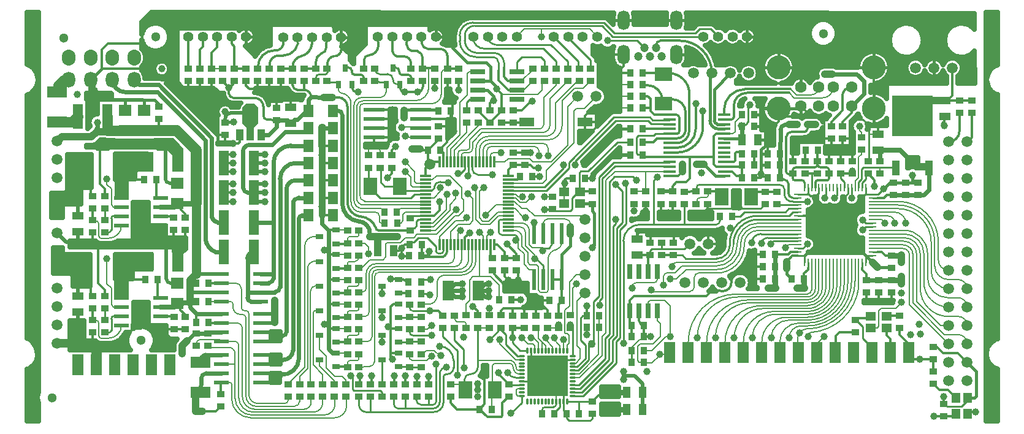
<source format=gbr>
G04 DipTrace 4.1.2.0*
G04 1_Layer_Top.gbr*
%MOIN*%
G04 #@! TF.FileFunction,Copper,L1,Top*
G04 #@! TF.Part,Single*
%AMOUTLINE0*
4,1,4,
0.03937,0.011811,
0.03937,-0.011811,
-0.03937,-0.011811,
-0.03937,0.011811,
0.03937,0.011811,
0*%
%AMOUTLINE3*
4,1,4,
-0.031497,-0.005906,
-0.031497,0.005906,
0.031497,0.005906,
0.031497,-0.005906,
-0.031497,-0.005906,
0*%
%AMOUTLINE6*
4,1,4,
-0.005906,0.031497,
0.005906,0.031497,
0.005906,-0.031497,
-0.005906,-0.031497,
-0.005906,0.031497,
0*%
%AMOUTLINE9*
4,1,4,
-0.004921,0.021654,
0.004921,0.021654,
0.004921,-0.021654,
-0.004921,-0.021654,
-0.004921,0.021654,
0*%
%AMOUTLINE12*
4,1,4,
-0.021654,-0.004921,
-0.021654,0.004921,
0.021654,0.004921,
0.021654,-0.004921,
-0.021654,-0.004921,
0*%
%AMOUTLINE15*
4,1,4,
-0.104331,-0.104331,
-0.104331,0.104331,
0.104331,0.104331,
0.104331,-0.104331,
-0.104331,-0.104331,
0*%
%AMOUTLINE18*
4,1,4,
0.011811,-0.03937,
-0.011811,-0.03937,
-0.011811,0.03937,
0.011811,0.03937,
0.011811,-0.03937,
0*%
%AMOUTLINE21*
4,1,10,
0.019685,-0.100394,
0.019685,-0.033465,
0.043307,-0.009843,
0.043307,0.076772,
0.019685,0.100394,
-0.019685,0.100394,
-0.043307,0.076772,
-0.043307,-0.009843,
-0.019685,-0.033465,
-0.019685,-0.100394,
0.019685,-0.100394,
0*%
%AMOUTLINE24*
4,1,4,
0.037402,-0.047244,
-0.037402,-0.047244,
-0.037402,0.047244,
0.037402,0.047244,
0.037402,-0.047244,
0*%
G04 #@! TA.AperFunction,Conductor*
%ADD10C,0.009843*%
G04 #@! TA.AperFunction,CopperBalancing*
%ADD16C,0.012992*%
G04 #@! TA.AperFunction,Conductor*
%ADD17C,0.023622*%
%ADD18C,0.007874*%
G04 #@! TA.AperFunction,ViaPad*
%ADD19C,0.03937*%
G04 #@! TA.AperFunction,Conductor*
%ADD20C,0.027559*%
%ADD21C,0.031496*%
%ADD22C,0.011811*%
%ADD23C,0.007087*%
G04 #@! TA.AperFunction,CopperBalancing*
%ADD24C,0.015748*%
%ADD25C,0.019685*%
G04 #@! TA.AperFunction,Conductor*
%ADD27C,0.021654*%
%ADD28C,0.055118*%
%ADD29C,0.047244*%
%ADD30C,0.035433*%
%ADD31C,0.01378*%
%ADD33C,0.059055*%
G04 #@! TA.AperFunction,Conductor*
%ADD34C,0.051181*%
%ADD35C,0.013386*%
%ADD36C,0.006693*%
G04 #@! TA.AperFunction,CopperBalancing*
%ADD37C,0.025*%
%ADD41R,0.04X0.035*%
%ADD42R,0.035X0.04*%
%ADD43R,0.059055X0.03937*%
%ADD44R,0.070866X0.062992*%
%ADD45R,0.03937X0.059055*%
G04 #@! TA.AperFunction,ComponentPad*
%ADD46C,0.059055*%
%ADD47R,0.106299X0.062992*%
%ADD48R,0.055118X0.070866*%
%ADD49R,0.062992X0.106299*%
%ADD50R,0.055118X0.133858*%
G04 #@! TA.AperFunction,ComponentPad*
%ADD51C,0.062992*%
%ADD52C,0.129921*%
%ADD53R,0.11811X0.15748*%
%ADD54C,0.051181*%
%ADD56C,0.043307*%
%ADD57R,0.059055X0.114173*%
%ADD58R,0.025591X0.041339*%
%ADD59R,0.03937X0.082677*%
%ADD60R,0.218504X0.222441*%
%ADD61R,0.041339X0.025591*%
%ADD62R,0.07874X0.023622*%
%ADD63R,0.07874X0.051181*%
G04 #@! TA.AperFunction,ComponentPad*
%ADD64C,0.047244*%
%ADD65O,0.066929X0.106299*%
%ADD66C,0.055118*%
%ADD67R,0.11811X0.023622*%
%ADD68R,0.070866X0.014961*%
%ADD69R,0.023622X0.11811*%
%ADD70O,0.033465X0.011811*%
%ADD71O,0.011811X0.033465*%
%ADD72R,0.220472X0.220472*%
%ADD74R,0.082677X0.125984*%
G04 #@! TA.AperFunction,ComponentPad*
%ADD75O,0.074803X0.086614*%
%ADD76O,0.070866X0.086614*%
%ADD77R,0.094488X0.074803*%
%ADD78R,0.074803X0.094488*%
%ADD79R,0.055118X0.045276*%
%ADD80R,0.045276X0.055118*%
G04 #@! TA.AperFunction,ViaPad*
%ADD81C,0.04*%
%ADD166OUTLINE0*%
%ADD169OUTLINE3*%
%ADD172OUTLINE6*%
%ADD175OUTLINE9*%
%ADD178OUTLINE12*%
%ADD181OUTLINE15*%
%ADD184OUTLINE18*%
%ADD187OUTLINE21*%
%ADD190OUTLINE24*%
%FSLAX26Y26*%
G04*
G70*
G90*
G75*
G01*
G04 Top*
%LPD*%
X4625984Y1244094D2*
D10*
X4654134D1*
D16*
X4688976D1*
X4702756Y1257874D1*
X4740157D1*
D17*
X4807087D1*
X4874016D1*
X4822835Y1456693D2*
D18*
X4866142D1*
X4822835Y1413386D2*
X4866142D1*
Y1456693D1*
Y1413386D2*
D19*
X4923917D1*
X4932283Y1405020D1*
X4657480Y1503937D2*
D20*
X4775591D1*
X4822835Y1456693D1*
X4665354Y1442913D2*
D17*
Y1496063D1*
X4657480Y1503937D1*
X4932283Y1405020D2*
Y1286614D1*
X4903543Y1257874D1*
X4874016D1*
X4096457Y803150D2*
Y870079D1*
Y937008D1*
Y803150D2*
D21*
Y751969D1*
X4098425D1*
D19*
X4059055D1*
X4220472Y948819D2*
D22*
X4181102D1*
X4169291Y937008D1*
X4096457D1*
X4124016Y1354331D2*
D17*
Y1421260D1*
Y1484252D1*
X4125984Y1614173D1*
G02X4153543Y1641732I27560J-1D01*
G01*
X4173228D1*
X4124016Y1354331D2*
D16*
X4145669Y1342520D1*
G02X4169291Y1318898I0J-23622D01*
G01*
Y1267126D1*
G03X4192323Y1244094I23030J-1D01*
G01*
D10*
X4220472D1*
X4173228Y1641732D2*
D19*
X4216535D1*
X4728346Y797244D2*
D17*
X4661417D1*
X4594488D1*
X4570866Y893701D2*
D10*
Y861614D1*
D16*
Y852362D1*
X4594488Y828740D1*
Y797244D1*
X4783465Y777559D2*
D19*
Y816929D1*
D21*
Y797244D1*
X4728346D1*
X4314961Y893701D2*
D18*
Y748031D1*
G02X4271654Y704724I-43305J-2D01*
G01*
X3894488D1*
G03X3674016Y484252I0J-220472D01*
G01*
X4374016Y893701D2*
Y759843D1*
G02X4271654Y657480I-102364J1D01*
G01*
X4023228D1*
G03X3824409Y458661I-1J-198817D01*
G01*
Y401575D1*
X4472441Y893701D2*
Y779528D1*
G02X4271654Y578740I-200789J2D01*
G01*
X4170079D1*
G03X4075591Y484252I-1J-94487D01*
G01*
X4531496Y893701D2*
Y791339D1*
G02X4271654Y531496I-259843J1D01*
G01*
X4267717D1*
G03X4241412Y523496I3J-47256D01*
G01*
G03X4220472Y484252I26306J-39245D01*
G01*
Y405512D1*
X4224409Y401575D1*
X4228346Y507874D2*
Y510430D1*
X4241412Y523496D1*
X2927163Y414173D2*
Y440948D1*
X2885827Y482283D1*
X2897638D1*
X4625984Y1185039D2*
X4763780D1*
G02X4944882Y1003937I1J-181101D01*
G01*
Y845669D1*
G03X5040551Y750000I94836J-833D01*
G01*
X4783465Y675197D2*
Y671260D1*
X4753937Y641732D1*
X4673228D1*
X4661417Y629921D1*
Y547244D1*
X4651575Y537402D1*
X4618110D1*
X4220472Y1125984D2*
D10*
X4003937D1*
G03X3870079Y992126I0J-133858D01*
G01*
Y996063D1*
X3535433Y868110D2*
D18*
G02X3561024Y893701I25589J2D01*
G01*
X3779528D1*
G03X3870079Y984252I-2J90553D01*
G01*
Y992126D1*
X4220472Y988189D2*
X4169291D1*
X4153543Y972441D1*
X2645669Y1185039D2*
X2683071D1*
X2730315Y1137795D1*
X2740157D1*
X4334646Y893701D2*
Y751969D1*
G02X4271654Y688976I-62993J1D01*
G01*
X3954724D1*
G03X3724409Y458661I1J-230316D01*
G01*
Y401575D1*
X4393701Y893701D2*
Y763780D1*
G02X4271654Y641732I-122047J0D01*
G01*
X4032283D1*
G03X3874803Y484252I-1J-157479D01*
G01*
X4492126Y893701D2*
Y783465D1*
G02X4271654Y562992I-220472J0D01*
G01*
X4224409D1*
G03X4122047Y460630I1J-102364D01*
G01*
Y388189D1*
G03X4124409Y401575I13345J4546D01*
G01*
X4276378Y488189D2*
X4275591Y496063D1*
G02X4291339Y511811I15749J-1D01*
G01*
G03X4551181Y755906I-20330J281992D01*
G01*
Y893701D1*
X2887793Y414173D2*
Y433073D1*
X2852362Y468504D1*
Y478346D1*
X2848425Y482283D1*
X4625984Y1224409D2*
X4763780D1*
G02X4984252Y1003937I0J-220472D01*
G01*
Y906299D1*
G03X5040551Y850000I55465J-834D01*
G01*
X2625984Y850394D2*
D16*
Y816929D1*
X2647638Y795276D1*
X2700787D1*
X2196850Y1145669D2*
D22*
X2244094D1*
X2273622Y1175197D1*
Y1216535D1*
X2279528Y1222441D1*
X2273622D1*
X4043307Y1210315D2*
D10*
X4018031Y1185039D1*
X3891732D1*
X3728346D1*
Y1210945D1*
D16*
Y1185039D1*
X3702756Y1159449D1*
X2984252Y604646D2*
D18*
X2996063D1*
Y753937D1*
X3017717Y775591D1*
X3061024Y1425197D2*
D24*
Y1454724D1*
X3226378Y1620079D1*
X3309370D1*
X3306890Y629921D2*
D16*
Y559449D1*
G03X3316614Y551181I8177J-235D01*
G01*
X3317244Y488189D2*
Y550551D1*
X3316614Y551181D1*
X3306890Y629921D2*
Y686811D1*
X3328740Y708661D1*
X3724409D1*
X3757874Y742126D1*
X2719685Y246063D2*
D10*
X2828740D1*
X2858268Y275591D1*
X2769682Y414173D2*
Y364176D1*
X2858268Y275591D1*
X2996850Y364173D2*
X2946850D1*
X2858268Y275591D1*
X2946848Y137008D2*
Y187010D1*
X2858268Y275591D1*
X437008Y1535433D2*
D16*
X425197D1*
Y1523622D1*
Y1318898D1*
X452756Y1291339D1*
Y1254252D1*
X425197Y1523622D2*
X437008Y1535433D1*
X2480315Y1879331D2*
D24*
X2549803D1*
X2582677Y1846457D1*
Y1834646D1*
X4492126Y1299213D2*
D10*
Y1267717D1*
X4480315Y1255906D1*
Y1204724D1*
D16*
X4492126D1*
Y1167008D1*
X4421575Y1096457D1*
X4423228D1*
X4492126Y1167008D2*
Y1141732D1*
G03X4507874Y1125984I15749J1D01*
G01*
X4220472Y929134D2*
D10*
X4255906D1*
Y893701D1*
Y929134D2*
D24*
X4279088Y952316D1*
X4302710D1*
X4346457Y996063D1*
Y1035433D1*
X4423228Y1096457D1*
X4220472Y929134D2*
D22*
X4190945D1*
X4159449Y897638D1*
Y858268D2*
D24*
Y830709D1*
X4187008Y803150D1*
X3476378Y1210945D2*
D16*
Y1175197D1*
X3512795Y1138780D1*
X3539370Y1165354D1*
Y1210945D1*
X3515748Y1161417D2*
X3523622D1*
X3539370Y1177165D1*
Y1210945D1*
X3523622Y1362205D2*
X3570866D1*
X3594488Y1385827D1*
X3669291Y1425197D2*
D19*
X3708661D1*
X3818898Y1362205D2*
D24*
X3771654D1*
X3708661Y1425197D1*
X4019685Y1372047D2*
D16*
Y1354331D1*
X3982598D1*
X4019685Y1372047D2*
Y1358268D1*
X4057087D1*
Y1354331D1*
Y1421260D2*
D24*
X4020942D1*
Y1373304D1*
X4019685Y1372047D1*
X3982598Y1696850D2*
X4015748D1*
X4070866Y1641732D1*
X3982598Y1633858D2*
X4062992D1*
X4070866Y1641732D1*
X4003937Y1559055D2*
X4043307D1*
X4070866Y1586614D1*
Y1641732D1*
X4236220Y1743307D2*
D10*
X4294488Y1685039D1*
X4334646D1*
X4364173Y1655512D1*
Y1562992D1*
Y1517717D1*
X4377953Y1503937D1*
X4393781D1*
X4401575D1*
X4452756D1*
X4464567D1*
X4511811D1*
Y1641732D1*
X4539370Y1669291D1*
X4574803D1*
X4598425Y1645669D1*
Y1633858D1*
X4606299D1*
Y1590551D1*
Y1442913D1*
X4602362D1*
X4515748D2*
D18*
Y1500000D1*
X4511811Y1503937D1*
X4401575Y1564961D2*
Y1503937D1*
X4464567Y1564961D2*
Y1503937D1*
X4192913Y1442913D2*
D22*
Y1535433D1*
X4220472Y1562992D1*
X4364173D1*
X4389764Y1442913D2*
D18*
Y1499920D1*
X4393781Y1503937D1*
X4657480Y1590551D2*
X4606299D1*
X4452756Y1442913D2*
Y1503937D1*
X4728346Y730315D2*
D16*
Y683071D1*
X4661417Y730315D2*
Y683071D1*
X4594488Y730315D2*
Y683071D1*
X4625984Y1263780D2*
D10*
X4590551D1*
Y1299213D1*
Y1263780D2*
D16*
X4423228Y1096457D1*
X4625984Y929134D2*
D10*
X4590551D1*
Y893701D1*
X4653543Y866142D2*
D24*
X4728346D1*
Y864173D1*
X4590551Y929134D2*
D18*
X4625984Y893701D1*
Y1263780D2*
D10*
X4657480D1*
X4685039Y1291339D1*
X4740157Y1324803D2*
D24*
X4718504D1*
X4685039Y1291339D1*
X4740157Y1324803D2*
X4807087D1*
X4842520D1*
X4874016D1*
X4842520Y1366142D2*
Y1324803D1*
X4425197Y401575D2*
D16*
X4424409D1*
X4220472Y1145669D2*
D10*
X4248622D1*
D16*
X4314961D1*
X4346457Y1114173D1*
X4338583Y1125984D1*
X4314961Y1145669D2*
X4318898D1*
G02X4338583Y1125984I2J-19683D01*
G01*
X4334646Y1299213D2*
D10*
Y1265748D1*
D16*
X4322835Y1253937D1*
Y1185039D1*
X4334646D1*
Y1125984D1*
X4346457Y1114173D1*
X4322835Y1185039D2*
G02X4338583Y1181102I-2859J-44900D01*
G01*
X4115354Y1729528D2*
Y1658661D1*
X4102362Y1645669D1*
X4074803D1*
X4070866Y1641732D1*
X4115354Y1729528D2*
D24*
X4023622D1*
Y1688976D1*
X4070866Y1641732D1*
X4115354Y1729528D2*
X4222441D1*
X4236220Y1743307D1*
X4057087Y1484252D2*
X4020942D1*
Y1421260D1*
Y1484252D2*
Y1505194D1*
X4043307Y1527559D1*
Y1559055D1*
X4632677Y1729528D2*
D16*
Y1633858D1*
X4606299D1*
X4632677Y1729528D2*
Y1953150D1*
X4159449Y858268D2*
D19*
Y897638D1*
X4653543Y866142D2*
X4625984Y893701D1*
D24*
X4507874Y1011811D1*
X3594488Y1385827D2*
D19*
Y1425197D1*
X4115354Y1953150D2*
D16*
X4208661D1*
Y1937008D1*
G02X4137795Y1866142I-70865J-1D01*
G01*
X4098425D1*
G02X4011811Y1952756I0J86614D01*
G01*
X4114961D1*
X4115239Y1952871D1*
X4115354Y1953150D1*
X4236220Y1743307D2*
Y1688976D1*
X4159843Y1685039D1*
G02X4115354Y1729528I0J44488D01*
G01*
X5019685Y1685039D2*
X5015748Y1653543D1*
G03X5015748Y1637795I-3261J-7874D01*
G01*
X2222441Y801181D2*
D10*
X2171575D1*
Y787402D1*
X2049213Y399606D2*
D16*
X2007874D1*
Y533465D1*
Y543307D1*
Y653543D1*
X2021654Y667323D1*
X2049213D1*
Y533465D2*
X2007874D1*
Y399606D2*
X2006175D1*
Y375715D1*
X2015748Y366142D1*
X1992126Y543307D2*
X2007874D1*
X1901575Y275591D2*
Y230000D1*
X1897638D1*
X192913Y1053937D2*
X190919D1*
X515748Y1539370D2*
D18*
D3*
X673228Y1543307D2*
D3*
X385827Y514094D2*
D16*
Y453937D1*
Y437008D1*
X405512D1*
Y419291D1*
X517717D1*
Y442913D1*
X608268Y533465D1*
X649606D1*
Y622047D1*
X675442Y620371D2*
X625437D1*
X649606Y622047D2*
Y646207D1*
X625437Y670377D1*
X405512Y299213D2*
Y334646D1*
X704724D2*
X705512D1*
X405512Y370079D2*
D28*
Y419291D1*
X192913Y453937D2*
D29*
X305118D1*
X385827D1*
X1031496Y1879921D2*
D22*
Y1834646D1*
X968504D1*
X905512D1*
X874016D1*
D30*
X838583Y1870079D1*
Y2025591D1*
Y2173228D1*
X1342520D1*
Y2118110D1*
D18*
X1338583D1*
Y2181102D1*
X1346457Y2173228D1*
D30*
X1342520D1*
X2212598Y271654D2*
D16*
Y230000D1*
X2086614Y275591D2*
Y230000D1*
X1710630Y399606D2*
D17*
X1690945D1*
X1669291Y421260D1*
Y533465D1*
Y667323D1*
Y801181D1*
Y935039D1*
Y1066929D1*
X1633858Y1102362D1*
Y1149606D1*
D30*
Y1244094D1*
Y1338583D1*
Y1433071D1*
Y1527743D1*
Y1621997D1*
D17*
X1692913D1*
X1633858Y1527743D2*
D16*
X1692680D1*
X1692913Y1527509D1*
Y1433021D2*
X1633858Y1433071D1*
X1692913Y1338533D2*
X1633858Y1338583D1*
X1692913Y1244045D2*
X1633858Y1244094D1*
X1692913Y1149556D2*
X1633858Y1149606D1*
X1710630Y1068898D2*
X1660810D1*
X1633858Y1102362D1*
X1710630Y935039D2*
X1669291D1*
X1710630Y801181D2*
X1669291D1*
X1710630Y667323D2*
X1669291D1*
X1710630Y533465D2*
X1669291D1*
X1633858Y1527743D2*
D30*
Y1527559D1*
D19*
Y1625984D1*
X1637795D1*
X1710630Y1068898D2*
D18*
X1767402D1*
G02X1771654Y1064646I0J-4252D01*
G01*
X1710630Y935039D2*
X1767402D1*
G02X1771654Y930787I0J-4252D01*
G01*
X1710630Y667323D2*
X1767402D1*
G02X1771654Y663071I0J-4252D01*
G01*
X1710630Y801181D2*
X1767402D1*
G02X1771654Y796929I0J-4252D01*
G01*
X1710630Y533465D2*
X1767402D1*
G02X1771654Y529213I0J-4252D01*
G01*
X1710630Y399606D2*
X1763465D1*
G02X1771654Y391417I-2J-8191D01*
G01*
X3980315Y759843D2*
D19*
Y803150D1*
D16*
Y830709D1*
Y870860D1*
Y921260D1*
X3996063Y937008D1*
X4029528D1*
X3980315Y870860D2*
X4028747D1*
X4029528Y870079D1*
X3980315Y803150D2*
X4029528D1*
X375984Y1887795D2*
D24*
X435039Y1946850D1*
D16*
Y2049213D1*
X468504Y2082677D1*
X657480D1*
Y2179134D1*
X688976Y2210630D1*
X838583D1*
Y2173228D1*
X905512Y1879921D2*
D22*
Y1834646D1*
X968504Y1879921D2*
Y1834646D1*
X1879921Y1529528D2*
D16*
X1921260D1*
X3223622Y1795276D2*
Y1881890D1*
Y1908661D1*
X3236220Y1921260D1*
X3273622D1*
X3309370D1*
Y1858268D2*
D18*
X3255906D1*
Y1881890D1*
X3223622D1*
X3309370Y1795276D2*
X3255906D1*
Y1858268D1*
Y1795276D2*
Y1732283D1*
X3309370D1*
X3062992Y1657480D2*
X3131890D1*
X3427165Y1055118D2*
D22*
X3419291D1*
Y998346D1*
X3417323D1*
X3427165Y1055118D2*
X3356299D1*
X3348425Y1047244D1*
Y1019685D1*
X3346457D1*
X4724409Y366142D2*
D18*
Y401575D1*
X1106299Y1584646D2*
D16*
Y1539370D1*
X1177165D1*
X1185039Y1547244D1*
Y1586614D1*
X1149606Y1539370D2*
X1181102D1*
X1187008Y1551181D1*
X1185039Y1586614D1*
X1149606Y1539370D2*
X1122047D1*
G02X1106299Y1555118I1J15749D01*
G01*
Y1584646D1*
X1149606Y1539370D2*
D24*
X1080709D1*
X1066929Y1553150D1*
Y1629921D1*
X862205Y1834646D1*
X874016D1*
X3223622Y1795276D2*
D16*
Y1734597D1*
Y1727559D1*
X3082677Y1586614D1*
X3062992D1*
Y1657480D1*
X2582677Y1834646D2*
Y1836614D1*
X2610236Y1809055D1*
Y1718819D1*
X2547244Y1651890D2*
D10*
Y1655827D1*
X2610236Y1718819D1*
X1598425Y1879921D2*
X1600394Y1897638D1*
G02X1618110Y1915354I17716J0D01*
G01*
X1651575D1*
G03X1663386Y1927165I0J11811D01*
G01*
X1661417Y1946535D1*
D16*
X1663386Y1974409D1*
G02X1702756Y2013780I39371J-1D01*
G01*
G03X1738189Y2051181I-662J36112D01*
G01*
X1737102Y2117810D1*
X2057087Y1860236D2*
Y1844488D1*
G03X2082677Y1818898I25589J-2D01*
G01*
X2153543D1*
G02X2153543Y1818898I696J-288D01*
G01*
X2181102Y1879921D2*
X2183071Y1848425D1*
G02X2153543Y1818898I-29527J0D01*
G01*
X1921260Y1946535D2*
D10*
X1923228Y1938976D1*
G03X1944882Y1917323I21655J1D01*
G01*
X1990157D1*
G02X2019685Y1887795I0J-29527D01*
G01*
Y1881890D1*
G03X2039370Y1862205I19683J-2D01*
G01*
X2057087Y1860236D1*
X3427165Y1055118D2*
D16*
X3468504D1*
X3492126D1*
X3679134D1*
X3492126D2*
X3545276D1*
Y998346D1*
X3543307D1*
X3757874Y742126D2*
X3812992Y736220D1*
G03X3858268Y781496I-1J45276D01*
G01*
Y785433D1*
G02X3903543Y830709I45276J-1D01*
G01*
X3980315D1*
X385827Y1057402D2*
Y995328D1*
X382625Y992126D1*
X417323D1*
X755906Y1094291D2*
X694824D1*
X675442Y1113673D1*
X649606Y1165354D2*
Y1139509D1*
X675442Y1113673D1*
X826772Y1068583D2*
Y1015748D1*
X850394Y992126D1*
X889764Y1069213D2*
Y1031496D1*
X850394Y992126D1*
X889764Y529843D2*
X830709D1*
X785433D1*
Y550984D1*
X755906D1*
X379921Y1724409D2*
Y1755906D1*
D24*
X413386D1*
Y1787402D1*
X375984D1*
D21*
Y1887795D1*
X748031Y1738504D2*
D24*
Y1753937D1*
X724409Y1777559D1*
X665354D1*
X661417D1*
D25*
X562992D1*
X495102D1*
D24*
X485260Y1787402D1*
D31*
X413386D1*
X665354Y1720472D2*
D24*
Y1777559D1*
X307087Y622047D2*
D25*
X305118Y453937D1*
X382625Y992126D2*
X318898D1*
X307087Y1003937D1*
Y1059055D1*
X850394Y929134D2*
D16*
Y992126D1*
X846457Y779528D2*
D25*
X811024D1*
G02X787402Y803150I0J23622D01*
G01*
Y992126D1*
X755906D1*
X850394Y929134D2*
D16*
Y897638D1*
X848425D1*
X307087Y1003937D2*
D25*
X242913D1*
X192913Y1053937D1*
X846457Y1322835D2*
X807087D1*
G02X781496Y1348425I-2J25589D01*
G01*
Y1533465D1*
G02X789370Y1541339I7872J2D01*
G01*
X850394Y1472441D2*
D16*
Y1511811D1*
X826772Y1535433D1*
X795276D1*
X789370Y1541339D1*
X850394Y1472441D2*
Y1442913D1*
X848425Y1440945D1*
X452756Y710945D2*
Y744094D1*
X417323Y779528D1*
Y992126D1*
X1358268Y1812992D2*
D22*
Y1836614D1*
X1238189D1*
X1220472Y1854331D1*
Y1879921D1*
X1283465D2*
D16*
Y1838583D1*
X1346457D1*
X1358268D1*
X1409449D1*
Y1787402D1*
X1464567D1*
X1409449D2*
Y1879921D1*
X1346457D2*
Y1838583D1*
X1358268Y1812992D2*
Y1838583D1*
X1385827Y1734252D2*
Y1787402D1*
X1409449D1*
X1464567Y1736220D2*
Y1787402D1*
X1830709Y1820866D2*
X1816929D1*
G02X1799213Y1838583I0J17716D01*
G01*
X1797244Y1860236D1*
X830709Y529843D2*
D3*
X4220472Y968504D2*
D10*
X4248031D1*
X4271654Y992126D1*
X2903543Y273622D2*
D16*
X2858268D1*
Y275591D1*
X2354331Y537402D2*
D10*
Y468504D1*
X2403543Y419291D1*
Y322835D1*
X2405512Y320866D1*
X2858268Y604016D2*
D16*
Y631890D1*
X2848425Y641732D1*
X2795276D1*
X2732283D1*
X2669291D1*
X2620079D1*
X2606299Y627953D1*
Y604646D1*
X2669291Y604016D2*
Y641732D1*
X2732283Y604016D2*
Y641732D1*
X2795276Y604331D2*
Y641732D1*
X2848425D2*
X2830709Y659449D1*
Y685039D1*
X2868425D1*
X3102362Y1350394D2*
D25*
Y1368110D1*
X3210630Y1476378D1*
X3309370D1*
X2517717Y326772D2*
D18*
Y289370D1*
X3377953Y94488D2*
D25*
Y185039D1*
Y234252D1*
X3334646Y277559D1*
X3273622D1*
Y301181D1*
X3377953Y185039D2*
D18*
D3*
X2549803Y1879331D2*
D24*
Y1956102D1*
X2527559Y1978346D1*
X2423228D1*
X2342520Y2059055D1*
Y2062992D1*
X2287402Y2118110D1*
X2252850D1*
X2691827Y2120079D2*
D18*
Y2118992D1*
X2734252Y2161417D1*
X2826772D1*
X3088583D1*
X3127953Y2122047D1*
Y2139764D1*
X3128835D1*
Y2120079D1*
X3273622Y301181D2*
D16*
Y255906D1*
X2907478Y137008D2*
D18*
Y226381D1*
X2903543Y230315D1*
X2907478Y137008D2*
D10*
Y122047D1*
G02X2891732Y106299I-15745J-3D01*
G01*
X2846457D1*
G03X2830709Y90551I1J-15749D01*
G01*
X2829055Y70866D1*
X2787402Y1108268D2*
D16*
X2789370Y1073031D1*
G03X2787008Y1051181I33214J-14644D01*
G01*
X1885827Y1474724D2*
D18*
Y1523622D1*
X1879921Y1529528D1*
X1948819Y1474724D2*
Y1501969D1*
X1921260Y1529528D1*
X2015748Y1724409D2*
D16*
Y1674409D1*
Y1624409D1*
Y1572835D1*
X1972441Y1529528D1*
X1921260D1*
X1917323Y1574409D2*
D18*
X2015748Y1572835D1*
X1917323Y1624409D2*
X2015748D1*
X1917323Y1674409D2*
X2015748D1*
X1917323Y1724409D2*
X2015748D1*
X2314961Y1879921D2*
Y1830709D1*
X2326772Y1818898D1*
X2314961Y1879921D2*
D16*
Y1830709D1*
X2326772Y1818898D1*
X3891732Y1185039D2*
X3899606Y1192913D1*
X435039Y1946850D2*
X698819D1*
Y2025591D1*
X838583D1*
X2826772Y2120079D2*
D18*
Y2161417D1*
X3273622Y2023622D2*
D16*
Y1960630D1*
X3259843Y1946850D1*
Y1921260D1*
X3273622D1*
Y2023622D2*
X3220472D1*
G03X3196850Y2000000I0J-23622D01*
G01*
Y1822047D1*
G03X3223622Y1795276I26772J0D01*
G01*
X2517717Y289370D2*
Y121732D1*
X2490472Y94488D1*
X2368110D1*
X2332677Y129921D1*
Y161102D1*
X2334646Y163071D1*
X2490472Y94488D2*
X2531811Y53150D1*
X2608268D1*
X2614173Y59055D1*
Y128268D1*
X2649606Y163701D1*
X2842520Y1880236D2*
D23*
X2830709D1*
Y1828740D1*
X2807087Y1805118D1*
X2614173D1*
X2610236Y1809055D1*
X2293307Y1438976D2*
D22*
Y1476969D1*
D16*
Y1488504D1*
X2277874Y1503937D1*
Y1510157D1*
X2312992Y1545276D1*
Y1632205D1*
X2267717D1*
X2336614D1*
D25*
Y1716535D1*
D16*
X2332362D1*
X2673228Y1490472D2*
X2736220D1*
X2765748D1*
Y1488189D1*
X2816929Y1358268D2*
X2777874D1*
X2196850Y1145669D2*
D10*
X2124016D1*
X2112205Y1133858D1*
X2946848Y137008D2*
Y86932D1*
X2962913Y70866D1*
Y44961D1*
X2976378Y31496D1*
X3090551D1*
X3102362Y43307D1*
Y69213D1*
X4220472Y1263780D2*
X4275591D1*
Y1267507D1*
Y1299213D1*
X4322835Y1253937D2*
D16*
X4289160D1*
X4275591Y1267507D1*
X2647638Y795276D2*
Y779528D1*
X2618110D1*
X2568898Y828740D1*
Y842520D1*
X2561024Y850394D1*
X2700787Y795276D2*
Y840551D1*
X2690945Y850394D1*
X3393701Y1173228D2*
Y1210945D1*
X3102362Y1350394D2*
X3064646D1*
X3037402Y1212598D2*
D24*
X3100709D1*
X3102362Y1210945D1*
Y1171260D1*
X3114173Y1159449D1*
Y986220D1*
X3102362Y974409D1*
X5140551Y350000D2*
X5190945Y299606D1*
Y167323D1*
X5179134Y155512D1*
X5141732D1*
X2064961Y927165D2*
D16*
Y968504D1*
Y927165D2*
X2104331D1*
G03X2106299Y929134I2J1967D01*
G01*
X2108268Y988189D2*
D10*
X2106299D1*
X2120079Y1001969D1*
X2131890D1*
X2155512Y1025591D1*
X2205001D1*
X2252301Y978291D1*
Y955636D1*
G03X2266541Y941395I14242J0D01*
G01*
X2279972D1*
G03X2293307Y954730I0J13334D01*
G01*
Y990157D1*
X2108268Y988189D2*
D16*
X2084646D1*
G03X2064961Y968504I-2J-19683D01*
G01*
X2023622Y956693D2*
X2053150D1*
G03X2064961Y968504I0J11811D01*
G01*
X2169291Y1674409D2*
X2307874D1*
X2336614Y1645669D1*
X4724409Y437008D2*
Y476378D1*
X4704724Y496063D1*
Y537402D1*
X4533465Y511811D2*
X4444882D1*
X4425197Y492126D1*
Y437008D1*
X4956693Y433071D2*
X4976378D1*
X5009843Y399606D1*
X5090945D1*
X5140551Y350000D1*
X2326772Y1818898D2*
Y1814961D1*
X2342520Y1799213D1*
Y1726693D1*
X2332362Y1716535D1*
X5011811Y161417D2*
Y124016D1*
D10*
X5017717D1*
X5033465Y108268D1*
X5108268D1*
X5141732Y141732D1*
Y155512D1*
X3062992Y1657480D2*
D16*
Y1688976D1*
X3108613Y1734597D1*
X3223622D1*
X2484252Y1718189D2*
D10*
Y1714882D1*
X2547244Y1651890D1*
X395669Y1826772D2*
D16*
Y1868110D1*
X375984Y1887795D1*
X562992Y1720472D2*
D24*
Y1777559D1*
X1299213Y730906D2*
D17*
X1376378D1*
G03X1405512Y759843I334J28798D01*
G01*
Y1346457D1*
G02X1492126Y1433071I86614J0D01*
G01*
X1559055Y1433021D1*
X1299213Y680906D2*
X1246260D1*
G02X1228346Y698819I0J17913D01*
G01*
Y730906D1*
Y914370D1*
G02X1262795Y948819I34447J2D01*
G01*
X1299213Y730906D2*
X1228346D1*
X5165354Y1706693D2*
D16*
Y1572441D1*
G02X5140551Y1550000I-21913J-708D01*
G01*
X2535560Y2120079D2*
D10*
G03X2578867Y2076772I43305J-2D01*
G01*
X2877953D1*
X2968504Y1986220D1*
Y1947165D1*
X5098425Y1706693D2*
D16*
Y1605512D1*
G02X5040551Y1550000I-54813J-779D01*
G01*
X2905512Y1947165D2*
D10*
Y1986220D1*
X2836614Y2055118D1*
X2515748D1*
G02X2455606Y2111323I-1242J58951D01*
G01*
Y2120079D1*
X3468504Y391732D2*
D18*
X3513780D1*
X3527559Y377953D1*
Y401575D1*
X3524409D1*
X3468504Y391732D2*
Y387795D1*
X3427165Y346457D1*
X3384173D1*
Y350394D1*
X3356299D1*
X3348425Y358268D1*
Y437008D1*
X3362205Y450787D1*
X3433071D1*
X3472441Y490157D1*
Y561024D1*
X3456890Y576575D1*
Y629921D1*
X2809052Y414173D2*
Y454727D1*
X2781496Y482283D1*
X2769685D1*
X2169291Y1624409D2*
Y1627953D1*
X2068898D1*
X2066929Y1625984D1*
X2509843Y990157D2*
Y1035433D1*
X2490157Y1055118D1*
X3525591Y490157D2*
X3501969D1*
X3425197Y413386D1*
X3384173D1*
X3406890Y629921D2*
Y674606D1*
X3417323Y685039D1*
X3498031D1*
X3527559Y655512D1*
Y492126D1*
X3525591Y490157D1*
X2789367Y414173D2*
Y438979D1*
X2779528Y448819D1*
X2751969D1*
X2718504Y482283D1*
X2169291Y1574409D2*
X2090945D1*
X2086614Y1578740D1*
X2529528Y990157D2*
Y1035433D1*
X2549213Y1055118D1*
X4295276Y893701D2*
Y744094D1*
G02X4271654Y720472I-23622J0D01*
G01*
X3886220D1*
G03X3624409Y458661I-1J-261810D01*
G01*
Y401575D1*
X4354331Y893701D2*
Y755906D1*
G02X4271654Y673228I-82676J-1D01*
G01*
X3961417D1*
G03X3772441Y484252I2J-188978D01*
G01*
X4452756Y893701D2*
Y775591D1*
G02X4271654Y594488I-181101J-1D01*
G01*
X4160236D1*
G03X4024409Y458661I-2J-135825D01*
G01*
Y401575D1*
X4511811Y893701D2*
Y787402D1*
G02X4271654Y547244I-240155J-2D01*
G01*
X4237008D1*
G03X4174016Y484252I1J-62993D01*
G01*
X2946848Y414173D2*
Y474409D1*
X2944882D1*
X4625984Y1204724D2*
X4763780D1*
G02X4964567Y1003937I-2J-200789D01*
G01*
Y874016D1*
G03X5039370Y799213I74804J0D01*
G01*
X5091339D1*
G02X5140551Y750000I836J-48377D01*
G01*
X5141732Y68898D2*
D16*
Y80709D1*
X5187008D1*
X4220472Y1066929D2*
D18*
X4003937D1*
G03X3929134Y992126I0J-74804D01*
G01*
Y984252D1*
G02X3779528Y834646I-149607J1D01*
G01*
X3681102D1*
G03X3657480Y811024I0J-23622D01*
G01*
Y759843D1*
G02X3631890Y734252I-25589J-2D01*
G01*
X3423228D1*
Y744094D1*
X4220472Y1047244D2*
D10*
X4019685D1*
G03X3968504Y1000000I124J-51480D01*
G01*
X2834646Y956693D2*
Y970472D1*
X2870079D1*
G03X2885827Y1023622I-27093J36935D01*
G01*
Y1069488D1*
X2887008Y1068307D1*
Y1051181D1*
X2834646Y970472D2*
D18*
X2832677Y972441D1*
X2775591D1*
X2759843Y988189D1*
Y1066929D1*
G03X2720472Y1106299I-39371J-1D01*
G01*
X2645669D1*
X3490157Y769685D2*
Y814961D1*
G02X3511811Y836614I21655J-1D01*
G01*
X3553150D1*
X3590551Y874016D1*
X3779528D1*
G03X3889764Y984252I0J110236D01*
G01*
Y992126D1*
G02X4003937Y1106299I114175J-1D01*
G01*
X4220472D1*
Y1007874D2*
D10*
X4090551D1*
G03X4074803Y992126I1J-15749D01*
G01*
X2687008Y1013780D2*
X2700787Y1011811D1*
G03X2673228Y1043307I-27720J3550D01*
G01*
X2610236D1*
G02X2594488Y1059055I1J15749D01*
G01*
Y1114173D1*
G02X2607677Y1125984I11925J-47D01*
G01*
X2645669D1*
X2787008Y799213D2*
D18*
Y854331D1*
X2759843D1*
X2732283Y881890D1*
Y938976D1*
X2700787Y970472D1*
Y1011811D1*
X4413386Y893701D2*
Y767717D1*
G02X4271654Y625984I-141730J-2D01*
G01*
X4091732D1*
G03X3924409Y458661I1J-167323D01*
G01*
Y401575D1*
X4433071Y893701D2*
Y771654D1*
G02X4271654Y610236I-161418J1D01*
G01*
X4099213D1*
G03X3973228Y484252I1J-125985D01*
G01*
X4220472Y1086614D2*
X4007874D1*
G03X3909449Y996063I-4501J-93876D01*
G01*
Y984252D1*
G02X3779528Y854331I-129919J-2D01*
G01*
X3612205D1*
X3561024Y803150D1*
X3525591D1*
X4220472Y1027559D2*
D10*
X4055118D1*
G03X4023622Y996063I-2J-31494D01*
G01*
X2837008Y799213D2*
X2835337Y780219D1*
Y875293D1*
X2797244Y913386D1*
X2791339D1*
D18*
Y933071D1*
X2740157Y984252D1*
Y1055118D1*
G03X2708661Y1086614I-31494J2D01*
G01*
X2645669D1*
Y1263780D2*
X2687008D1*
X2700787Y1250000D1*
X2724409D1*
X2645669Y1244094D2*
X2685039D1*
X2710630Y1218504D1*
X2744094D1*
X2773622Y1248031D1*
X2273622Y990157D2*
Y1031496D1*
X2360236Y1118110D1*
X2401575D1*
X2419291Y1135827D1*
X2196850Y1066929D2*
X2250000D1*
X2362205Y1179134D1*
X2862205Y1472441D2*
Y1513780D1*
G03X2836614Y1539370I-25589J2D01*
G01*
X2547244D1*
G03X2509843Y1501969I-2J-37400D01*
G01*
Y1438976D1*
X2812992Y1474409D2*
Y1498031D1*
G03X2787402Y1523622I-25589J2D01*
G01*
X2555118D1*
G03X2529528Y1498031I-2J-25589D01*
G01*
Y1438976D1*
X2470472D2*
Y1509843D1*
G02X2539370Y1578740I68898J0D01*
G01*
X2850394D1*
G03X2904724Y1633071I-1J54332D01*
G01*
Y1761024D1*
X3023937Y1880236D1*
X3031496D1*
X2490157Y1438976D2*
Y1505906D1*
G02X2543307Y1559055I53149J1D01*
G01*
X2862205D1*
G03X2938976Y1635827I1J76771D01*
G01*
Y1771654D1*
X3005906Y1838583D1*
X3052835D1*
X3094488Y1880236D1*
X4958661Y55118D2*
D16*
X4968505D1*
X4970474Y57087D1*
X5011811D1*
X5078741D1*
Y68898D1*
X2887008Y799213D2*
X2937008D1*
Y685039D1*
X2935354D1*
X2921260Y604331D2*
Y665354D1*
X2935354Y679449D1*
Y685039D1*
X2984252Y1084646D2*
D18*
Y1102287D1*
G03X2956693Y1127953I-26573J-905D01*
G01*
X2858268D1*
G03X2837008Y1108661I1893J-23447D01*
G01*
Y1051181D1*
X2984252Y1045276D2*
D24*
Y982283D1*
X2937008Y935039D1*
Y799213D1*
X2397638Y775591D2*
D17*
X2356299D1*
X2320866Y740157D1*
X2397638D2*
X2320866D1*
X2397638Y704724D2*
X2356299D1*
X2320866Y740157D1*
X3291339Y185039D2*
D21*
X3216535D1*
X3200787Y169291D1*
X503937Y334646D2*
D18*
X505512D1*
X385827Y710945D2*
D16*
X377953D1*
Y818898D1*
X326772Y870079D1*
X192913Y853937D2*
D18*
Y953937D1*
Y853937D2*
X310630D1*
X326772Y870079D1*
X307087Y708661D2*
D25*
Y850394D1*
X326772Y870079D1*
X2669291Y482283D2*
D22*
Y537087D1*
X5019685Y1771654D2*
D19*
X4923720D1*
X4842520Y1690453D1*
X5060236Y1950787D2*
D16*
Y1798425D1*
X5033465Y1771654D1*
X5019685D1*
X4515748Y1389764D2*
Y1375984D1*
X4625984Y437008D2*
Y403150D1*
X4624409Y401575D1*
X4728346Y931102D2*
D21*
X4783465D1*
Y933071D1*
Y893701D2*
D19*
Y933071D1*
X4625984Y948819D2*
D10*
X4654134D1*
D16*
X4677165D1*
X4694882Y931102D1*
X4728346D1*
X4326772Y1442913D2*
Y1503937D1*
X4328740D1*
X4326772Y1442913D2*
D22*
Y1425197D1*
G02X4311024Y1409449I-15749J1D01*
G01*
X4208661D1*
G03X4192913Y1393701I1J-15749D01*
G01*
Y1375984D1*
X4255906Y1299213D2*
D10*
Y1326772D1*
D16*
G03X4244094Y1338583I-11811J0D01*
G01*
X4204724D1*
G02X4192913Y1350394I0J11811D01*
G01*
Y1375984D1*
X4169291Y1374016D1*
G02X4157480Y1385827I0J11811D01*
G01*
Y1574803D1*
G02X4185039Y1602362I27560J-1D01*
G01*
X4255906D1*
G03X4271654Y1618110I-1J15749D01*
G01*
Y1641732D1*
D19*
X4314961D1*
X4570866Y1299213D2*
D10*
Y1326772D1*
X4590551Y1346457D1*
Y1375984D1*
X4602362D1*
X4637795Y1307087D2*
D16*
Y1340551D1*
X4602362Y1375984D1*
X4275591Y893701D2*
D10*
Y861614D1*
D16*
Y854331D1*
X4253937Y832677D1*
Y803150D1*
D21*
Y751969D1*
X4255906D1*
D19*
X4216535D1*
X4921260Y1759843D2*
D18*
X4911909D1*
X4842520Y1690453D1*
X3346457Y933071D2*
X3357154Y940945D1*
X3417323Y931417D2*
D16*
X3406890D1*
Y842520D1*
X3417323Y931417D2*
X3348110D1*
X3346457Y933071D1*
X3417323Y931417D2*
D10*
Y954724D1*
X3427165Y964567D1*
X3480315D1*
X3604331D1*
X3633858Y994094D1*
X3480315Y998346D2*
Y964567D1*
X2669291Y482283D2*
Y454724D1*
X2709843Y414173D1*
X2749997D1*
X2996850Y383858D2*
Y522835D1*
X2984252Y535433D1*
Y537717D1*
Y553150D2*
X2972441D1*
Y537717D1*
X2984252D1*
X3074803Y498031D2*
D16*
Y539370D1*
X3072835D1*
X3161417Y169291D2*
X3135512D1*
X3102362Y136142D1*
X2966533Y137008D2*
D10*
X3029843D1*
X3101496D1*
X3102362Y136142D1*
X2984252Y1045276D2*
D19*
Y1084646D1*
X3330709Y1210945D2*
D18*
Y1173228D1*
X2592520Y293307D2*
D22*
Y287717D1*
X2649606Y230630D1*
X2719685Y226378D2*
D10*
X2653858D1*
X2649606Y230630D1*
X2669291Y537087D2*
D22*
X2732283D1*
X3029843Y70866D2*
D10*
Y137008D1*
X4389764Y1375984D2*
D22*
Y1395669D1*
G03X4375984Y1409449I-13778J2D01*
G01*
X4342520D1*
G02X4326772Y1425197I1J15749D01*
G01*
X4314961Y1299213D2*
Y1326772D1*
G02X4326772Y1338583I11811J0D01*
G01*
X4377953D1*
G03X4389764Y1350394I0J11811D01*
G01*
Y1375984D1*
X4452756D2*
D16*
X4515748D1*
X4452756D2*
D10*
Y1348425D1*
X4472441Y1328740D1*
Y1299213D1*
X2950787Y1275589D2*
D24*
Y1322835D1*
X2952756D1*
X2997717Y1350394D2*
D16*
X2962598D1*
X2954724Y1342520D1*
Y1322835D1*
X2952756D1*
X2950787Y1212598D2*
D18*
Y1275589D1*
X4533465Y578740D2*
D22*
Y588583D1*
X4629920D1*
X4618110Y600392D1*
X4533465Y578740D2*
D10*
X4537402D1*
X4574803Y541339D1*
Y478346D1*
X4635827Y417323D1*
Y401575D1*
X4624409D1*
X5165354Y1773622D2*
D16*
X5098425D1*
X5021654D1*
X5019685Y1771654D1*
X1086614Y514370D2*
D17*
X1019213D1*
X1011575Y506732D1*
X950551D1*
Y506299D1*
X899606Y466535D2*
X937008Y503937D1*
X948189D1*
X950551Y506299D1*
X874016Y397638D2*
D19*
Y437008D1*
Y440945D1*
X899606Y466535D1*
X2480315Y1829331D2*
D24*
X2532874D1*
X2564961Y1797244D1*
Y1771654D1*
X2547244Y1718819D2*
D22*
Y1759843D1*
X2559055Y1771654D1*
X2564961D1*
X4523622Y437008D2*
D16*
Y402362D1*
X4524409Y401575D1*
X3915669Y1633858D2*
D17*
Y1593217D1*
Y1560709D1*
X3917323Y1559055D1*
X3913386Y1637795D2*
D18*
Y1593217D1*
X3915669D1*
X3913386Y1637795D2*
D10*
X3929134D1*
G03X3948819Y1657480I2J19683D01*
G01*
Y1736220D1*
G02X3960630Y1748031I11811J0D01*
G01*
X3240157Y74803D2*
D16*
Y114173D1*
X3291339Y94488D2*
D21*
X3220472D1*
G03X3200787Y74803I-2J-19683D01*
G01*
X385827Y1254252D2*
D16*
X377953D1*
Y1362205D1*
X326772Y1413386D1*
X192913Y1153937D2*
D18*
Y1253937D1*
X1150591Y1385827D2*
D16*
X1111220D1*
X1095472Y1401575D1*
Y1433071D1*
X1101378D1*
X1150591D2*
X1101378D1*
X1150591Y1480315D2*
X1119094D1*
X1095472Y1456693D1*
Y1433071D1*
X606299Y334646D2*
X605512D1*
X307087Y1145669D2*
D25*
Y1253937D1*
Y1393701D1*
X326772Y1413386D1*
X192913Y1253937D2*
D16*
X307087D1*
X192913Y1204724D2*
Y1153937D1*
X946850Y120079D2*
D19*
Y181102D1*
X952756Y187008D1*
X974409D1*
X946850Y120079D2*
Y82677D1*
X984252D1*
X1086614Y289961D2*
D17*
X1006496D1*
G03X976378Y259843I0J-30119D01*
G01*
X974409Y187008D1*
X984252Y82677D2*
D16*
X1055118D1*
X1082677Y110236D1*
X3818898Y1566929D2*
D24*
X3909449D1*
X3917323Y1559055D1*
X1323819Y1433071D2*
D25*
X1262795D1*
X1323819Y1480315D2*
X1280512D1*
X1256890Y1456693D1*
Y1433071D1*
X1262795D1*
X1323819Y1385827D2*
X1276575D1*
X1249016Y1413386D1*
Y1433071D1*
X1262795D1*
X1101378Y1110236D2*
D17*
X1066929D1*
G02X1033465Y1155512I7155J40294D01*
G01*
Y1570866D1*
X746063Y1858268D1*
X641732D1*
G02X612205Y1887795I0J29527D01*
G01*
X1101378Y948819D2*
X1055118D1*
G02X1000000Y1023622I29049J79113D01*
G01*
Y1557087D1*
X738189Y1818898D1*
X562992D1*
G02X494094Y1887795I0J68898D01*
G01*
X192913Y1657480D2*
D28*
X277559D1*
X305118Y1685039D1*
X1897638Y163071D2*
D10*
Y78740D1*
X1874016D1*
G02X1834646Y118110I1J39371D01*
G01*
Y163071D1*
X1897638Y78740D2*
X2236220D1*
G03X2293307Y129921I5419J51383D01*
G01*
Y267717D1*
G02X2311024Y285433I17716J0D01*
G01*
X2314961D1*
G03X2348425Y318898I-1J33466D01*
G01*
Y360236D1*
G03X2271654Y437008I-76771J1D01*
G01*
X2196850Y1322835D2*
D18*
X2147638D1*
X2137795Y1332677D1*
Y1387795D1*
X2086614Y1438976D1*
X2490157Y990157D2*
Y966535D1*
Y990157D2*
Y814961D1*
X2452756D1*
X2435039Y797244D1*
Y687008D1*
X2415354Y667323D1*
Y604646D1*
X2417323D1*
X2490157Y814961D2*
X2551181D1*
X2596142Y770000D1*
Y688976D1*
X2692913Y1829331D2*
X2728622D1*
X2779528Y1880236D1*
X3787529Y2121063D2*
D10*
Y2121920D1*
X3746063Y2163386D1*
X3687008D1*
X3663386Y2139764D1*
X3224409D1*
X3167323Y2196850D1*
X2452756D1*
G03X2381890Y2125984I-1J-70865D01*
G01*
Y2096457D1*
G03X2468504Y2009843I86614J0D01*
G01*
X2562992D1*
G02X2592520Y1980315I0J-29527D01*
G01*
Y1935039D1*
D16*
Y1883858D1*
X2647638Y1828740D1*
X2692913D1*
Y1829331D1*
X1031496Y1946850D2*
Y2031496D1*
X1063874Y2063874D1*
Y2120093D1*
X1094488Y1946535D2*
D18*
X1031496D1*
Y1946850D1*
X2196850Y1086615D2*
X2240159D1*
X2328740Y1175197D1*
Y1206693D1*
X2360236Y1238189D1*
Y1269685D1*
X1834646Y997717D2*
X1866457D1*
X1887795Y976378D1*
Y940945D1*
X1885827D1*
X2196850Y1303150D2*
X2127953D1*
X2118110Y1312992D1*
Y1356299D1*
X2086614Y1387795D1*
X1858268Y1879606D2*
D16*
X1860236Y1897638D1*
G03X1844488Y1913386I-15749J-1D01*
G01*
X1811024D1*
G02X1795276Y1929134I1J15749D01*
G01*
Y1935039D1*
G03X1777559Y1952756I-17716J0D01*
G01*
X1759843Y1950787D1*
X1937890Y2118110D2*
X1938976Y2066929D1*
G02X1889764Y2019685I-50459J3308D01*
G01*
G03X1862205Y1992126I1J-27560D01*
G01*
Y1950472D1*
X1858268Y1946535D1*
X543307Y1194291D2*
D18*
X498622D1*
X488189Y1204724D1*
Y1293307D1*
X464567Y1316929D1*
Y1346457D1*
X543307Y650984D2*
X498622D1*
X488189Y661417D1*
Y751969D1*
X464567Y775591D1*
Y913386D1*
X1960630Y594488D2*
D16*
Y629921D1*
X1958661D1*
X2291339Y537087D2*
D10*
Y490157D1*
X2370079Y411417D1*
Y279528D1*
X2352362Y958661D2*
D18*
Y990157D1*
Y915354D1*
G02X2322835Y885827I-29527J0D01*
G01*
X1929134D1*
G03X1874016Y830709I2J-55120D01*
G01*
Y751969D1*
G02X1854331Y732283I-19683J-2D01*
G01*
X1834646Y730000D1*
X2016630Y2118110D2*
D16*
X2017717Y2053150D1*
G03X2043307Y2011811I35028J-6906D01*
G01*
X2082677D1*
G02X2116142Y1978346I-1J-33466D01*
G01*
Y1948504D1*
X2118110Y1946535D1*
X2645669Y1224409D2*
D18*
X2681102D1*
X2718504Y1187008D1*
X2748031D1*
X2789370Y1145669D1*
X3043701D1*
X3062992Y1126378D1*
X2196850Y1185041D2*
X2060710D1*
X2041024Y1165354D1*
X543307Y700984D2*
D16*
Y858268D1*
X555118Y870079D1*
X671575Y799213D2*
X607156D1*
X555118Y851251D1*
Y870079D1*
X685039Y897638D2*
X582677D1*
X555118Y870079D1*
X738504Y799213D2*
Y700984D1*
X755906D1*
X543307Y600984D2*
D10*
X503205D1*
G03X488189Y586614I-1048J-13935D01*
G01*
Y523622D1*
G02X476378Y511811I-11811J0D01*
G01*
X452756Y514094D1*
Y581024D2*
Y644016D1*
X2417323Y537717D2*
D18*
Y557087D1*
G03X2403543Y570866I-13778J2D01*
G01*
X2368110D1*
G02X2356299Y582677I0J11811D01*
G01*
Y602362D1*
G03X2354331Y604331I-1967J2D01*
G01*
X1960630Y460630D2*
D16*
Y496063D1*
X1958661D1*
X3185039Y2098425D2*
D10*
X3346457D1*
X3385827Y2059055D1*
X385827Y644016D2*
D16*
Y581024D1*
D18*
X401575Y578740D1*
G02X421260Y559055I2J-19683D01*
G01*
Y492126D1*
G03X433071Y480315I11811J0D01*
G01*
X472864D1*
G03X543307Y550984I616J69830D01*
G01*
X1559055Y1716585D2*
D17*
Y1775591D1*
X1574714Y1791249D1*
X1643701Y1789370D1*
X2248031Y1879606D2*
D16*
Y1838583D1*
X2246063D1*
X2377953Y1879606D2*
Y1830709D1*
X2375984D1*
X1643701Y1789370D2*
D19*
X1690945D1*
X2110236Y391417D2*
D18*
Y370079D1*
X2122047Y358268D1*
X2204724D1*
X2228346Y381890D1*
X2220472Y629921D2*
D10*
X2125984D1*
G02X2110236Y645669I1J15749D01*
G01*
Y663071D1*
X1960630Y724409D2*
D16*
Y763780D1*
X1958661D1*
X2228346Y496063D2*
D10*
X2125984D1*
G02X2110236Y511811I1J15749D01*
G01*
Y529213D1*
X1559055Y1716585D2*
D17*
X1547294D1*
X1500000Y1669291D1*
X1484252D1*
X1464567Y1649606D1*
X1385827Y1667323D2*
Y1669291D1*
X1303150Y1586614D2*
X1342520D1*
X1385827Y1629921D1*
Y1667323D1*
X1446850D1*
X1464567Y1649606D1*
X1385827Y1667323D2*
D16*
X1334646Y1669291D1*
G02X1314961Y1688976I-2J19683D01*
G01*
Y1738189D1*
G03X1265748Y1787402I-49210J2D01*
G01*
X1151575D1*
G02X1127953Y1811024I0J23622D01*
G01*
Y1844488D1*
X1094488Y1879606D2*
Y1877953D1*
X1127953Y1844488D1*
X1157480Y1879606D2*
Y1870079D1*
X1131890Y1844488D1*
X1127953D1*
X1472441Y1879606D2*
X1474409Y1856299D1*
G03X1500000Y1830709I25589J-2D01*
G01*
X1535256D1*
G02X1574714Y1791249I0J-39458D01*
G01*
X1535433Y1879606D2*
X1535256Y1830709D1*
X2220472Y629921D2*
X2265433D1*
X2291339Y604016D1*
X3421260Y490157D2*
X3384173D1*
Y488189D1*
X3356890Y629921D2*
Y576378D1*
G03X3383543Y551181I24961J-292D01*
G01*
X3384173Y488189D2*
Y550551D1*
X3383543Y551181D1*
X2777559Y1769685D2*
D22*
X2769685D1*
X2718189Y1718189D1*
X2673228D1*
X2196850Y1125984D2*
D10*
X2157480D1*
X2147638Y1116142D1*
Y1092520D1*
X2135827Y1080709D1*
X2125984D1*
X2112205Y1066929D1*
X1559055Y1716585D2*
D31*
Y1763780D1*
G02X1581735Y1789436I31285J-4803D01*
G01*
X1723129Y1790117D1*
G02X1771654Y1740157I-2764J-51230D01*
G01*
Y1214567D1*
G03X1840551Y1141732I81748J8326D01*
G01*
X1846457D1*
G02X1925197Y1082677I-9779J-95060D01*
G01*
G03X1940945Y1066929I15749J1D01*
G01*
X2043307D1*
D16*
X2112205D1*
X3317244Y350394D2*
D10*
Y413386D1*
D18*
Y429449D1*
X3360236Y472441D1*
X3368425D1*
X3384173Y488189D1*
X2196850Y1165354D2*
X2086614D1*
X2074803Y1153543D1*
Y1118110D1*
X2062992Y1106299D1*
X2041654D1*
X1834646Y863858D2*
X1850079D1*
X1893701Y907480D1*
X1966535D1*
X1980315Y921260D1*
Y994094D1*
X1986220Y1000000D1*
X2059055D1*
X2086614Y1027559D1*
X2131890D1*
X2149606Y1045276D1*
X2255906D1*
X2356299Y1145669D1*
X2377953D1*
X2403543Y1171260D1*
Y1232283D1*
X2393701Y1242126D1*
Y1301181D1*
X2330709Y1364173D1*
X2255906D1*
X2234252Y1342520D1*
X2196850D1*
X3023622Y1795276D2*
X2968504Y1740157D1*
Y1529528D1*
X2879921Y1440945D1*
X2779528D1*
X2763780Y1456693D1*
X2645669D1*
X2627953Y1438976D1*
X2568898D1*
X2972568Y2120079D2*
D10*
Y2114046D1*
X3094488Y1992126D1*
Y1947165D1*
X2927163Y137008D2*
Y106297D1*
X2895984Y75118D1*
Y70866D1*
X2663071Y688976D2*
D16*
X2714567D1*
Y690945D1*
X1893701Y1031496D2*
D19*
X2043307D1*
X1893701D2*
D18*
X1944882D1*
D16*
X1992126D1*
X2216535Y952756D2*
Y929134D1*
X2173228D1*
Y940945D2*
Y929134D1*
X2312992Y990157D2*
D22*
Y954724D1*
G02X2279528Y921260I-33466J1D01*
G01*
X2185039D1*
X2177165Y929134D1*
X2173228D1*
X2167323Y1507874D2*
D16*
Y1503937D1*
X2210945D1*
X2167323Y1507874D2*
D19*
X2124016D1*
X2539370Y704724D2*
D17*
X2519685D1*
X2484252Y740157D1*
X2539370D2*
X2484252D1*
X2539370Y775591D2*
X2519685D1*
X2484252Y740157D1*
X1893701Y1031496D2*
Y1043307D1*
G03X1830709Y1116142I-63471J8764D01*
G01*
G02X1744094Y1210630I11954J97900D01*
G01*
Y1692913D1*
G03X1716535Y1718504I-25509J164D01*
G01*
X1692913Y1716585D1*
X2606299Y537717D2*
D10*
X2592520D1*
Y521654D1*
X2545276Y474409D1*
X2606299Y537717D2*
Y527559D1*
X2633858Y500000D1*
Y446850D1*
X2696850Y383858D1*
X2719685D1*
X2196850Y1362205D2*
D22*
Y1405512D1*
X2218504Y1427165D1*
X2273622Y1438976D2*
X2230315D1*
X2218504Y1427165D1*
X2210945Y1503937D2*
D16*
Y1434724D1*
X2218504Y1427165D1*
X1937008Y956693D2*
D19*
Y1023622D1*
X1944882Y1031496D1*
X2267717Y1565276D2*
D16*
Y1560709D1*
X2210945Y1503937D1*
X2175197Y988189D2*
Y931102D1*
X2173228Y929134D1*
X2625984Y917323D2*
Y950787D1*
X2586614Y990157D1*
D22*
X2568898D1*
X2690945Y917323D2*
D16*
X2625984D1*
X2690945D2*
Y940945D1*
X2639764Y992126D1*
X2811024Y1407480D2*
X2781496D1*
X2767717Y1421260D1*
X2738504D1*
X2736220Y1423543D1*
X2673228D1*
X2645669Y1362205D2*
D22*
Y1395984D1*
X2673228Y1423543D1*
X2169291Y1724409D2*
D24*
X2257559D1*
X2265433Y1716535D1*
X2169291Y1724409D2*
X2082677D1*
X2078740Y1720472D1*
Y1679134D2*
D19*
Y1720472D1*
X2719685Y364173D2*
D18*
X2687008D1*
X2600394Y450787D1*
Y470472D1*
X2598425Y472441D1*
X1409449Y1946850D2*
D16*
X1472441D1*
Y1946535D1*
X1474409Y1956693D1*
G02X1519685Y2013780I58158J372D01*
G01*
G03X1578740Y2080709I-15056J72803D01*
G01*
X1579622Y2117810D1*
X2332677Y990157D2*
D18*
Y1059055D1*
X2374016Y1100394D1*
X2435039D1*
X2452756Y1118110D1*
Y1240157D1*
X2425197Y1267717D1*
X2031496Y1521654D2*
D16*
X2011811Y1501969D1*
Y1474724D1*
X2196850Y1106299D2*
D18*
X2236220D1*
X2311024Y1181102D1*
Y1261811D1*
X2312992D1*
X1700787Y230000D2*
Y248031D1*
X1620079Y328740D1*
Y362205D1*
X1086614Y464370D2*
X1157677D1*
G02X1181102Y440945I1J-23425D01*
G01*
Y157480D1*
G03X1259843Y78740I78742J2D01*
G01*
X1586614D1*
G03X1637795Y129921I-1J51182D01*
G01*
Y163071D1*
X950551Y439370D2*
Y452514D1*
G02X970472Y472441I19916J10D01*
G01*
X1078543D1*
G02X1086614Y464370I1J-8070D01*
G01*
X1574803Y230000D2*
X1572520D1*
X1570866Y228346D1*
Y736220D1*
G02X1600394Y765748I29527J0D01*
G01*
X1620079Y763780D1*
X1511811Y230000D2*
Y271654D1*
X1555118Y314961D1*
Y858268D1*
G02X1596457Y899606I41338J1D01*
G01*
X1620079Y897638D1*
X3523622Y1618110D2*
D16*
X3378268D1*
X3376299Y1620079D1*
X1700787Y163071D2*
D18*
X1703594Y160264D1*
X1704724Y122047D1*
G02X1645669Y62992I-59054J-1D01*
G01*
X1251969D1*
G02X1161417Y153543I2J90553D01*
G01*
Y339961D1*
Y395669D1*
G03X1125984Y431102I-35433J1D01*
G01*
X1020276D1*
G02X1011575Y439803I-4J8697D01*
G01*
X1086614Y339961D2*
X1161417D1*
X2645669Y1204724D2*
X2578740D1*
X2523622Y1149606D1*
X2173228Y391417D2*
X2178819D1*
X2200787Y413386D1*
X2244094D1*
X2271654Y385827D1*
X2279528D1*
X2549213Y990157D2*
D22*
Y952165D1*
D16*
Y929134D1*
X2561024Y917323D1*
X1974094Y1165354D2*
D18*
G03X1956693Y1185039I-15995J3395D01*
G01*
X1852362D1*
G02X1807087Y1236220I1188J46667D01*
G01*
Y1744094D1*
G02X1852362Y1789370I43701J1575D01*
G01*
X1950787D1*
G03X1982283Y1820866I2J31494D01*
G01*
Y1860236D1*
D10*
Y1874016D1*
X1942913D1*
G02X1923228Y1881890I-1969J23622D01*
G01*
X1921260Y1879606D1*
X1448819Y230000D2*
D18*
Y232283D1*
X1539370Y322835D1*
Y980315D1*
G02X1592520Y1033465I53149J1D01*
G01*
X1620079Y1031496D1*
X2921260Y537402D2*
Y553150D1*
X2858268Y537087D2*
X2921260D1*
Y537402D1*
X2719685Y265748D2*
D10*
X2687008D1*
G02X2643701Y291339I3040J54584D01*
G01*
X2118110Y1879606D2*
D16*
X2120079Y1895669D1*
G03X2104331Y1911417I-15749J-1D01*
G01*
X2070866D1*
G02X2053150Y1929134I0J17716D01*
G01*
Y1933071D1*
G03X2033465Y1952756I-19683J2D01*
G01*
X2019685Y1950787D1*
X2334646Y230000D2*
D18*
X2381089D1*
X2412060Y199029D1*
X2480315Y537717D2*
X2543307D1*
X2480315D2*
D10*
Y361127D1*
Y322835D1*
G02X2442913Y285433I-37400J-2D01*
G01*
X2438976D1*
G03X2407480Y253937I-2J-31494D01*
G01*
Y203609D1*
X2412060Y199029D1*
X2480315Y361127D2*
D18*
X2648715D1*
G02X2688976Y320866I-1J-40263D01*
G01*
Y318898D1*
G03X2702756Y305118I13778J-2D01*
G01*
X2719685D1*
X4220472Y1224409D2*
D10*
X4192323D1*
G02X4147638Y1263780I-4816J39577D01*
G01*
Y1289370D1*
G03X4122047Y1314961I-25589J2D01*
G01*
X3687008D1*
G03X3669291Y1299213I-1794J-15821D01*
G01*
Y1281811D1*
X3665354Y1277874D1*
X3602362Y1277244D2*
D16*
X3665354Y1277874D1*
X4220472Y1224409D2*
D10*
X4271654D1*
X4883858Y366142D2*
D16*
X4830709D1*
Y401575D1*
X4823622D1*
X4773622Y537402D2*
Y498031D1*
X4823622Y448031D1*
Y401575D1*
X4883858Y366142D2*
X4956693D1*
Y301181D2*
Y366142D1*
X2196850Y1263780D2*
D10*
X2135827D1*
X2116142Y1244094D1*
X1948819D1*
X1895682Y1297231D1*
Y1307109D1*
X1885827Y1407795D2*
Y1316965D1*
X1895682Y1307109D1*
X1834646Y230000D2*
D16*
X1838583D1*
Y275591D1*
X2543307Y604646D2*
D18*
Y641732D1*
X3797244Y1143701D2*
D10*
Y1120079D1*
G02X3775591Y1098425I-21655J1D01*
G01*
X3602362D1*
X3435039D1*
Y1336614D1*
X3456693Y1358268D1*
Y1356299D1*
X2719685Y167323D2*
Y131102D1*
X2661417Y72835D1*
X2719685Y167323D2*
D18*
X2696850D1*
X2688976Y175197D1*
Y198819D1*
X2696850Y206693D1*
X2719685D1*
X3602362Y1210315D2*
D10*
Y1098425D1*
X3435039D2*
X3362702D1*
G03X3271654Y1007874I-844J-90201D01*
G01*
Y452756D1*
X3523622Y1694882D2*
D16*
X3440945D1*
X3419291Y1716535D1*
Y1732283D1*
Y1781496D1*
X3403543Y1797244D1*
X3378268D1*
X3376299Y1795276D1*
Y1732283D2*
X3419291D1*
X3818898Y1413386D2*
D31*
X3775591D1*
X3763780Y1425197D1*
Y1464567D1*
Y1580709D1*
X3775591Y1592520D1*
X3818898D1*
X3763780Y1464567D2*
X3631890D1*
X3523622D1*
X3818898Y1592520D2*
D18*
X3868110D1*
X3879921Y1604331D1*
Y1657480D1*
X3913386Y1690945D1*
Y1694567D1*
X3915669Y1696850D1*
X3523622Y1592520D2*
D31*
X3562992D1*
G03X3576772Y1606299I2J13778D01*
G01*
Y1679134D1*
G03X3561024Y1694882I-15749J-1D01*
G01*
X3523622D1*
Y1464567D2*
D16*
X3388110D1*
X3376299Y1476378D1*
X3523622Y1592520D2*
D10*
X3446850D1*
X3437008Y1582677D1*
X3352362D1*
X3342520Y1572835D1*
Y1486220D1*
X3350394Y1478346D1*
X3374331D1*
X3376299Y1476378D1*
X3539370Y1277874D2*
D31*
Y1307087D1*
X3561024Y1328740D1*
X3612205D1*
X3631890Y1348425D1*
Y1464567D1*
X3476378Y1277874D2*
D25*
X3539370D1*
X3818898Y1413386D2*
D16*
X3907480D1*
G03X3915354Y1421260I2J7872D01*
G01*
X3818898Y1387795D2*
X3862205D1*
X3887795Y1362205D1*
X3915669D1*
Y1354331D1*
Y1420945D1*
X3915577Y1421168D1*
X3915354Y1421260D1*
X543307Y1244291D2*
Y1401575D1*
X555118Y1413386D1*
X667638Y1342520D2*
X607156D1*
X555118Y1394558D1*
Y1413386D1*
X685039Y1440945D2*
X582677D1*
X555118Y1413386D1*
X734567Y1342520D2*
Y1244291D1*
X755906D1*
X950472Y779528D2*
D17*
X946850D1*
Y783465D1*
X755906Y1194291D2*
D20*
X828150D1*
X846457Y1212598D1*
X889764Y1136142D2*
D16*
Y1157480D1*
X868110Y1179134D1*
Y1190945D1*
X846457Y1212598D1*
X1086614Y614370D2*
D17*
X950591D1*
X915354Y649606D1*
Y671260D1*
D19*
Y681102D1*
Y730906D1*
Y797244D1*
X948819Y830709D1*
D34*
Y1212598D1*
D21*
X846457D1*
Y669291D2*
D20*
X915354Y671260D1*
X755906Y650984D2*
X828150D1*
X846457Y669291D1*
X889764Y596772D2*
D16*
Y608268D1*
X864173Y633858D1*
Y651575D1*
X846457Y669291D1*
X950472Y681102D2*
X915354D1*
X950472Y779528D2*
X915354Y797244D1*
X948819Y564961D2*
X950591Y614370D1*
X948819Y1212598D2*
D33*
Y1503937D1*
X842520Y1610236D1*
X748031D1*
X665354D1*
X562992D2*
D28*
X466535D1*
Y1685039D1*
X562992Y1610236D2*
D33*
X665354D1*
X748031Y1671575D2*
D16*
Y1610236D1*
X1106299Y1712598D2*
D24*
Y1651575D1*
X1153543Y1657480D2*
X1112205D1*
X1106299Y1651575D1*
D25*
Y1673228D1*
G02X1137795Y1704724I31494J2D01*
G01*
X1204724D1*
G02X1244094Y1657480I4566J-36221D01*
G01*
X1086614Y830906D2*
D27*
X948819Y830709D1*
X1086614Y730906D2*
X915354D1*
X307087Y334646D2*
D16*
X305512D1*
X192913Y1553937D2*
D19*
X199606D1*
X220472Y1574803D1*
X379921D1*
X409449Y1604331D1*
X466535D1*
Y1685039D1*
X413386Y1614173D2*
D16*
Y1653543D1*
D17*
Y1606299D1*
X466535D1*
Y1685039D1*
X452756Y1057402D2*
D10*
X472441Y1055118D1*
G03X488189Y1070866I-1J15749D01*
G01*
Y1133858D1*
G02X500000Y1145669I11811J0D01*
G01*
X543446D1*
G02X543307Y1144291I15J-698D01*
G01*
X452756Y1124331D2*
Y1187323D1*
X2196850Y1283466D2*
X2080743D1*
X2057100Y1307109D1*
X1974387D1*
X1952756Y1328740D1*
Y1403858D1*
X1948819Y1407795D1*
X2842520Y1248031D2*
D18*
X2883543D1*
X2885827Y1250315D1*
X2320866Y1326772D2*
D10*
Y1330709D1*
X2275591D1*
G03X2244094Y1303150I-1203J-30402D01*
G01*
X2242126Y1295276D1*
G02X2228346Y1283465I-13909J2284D01*
G01*
X2196850D1*
Y1283466D1*
X3818898Y1438976D2*
D16*
X3872047D1*
X3879921Y1446850D1*
Y1486220D1*
X3887795Y1494094D1*
X3905827D1*
X3915669Y1484252D1*
X3818898Y1643701D2*
D24*
X3783465D1*
G02X3765748Y1661417I9843J27559D01*
G01*
Y1833858D1*
X3853150Y1921260D1*
X1086614Y389961D2*
D17*
X1004134D1*
G03X974409Y350394I1921J-32392D01*
G01*
X2996850Y344488D2*
D18*
X3013780D1*
X3037402Y368110D1*
Y421260D1*
X3019685Y438976D1*
Y683071D1*
X3062992Y726378D1*
X1323819Y1271654D2*
D25*
X1262795D1*
X1323819Y1318898D2*
X1260827D1*
Y1271654D1*
X1262795D1*
X1323819Y1224409D2*
X1262795D1*
Y1271654D1*
X1299213Y614370D2*
X1369882D1*
X1377953Y606299D1*
X1299213Y564370D2*
X1375394D1*
X1377953Y566929D1*
D19*
Y606299D1*
Y685039D2*
Y566929D1*
Y645669D2*
D16*
Y685039D1*
X1262795Y1271654D2*
D17*
X1232283D1*
G02X1204724Y1299213I1J27560D01*
G01*
Y1496063D1*
G02X1240157Y1531496I35433J1D01*
G01*
X1362205D1*
X1433071Y1602362D1*
X1539420D1*
X1559055Y1621997D1*
X2750000Y1655512D2*
D22*
X2757874D1*
X2759843Y1657480D1*
X2748031D1*
X2673228Y1651260D2*
X2741811D1*
X2748031Y1657480D1*
X2610236Y1651890D2*
X2673228D1*
Y1651260D1*
X2196850Y1244094D2*
D18*
X2242126D1*
X2277559Y1279528D1*
Y1299213D1*
X4464567Y1631890D2*
D16*
Y1657480D1*
X4511811Y1704724D1*
Y1743307D1*
X4366142Y1917323D2*
D19*
X4405512D1*
D17*
X4539370D1*
X4578740Y1877953D1*
Y1810236D1*
X4511811Y1743307D1*
X1362205Y283465D2*
D16*
X1397638D1*
X1299213Y289961D2*
D25*
X1355709D1*
X1362205Y283465D1*
X1299213Y239961D2*
X1354134D1*
X1362205Y248031D1*
D16*
Y283465D1*
X1397638Y248031D2*
X1362205D1*
X1523622Y1145669D2*
D17*
X1555168D1*
X1559055Y1149556D1*
X1397638Y283465D2*
X1401575D1*
X1559055Y1149556D2*
X1527559D1*
G03X1507874Y1129921I2655J-22347D01*
G01*
Y370079D1*
G02X1409449Y283465I-87650J372D01*
G01*
X1381890Y263780D1*
G02X1362205Y283465I-2J19683D01*
G01*
X2372047Y990157D2*
D18*
Y1051181D1*
X2387795Y1066929D1*
X2251969Y320866D2*
D10*
X2250000Y334646D1*
X2253937Y338583D1*
X2212598Y163071D2*
Y118110D1*
X2173228D1*
G02X2145669Y145669I1J27560D01*
G01*
X2149606Y163071D1*
X2253937Y338583D2*
Y135827D1*
G02X2236220Y118110I-17716J0D01*
G01*
X2212598D1*
X3139764Y539370D2*
D18*
Y602362D1*
X2996850Y285433D2*
X3031496D1*
X3137795Y391732D1*
Y537402D1*
X3139764Y539370D1*
X2452756Y653543D2*
D16*
X2454724D1*
X2480315Y627953D1*
Y604646D1*
X2842520Y1179134D2*
X2881575D1*
X2885827Y1183386D1*
X3309370Y1547244D2*
D10*
X3238189D1*
X3080709Y1389764D1*
X3041339D1*
X3031496Y1379921D1*
Y1281495D1*
X3037402Y1275589D1*
X3027558D1*
X2994094Y1242126D1*
Y1183071D1*
X2984252Y1173228D1*
X2895984D1*
X2885827Y1183386D1*
X2899606Y1173228D2*
D16*
X2889449Y1183386D1*
X2885827D1*
X3102362Y1277874D2*
X3039686D1*
X3037402Y1275589D1*
X2557402Y94488D2*
D18*
Y182953D1*
X2573478Y199029D1*
X2719685Y285433D2*
X2708661D1*
G02X2673228Y320866I-1J35433D01*
G01*
Y322835D1*
G03X2651575Y344488I-21655J-1D01*
G01*
X2576772D1*
G03X2559055Y326772I0J-17716D01*
G01*
Y213451D1*
G03X2573478Y199029I14423J0D01*
G01*
X2996850Y324803D2*
D10*
X3019685D1*
X3064961Y370079D1*
Y442913D1*
X3039370Y468504D1*
Y590551D1*
X3051181Y602362D1*
X3072835D1*
D16*
Y657480D1*
X3074803D1*
X3143701Y659449D2*
D10*
Y685039D1*
X3157480Y698819D1*
Y1348425D1*
X3226378Y1417323D1*
X3523622D1*
Y1413386D1*
X3060630Y826378D2*
D18*
X3062992D1*
X3017323D1*
X2978346Y787402D1*
D36*
Y657480D1*
X2952756Y631890D1*
Y509843D1*
X2956693Y505906D1*
X2966535D1*
X2976378Y496063D1*
Y452756D1*
X2966533Y442911D1*
Y414173D1*
X1157480Y1946535D2*
D16*
Y2066929D1*
X1142614Y2081795D1*
Y2120093D1*
X1157480Y1946535D2*
X1220472D1*
Y1946850D1*
X4551181Y1299213D2*
D10*
Y1330709D1*
X4566929Y1346457D1*
Y1399606D1*
X4576772Y1409449D1*
X4665354D1*
X4752756D1*
Y1405020D1*
X4665354Y1375984D2*
D18*
Y1409449D1*
X2645669Y1322835D2*
X2832677D1*
X2854331Y1344488D1*
Y1391732D1*
X3003937Y1541339D1*
Y1716535D1*
X3015748Y1728346D1*
X3061024D1*
X3127953Y1795276D1*
X3123622D1*
X5078741Y155512D2*
D16*
Y157479D1*
X5035433Y200787D1*
X4990157D1*
X4956693Y234252D1*
X2828738Y414173D2*
D18*
Y458664D1*
X2809055Y478346D1*
Y551181D1*
X2795276Y537402D1*
X2848423Y414173D2*
Y438979D1*
X2828738Y458664D1*
X3982283Y1421260D2*
D16*
Y1483937D1*
X3982375Y1484160D1*
X3982598Y1484252D1*
X4625984Y1086614D2*
D10*
X4590551D1*
X4572835Y1068898D1*
X385827Y1187323D2*
D16*
Y1124331D1*
D18*
X397638Y1122047D1*
G02X421260Y1098425I0J-23622D01*
G01*
Y1035433D1*
G03X433071Y1023622I11811J0D01*
G01*
X472864D1*
G03X543307Y1094291I616J69830D01*
G01*
X4625984Y1106299D2*
D10*
X4590551D1*
X4572835Y1124016D1*
X4374016Y1299213D2*
Y1242126D1*
X4368110D1*
X4433071Y1299213D2*
Y1255906D1*
X4419291Y1242126D1*
X2171575Y724409D2*
X2220472D1*
Y716535D1*
X2027559Y275591D2*
D16*
Y232283D1*
G02X2023622Y230000I-2218J-712D01*
G01*
X1397638Y507874D2*
D18*
X1362205D1*
D25*
Y514370D1*
X1299213D1*
X1362205Y507874D2*
D18*
Y472441D1*
X1299213Y464370D2*
D25*
X1354134D1*
X1362205Y472441D1*
X1397638D2*
D16*
X1362205D1*
X1397638Y507874D2*
D17*
X1401575D1*
X1397638D2*
D18*
Y472441D1*
X1362205Y507874D2*
D17*
G03X1377953Y492126I15749J1D01*
G01*
X1417323D1*
G03X1440945Y515748I0J23622D01*
G01*
Y1291339D1*
G02X1488189Y1338583I47243J1D01*
G01*
X1559055Y1338533D1*
X4401575Y1631890D2*
D22*
Y1657480D1*
X4462598Y1718504D1*
Y1797244D1*
G02X4511811Y1846457I49210J2D01*
G01*
X2352361Y1438976D2*
D18*
Y1503936D1*
X2484252Y1635827D1*
Y1651260D1*
X2312992Y1438976D2*
Y1517717D1*
X2381890Y1586614D1*
Y1761811D1*
X2423228Y1803150D1*
Y1919291D1*
X2433268Y1929331D1*
X2480315D1*
X1299213Y830906D2*
D17*
X1370079D1*
Y1110236D1*
X1262795D1*
X1299213Y780906D2*
X1343701D1*
G03X1370079Y807087I334J26042D01*
G01*
Y830906D1*
Y1110236D2*
Y1433071D1*
G02X1464567Y1527559I94487J1D01*
G01*
X1559055Y1527509D1*
X1397638Y346457D2*
D16*
X1362205D1*
X1397638Y381890D2*
Y346457D1*
X1362205Y381890D2*
X1397638D1*
X1559055Y1244045D2*
D17*
X1507874D1*
G03X1476378Y1212598I-87J-31409D01*
G01*
Y417323D1*
G02X1421260Y362205I-55120J2D01*
G01*
X1377953D1*
G02X1362205Y381890I245J16338D01*
G01*
X1299213Y339961D2*
D25*
X1355709D1*
X1362205Y346457D1*
X1299213Y389961D2*
X1362205D1*
Y381890D1*
X1086614Y239961D2*
D18*
X1132480D1*
G02X1141732Y230709I0J-9252D01*
G01*
Y153543D1*
G03X1248031Y47244I106298J-2D01*
G01*
X1700787D1*
G03X1767717Y114173I-2J66931D01*
G01*
Y157480D1*
G03X1763780Y163071I-8802J-2017D01*
G01*
X1082677Y177165D2*
D16*
Y236024D1*
X1086614Y239961D1*
X1710630Y458661D2*
X1768031D1*
X1771654Y462283D1*
X1834646Y529213D2*
D18*
Y507874D1*
G02X1822835Y496063I-11811J0D01*
G01*
X1783465D1*
G03X1771654Y484252I0J-11811D01*
G01*
Y462283D1*
X1710630Y592520D2*
D16*
X1768031D1*
X1771654Y596142D1*
X1834646Y663071D2*
D18*
Y641732D1*
G02X1822835Y629921I-11811J0D01*
G01*
X1783465D1*
G03X1771654Y618110I0J-11811D01*
G01*
Y596142D1*
X1710630Y726378D2*
D16*
X1768031D1*
X1771654Y730000D1*
X1834646Y796929D2*
D18*
Y775591D1*
G02X1822835Y763780I-11811J0D01*
G01*
X1783465D1*
G03X1771654Y751969I0J-11811D01*
G01*
Y730000D1*
X2470472Y990157D2*
Y905512D1*
G02X2387795Y822835I-82676J-1D01*
G01*
X2299213D1*
G03X2259843Y783465I1J-39371D01*
G01*
Y712598D1*
G02X2212598Y665354I-47243J-1D01*
G01*
X2175512D1*
X2173228Y663071D1*
X4625984Y1027559D2*
X4795276D1*
G02X4885827Y937008I-2J-90553D01*
G01*
Y751969D1*
G03X5039370Y598425I153546J2D01*
G01*
X5092126D1*
G02X5140551Y550000I837J-47588D01*
G01*
X257874Y1887795D2*
D28*
X232283D1*
X200787Y1856299D1*
Y1820866D1*
X192913D1*
X1535433Y1946535D2*
D16*
X1598425D1*
Y1946850D1*
X1600394Y1982283D1*
G02X1627953Y2027559I46326J2827D01*
G01*
G03X1657480Y2062992I-4770J33995D01*
G01*
X1658362Y2117810D1*
X2996850Y305118D2*
D10*
X3025591D1*
X3084646Y364173D1*
Y442913D1*
X3108268Y466535D1*
Y679134D1*
X3139764Y710630D1*
Y1356299D1*
X3218504Y1435039D1*
X3523622D1*
Y1438976D1*
X3108268Y466535D2*
D18*
Y456693D1*
G02X3100394Y448819I-7872J-2D01*
G01*
X2086614Y163071D2*
D10*
Y98425D1*
X2047244D1*
G02X2023622Y122047I0J23622D01*
G01*
Y163071D1*
X2086614Y98425D2*
X2238189D1*
G03X2273622Y133858I1J35433D01*
G01*
Y285433D1*
G02X2311024Y322835I37400J2D01*
G01*
X2411417Y990157D2*
D22*
Y1028151D1*
D16*
Y1029528D1*
X2435039Y1053150D1*
X3818898Y1618110D2*
D24*
X3789370D1*
G02X3742126Y1665354I-1J47243D01*
G01*
Y1909843D1*
G02X3753150Y1921260I11429J-4D01*
G01*
X3448819Y2059055D2*
D35*
Y2072835D1*
G02X3474409Y2098425I25589J2D01*
G01*
X3576378D1*
G02X3753150Y1921260I276J-176497D01*
G01*
X4625984Y1125984D2*
D18*
X4673228D1*
G02X4692913Y1106299I2J-19683D01*
G01*
D3*
X2996850Y187008D2*
D10*
X3045276D1*
X3212598Y354331D1*
Y468504D1*
X3236220Y492126D1*
Y1078740D1*
X3265748Y1108268D1*
Y1279528D1*
X3230315Y1314961D1*
X4324409Y401575D2*
D18*
Y450394D1*
X4362205Y488189D1*
X2559055Y1370079D2*
D10*
X2480315D1*
G02X2450786Y1399608I-2J29527D01*
G01*
Y1438976D1*
X4625984Y1007874D2*
D18*
X4795276D1*
G02X4866142Y937008I1J-70865D01*
G01*
Y681102D1*
X4997244Y550000D1*
X5040551D1*
X1958661Y362205D2*
D10*
Y231969D1*
X1960630Y230000D1*
X4334646Y1846457D2*
D18*
G02X4291339Y1803150I-43305J-2D01*
G01*
X4212598D1*
X4181102Y1834646D1*
D16*
X3933071D1*
G03X3818898Y1720472I1J-114175D01*
G01*
Y1694882D1*
X4551181Y1633858D2*
D18*
X4555118D1*
X4566929Y1572835D2*
Y1598425D1*
X4555118Y1610236D1*
Y1633858D1*
X1960630Y163071D2*
D10*
Y185039D1*
X1948819Y196850D1*
X1805118D1*
X1799213Y202756D1*
Y267717D1*
X1791339Y275591D1*
X4511811Y1299213D2*
Y1242126D1*
X4513780D1*
X3009843Y1421260D2*
Y1442913D1*
X3230315Y1663386D1*
X3405512D1*
X3423228Y1645669D1*
X3523622D1*
Y1643701D1*
X2645669Y1303150D2*
X2844488D1*
X2946850Y1405512D1*
Y1423228D1*
X2944882D1*
X2968504Y1880236D2*
D18*
Y1877953D1*
X2873228Y1782677D1*
Y1640945D1*
G02X2830709Y1598425I-42521J1D01*
G01*
X2503937D1*
X2452756Y1547244D1*
Y1511811D1*
G02X2429134Y1488189I-23622J0D01*
G01*
X2403543D1*
G03X2391732Y1476378I0J-11811D01*
G01*
Y1438976D1*
X2007874Y803150D2*
D16*
X2049213D1*
Y801181D1*
X2076772D1*
X2086614Y791339D1*
X2100709D1*
X2104646Y787402D1*
X2011811Y1407795D2*
Y1375984D1*
X1990157Y1354331D1*
X3728346Y1277874D2*
X3767717Y1279528D1*
G02X3805761Y1250210I-7025J-48459D01*
G01*
X3665354Y1210945D2*
D18*
X3669291Y1222441D1*
G02X3692913Y1246063I23622J0D01*
G01*
X3720472D1*
G03X3734252Y1259843I2J13778D01*
G01*
Y1277559D1*
G03X3728346Y1277874I-2984J-419D01*
G01*
X2149606Y230000D2*
D16*
Y271654D1*
X2905512Y1880236D2*
D18*
Y1856299D1*
X2838583Y1789370D1*
Y1641732D1*
G02X2814961Y1618110I-23622J0D01*
G01*
X2496063D1*
X2437008Y1559055D1*
Y1519685D1*
G02X2421260Y1503937I-15749J1D01*
G01*
X2391732D1*
G03X2372047Y1484252I-2J-19683D01*
G01*
Y1438976D1*
X1710630Y860236D2*
D16*
X1768031D1*
X1771654Y863858D1*
X1834646Y930787D2*
D18*
Y921260D1*
G02X1811024Y897638I-23622J0D01*
G01*
X1783465D1*
G03X1771654Y885827I0J-11811D01*
G01*
Y863858D1*
X4531496Y1299213D2*
Y1334646D1*
X4551181Y1354331D1*
Y1464567D1*
X4566929Y1480315D1*
Y1505906D1*
X2049213Y726378D2*
D16*
X2104646D1*
Y724409D1*
X3665354Y1755906D2*
D22*
Y1618110D1*
G02X3562992Y1515748I-102364J1D01*
G01*
X3523622D1*
X3489948Y1755906D2*
X3539370Y1779528D1*
G02X3610236Y1708661I1J-70865D01*
G01*
Y1614173D1*
G02X3562992Y1566929I-47243J-1D01*
G01*
X3523622D1*
X3489948Y1755906D2*
D16*
X3484252Y1773622D1*
G03X3401575Y1856299I-82676J1D01*
G01*
X3376299Y1858268D1*
X3523622Y1566929D2*
X3454724D1*
X3435039Y1547244D1*
X3376299D1*
X2332677Y1438976D2*
D18*
Y1509843D1*
X2421260Y1598425D1*
Y1651260D1*
X3456890Y842520D2*
Y801378D1*
G02X3437008Y781496I-19880J-1D01*
G01*
X3342520D1*
G03X3318898Y751969I-328J-23950D01*
G01*
X3704724Y1716535D2*
D22*
Y1631890D1*
G02X3562992Y1490157I-141730J-2D01*
G01*
X3523622D1*
X2645669Y1283465D2*
D10*
X2852362D1*
X2976378Y1407480D1*
Y1437008D1*
X3220570Y1681199D1*
X3415257D1*
X3429134Y1667323D1*
X3523622D1*
Y1669291D1*
X2479921Y1779528D2*
D18*
X2480118Y1779331D1*
X2480315Y1779528D2*
Y1779331D1*
X2421260Y1718189D2*
D10*
Y1763780D1*
X2436811Y1779331D1*
X2480315D1*
X2049213Y592520D2*
X2106614D1*
X2110236Y596142D1*
X2173228D1*
X1017402Y779528D2*
D16*
X1085236D1*
X1086614Y780906D1*
D18*
X1163976D1*
G02X1194882Y750000I-2J-30907D01*
G01*
Y647638D1*
G03X1212598Y629921I17716J0D01*
G01*
X1220472D1*
G02X1236220Y614173I-1J-15749D01*
G01*
Y173228D1*
G03X1283465Y125984I47243J-1D01*
G01*
X1433071D1*
G03X1448819Y141732I-1J15749D01*
G01*
Y163071D1*
X2892614Y2120079D2*
D10*
Y2121165D1*
X3027559Y1986220D1*
Y1951102D1*
X3031496Y1947165D1*
X4220472Y1204724D2*
X4106299D1*
Y1210315D1*
X2692913Y1879331D2*
D18*
X2717913D1*
X2779528Y1940945D1*
Y1947165D1*
X3707575Y2121063D2*
D10*
X3213583D1*
X3155512Y2179134D1*
X2462598D1*
G03X2409449Y2125984I-1J-53149D01*
G01*
Y2098425D1*
G03X2474409Y2031496I68446J1443D01*
G01*
X2570866D1*
G02X2622047Y1980315I-1J-51182D01*
G01*
Y1952756D1*
D16*
Y1901575D1*
X2643701Y1879921D1*
X2692913D1*
Y1879331D1*
X1661417Y1879606D2*
D10*
Y1874016D1*
X1708661D1*
X1722441Y1860236D1*
X1974724Y1106299D2*
D18*
X1956693D1*
G02X1944882Y1118110I0J11811D01*
G01*
Y1145669D1*
G03X1925197Y1165354I-19683J2D01*
G01*
X1846457D1*
G02X1791339Y1222441I1178J56290D01*
G01*
Y1765748D1*
G03X1740157Y1812992I-57202J-10624D01*
G01*
G02X1724409Y1828740I1J15749D01*
G01*
X1722441Y1860236D1*
X2842520Y1947165D2*
D10*
Y1990157D1*
X2824803Y2007874D1*
X2718504D1*
X2692913Y1982283D1*
Y1929331D1*
X3330709Y1277874D2*
D18*
X3393701D1*
Y1387795D1*
X3226378D1*
X3177165Y1338583D1*
Y509843D1*
X3155512Y488189D1*
Y387795D1*
X3033465Y265748D1*
X2996850D1*
X3523622Y1387795D2*
X3393701D1*
X2450787Y990157D2*
Y903543D1*
G02X2385827Y838583I-64960J-1D01*
G01*
X1940945D1*
G03X1921260Y818898I-2J-19683D01*
G01*
Y358268D1*
G02X1887795Y324803I-34854J1390D01*
G01*
X1834646Y324488D1*
X2645669Y1342520D2*
D22*
X2695197D1*
X2710945Y1358268D1*
X3480315Y931417D2*
D16*
X3543307D1*
X4220472Y1165354D2*
D10*
X4192913D1*
X4173228Y1145669D1*
X4000000D1*
G03X3894213Y1101850I37J-149693D01*
G01*
G03X3850394Y992126I105822J-105872D01*
G01*
Y984252D1*
G02X3779528Y913386I-70865J-1D01*
G01*
X3610236D1*
X3592205Y931417D1*
X3543307D1*
X3854331Y1078740D2*
D18*
Y1076769D1*
X3862203Y1068896D1*
X3895157Y1101850D1*
X3894213D1*
X2996850Y206693D2*
D10*
X3037402D1*
X3192913Y362205D1*
Y474409D1*
X3216535Y498031D1*
Y1088583D1*
X3230315Y1102362D1*
Y1125984D1*
X4773622Y604331D2*
D16*
X4708663D1*
X4704724Y600392D1*
X4413386Y1846457D2*
D18*
G02X4354331Y1787402I-59054J-1D01*
G01*
X4200787D1*
X4173228Y1814961D1*
D16*
X3944882D1*
G03X3872047Y1740157I-1348J-71548D01*
G01*
Y1683071D1*
G02X3858268Y1669291I-13778J-2D01*
G01*
X3818898D1*
X1150591Y1318898D2*
X1115157D1*
X1091535Y1295276D1*
Y1271654D1*
X1101378D1*
X1150591D2*
X1101378D1*
X1150591Y1224409D2*
X1115157D1*
X1099409Y1240157D1*
Y1271654D1*
X1101378D1*
X807087Y334646D2*
X805512D1*
X755906Y1144291D2*
X823567D1*
G02X826772Y1135512I820J-4675D01*
G01*
X755906Y600984D2*
X826496D1*
X830709Y596772D1*
X3489948Y1917323D2*
D22*
G02X3629921Y1795276I29485J-107475D01*
G01*
Y1608268D1*
G02X3562992Y1541339I-66931J2D01*
G01*
X3523622D1*
X3376299Y1921260D2*
D16*
X3489948D1*
Y1917323D1*
X1283465Y1946850D2*
X1285433Y1956693D1*
G02X1374016Y2045276I88581J1D01*
G01*
X1381890D1*
G03X1423228Y2078740I435J41728D01*
G01*
Y2108268D1*
X1422142Y2117810D1*
X2645669Y1145669D2*
D18*
X2594488D1*
X2547244Y1098425D1*
X2498031D1*
X2470472Y1125984D1*
Y1289370D1*
X2464567Y1295276D1*
Y1303150D1*
X2462598Y1301181D1*
X1346457Y1946850D2*
D16*
X1348425Y1966535D1*
G02X1399606Y2017717I51182J-1D01*
G01*
X1423228D1*
G03X1500882Y2117810I681J79640D01*
G01*
X2645669Y1165354D2*
D18*
X2590551D1*
X2541339Y1116142D1*
X2507874D1*
X2488189Y1135827D1*
Y1279528D1*
X2511811Y1303150D1*
Y1301181D1*
X1017402Y681102D2*
X1086417D1*
X1086556Y681045D1*
X1086614Y680906D1*
X1133858D1*
G02X1149606Y665354I330J-15415D01*
G01*
Y649606D1*
G03X1188976Y610236I39371J1D01*
G01*
X1200787D1*
G02X1220472Y590551I2J-19683D01*
G01*
Y165354D1*
G03X1275591Y110236I55120J2D01*
G01*
X1484252D1*
G03X1511811Y137795I-1J27560D01*
G01*
Y163071D1*
X4625984Y988189D2*
X4791339D1*
G02X4846457Y933071I-2J-55120D01*
G01*
Y671260D1*
X5017717Y500000D1*
X5090551D1*
G02X5140551Y450000I834J-49166D01*
G01*
X4625984Y968504D2*
X4791339D1*
G02X4826772Y933071I1J-35433D01*
G01*
Y663780D1*
X5040551Y450000D1*
X3864173Y1143701D2*
D10*
X3907480D1*
X3929134Y1165354D1*
X4151575D1*
X4171260Y1185039D1*
X4220472D1*
X4259843Y1442913D2*
D16*
Y1503937D1*
X4261811D1*
X2181102Y1946850D2*
X2196047D1*
Y1948819D1*
X2214567D1*
X2248031D1*
Y1946535D1*
X2196850Y1204724D2*
D18*
X1860236D1*
G02X1822835Y1244094I-1914J35632D01*
G01*
Y1744094D1*
G02X1858268Y1771654I32874J-5709D01*
G01*
X2139764D1*
G03X2214567Y1846457I0J74804D01*
G01*
Y1948819D1*
X2181102Y1946850D2*
D16*
Y2003937D1*
G03X2151575Y2041339I-39607J-912D01*
G01*
X2122047D1*
G02X2094488Y2076772I9499J35822D01*
G01*
Y2078740D1*
G02X2095370Y2118110I220140J14764D01*
G01*
X2314961Y1946850D2*
X2377953D1*
Y1946535D1*
X2196850Y1224409D2*
D18*
X1868110D1*
G02X1838583Y1259843I4265J33574D01*
G01*
Y1736220D1*
G02X1860236Y1755906I18661J1225D01*
G01*
X2230315D1*
G03X2281496Y1807087I-1J51182D01*
G01*
Y1913386D1*
G02X2314961Y1946850I33466J-1D01*
G01*
X2174110Y2118110D2*
D16*
X2175197Y2084646D1*
G03X2210630Y2053150I37324J6311D01*
G01*
X2277559D1*
G02X2314961Y2015748I2J-37400D01*
G01*
Y1946850D1*
X1763780Y230000D2*
D18*
Y251969D1*
X1744094Y271654D1*
X1704724D1*
X1657480Y318898D1*
Y381890D1*
X1620079Y419291D1*
Y496063D1*
X1637795Y230000D2*
Y283465D1*
X1586614Y334646D1*
Y618110D1*
G02X1600394Y631890I13778J2D01*
G01*
X1620079Y629921D1*
X1710630Y324803D2*
D16*
X1771654D1*
Y324488D1*
X1834646Y391417D2*
D18*
Y370079D1*
G02X1822835Y358268I-11811J0D01*
G01*
X1783465D1*
G03X1771654Y346457I0J-11811D01*
G01*
Y324488D1*
X1710630Y994094D2*
D16*
X1768031D1*
X1771654Y997717D1*
X1834646Y1064646D2*
D18*
Y1043307D1*
G02X1822835Y1031496I-11811J0D01*
G01*
X1779528D1*
G03X1771654Y1023622I-2J-7872D01*
G01*
Y997717D1*
X1086614Y564370D2*
X1171850D1*
G02X1200787Y535433I1J-28936D01*
G01*
Y161417D1*
G03X1267717Y94488I66931J2D01*
G01*
X1535433D1*
G03X1574803Y133858I-1J39371D01*
G01*
Y163071D1*
X1086614Y564370D2*
D16*
X1016339D1*
X1015748Y564961D1*
X2431102Y990157D2*
D18*
Y911417D1*
G02X2374016Y854331I-57087J1D01*
G01*
X1937008D1*
G03X1905512Y822835I-2J-31494D01*
G01*
Y488189D1*
G02X1881890Y462598I-27341J1540D01*
G01*
X1834646Y462283D1*
X2391732Y990157D2*
Y938976D1*
Y990157D2*
Y907480D1*
G02X2354331Y870079I-37400J-2D01*
G01*
X1933071D1*
G03X1889764Y826772I-2J-43305D01*
G01*
Y622047D1*
G02X1866142Y598425I-23622J0D01*
G01*
X1834646Y596142D1*
X4625984Y1047244D2*
X4799213D1*
G02X4905512Y940945I2J-106298D01*
G01*
Y785039D1*
G03X5040551Y650000I134203J-837D01*
G01*
X2173228Y529213D2*
X2206378D1*
X2228346Y551181D1*
X2549211Y1438976D2*
Y1474408D1*
G02X2562992Y1488189I13782J-1D01*
G01*
X2606299D1*
X4625984Y1066929D2*
X4799213D1*
G02X4925197Y940945I-1J-125985D01*
G01*
Y811024D1*
G03X5035433Y700787I110236J0D01*
G01*
X5089764D1*
G02X5140551Y650000I833J-49954D01*
G01*
X4625984Y1145669D2*
X4708661D1*
G02X4748031Y1106299I-1J-39371D01*
G01*
X2996850Y167323D2*
D10*
X3053150D1*
X3232283Y346457D1*
Y462598D1*
X3253937Y484252D1*
Y1070866D1*
X3285433Y1102362D1*
Y1322835D1*
X3281496D1*
X4625984Y1165354D2*
D18*
X4748031D1*
G02X4807087Y1106299I1J-59054D01*
G01*
X2996850Y226378D2*
D10*
X3029528D1*
X3173228Y370079D1*
Y480315D1*
X3196850Y503937D1*
Y1330709D1*
X3224409Y1358268D1*
X3322835D1*
X3342520Y1338583D1*
X2937008Y1051181D2*
D18*
Y996063D1*
G02X2909449Y962598I-40716J5451D01*
G01*
G03X2862205Y911417I6621J-53508D01*
G01*
Y742126D1*
G02X2850394Y728346I-12795J-984D01*
G01*
X2826772D1*
G02X2811024Y742126I1312J17388D01*
G01*
Y870079D1*
X2801181Y879921D1*
X2763780D1*
X2751969Y891732D1*
Y946850D1*
X2720472Y978346D1*
Y1031496D1*
G03X2681102Y1066929I-39486J-4284D01*
G01*
X2645669D1*
X2049213Y324803D2*
D10*
X2110236D1*
Y324488D1*
X2173228D1*
X2049213Y458661D2*
X2106614D1*
X2110236Y462283D1*
X2173228D1*
X905512Y1946850D2*
D16*
Y2061024D1*
X906394Y2061906D1*
Y2120093D1*
X2411417Y1438976D2*
D10*
Y1399606D1*
X2387795Y1375984D1*
X2374016D1*
X968504Y1946850D2*
D16*
Y2051181D1*
X985134Y2067811D1*
Y2120093D1*
X2431102Y1438976D2*
D10*
Y1368110D1*
X2425197Y1362205D1*
X4106299Y1277244D2*
D16*
X4043307D1*
X3994213D1*
X3967178Y1250210D1*
X4326772Y1375984D2*
X4295276D1*
X4259843D1*
X4295276Y1299213D2*
D10*
Y1375984D1*
D19*
X3102362Y1350394D3*
D3*
X2543307Y641732D3*
X712598Y2196850D3*
X767717Y2194882D3*
X2826772Y2120079D3*
X1342520Y2118110D3*
X3185039Y2098425D3*
X761811Y1944882D3*
X4366142Y1917323D3*
X4405512D3*
X1127953Y1844488D3*
X2246063Y1838583D3*
X2582677Y1834646D3*
X2375984Y1830709D3*
X1830709Y1820866D3*
X2082677Y1818898D3*
X2153543D3*
X2326772D3*
X1322835Y1812992D3*
X1358268D3*
X1643701Y1789370D3*
X1690945D3*
X2564961Y1771654D3*
X303150Y1805118D3*
X2777559Y1769685D3*
X4767717Y1759843D3*
X4818898D3*
X4870079D3*
X4921260D3*
X3665354Y1755906D3*
X3960630Y1748031D3*
X2015748Y1724409D3*
X2078740Y1720472D3*
X3704724Y1716535D3*
X413386Y1653543D3*
X1106299Y1712598D3*
X4767717Y1704724D3*
X4818898D3*
X4870079D3*
X4921260D3*
X2078740Y1679134D3*
X413386Y1614173D3*
X1153543Y1657480D3*
X3131890D3*
X2750000Y1655512D3*
X4767717Y1649606D3*
X4818898D3*
X4870079D3*
X4921260D3*
X4070866Y1641732D3*
X4173228D3*
X4216535D3*
X4271654D3*
X4314961D3*
X3913386Y1637795D3*
X5015748D3*
X4555118Y1633858D3*
X1637795Y1625984D3*
X2066929D3*
X2348425Y1606299D3*
X2086614Y1578740D3*
D81*
X673228Y1543307D3*
X789370Y1541339D3*
X515748Y1539370D3*
D19*
X1149606D3*
D81*
X437008Y1535433D3*
D19*
X1879921Y1529528D3*
X1921260D3*
X1633858Y1527559D3*
X2031496Y1521654D3*
X2124016Y1507874D3*
X2167323D3*
X2606299Y1488189D3*
X2765748D3*
X1150591Y1480315D3*
X1323819D3*
X1633858Y1476378D3*
X2812992Y1474409D3*
D81*
X850394Y1472441D3*
D19*
X2862205D3*
X4822835Y1456693D3*
X4866142D3*
D81*
X850394Y1440945D3*
D19*
X2086614Y1438976D3*
X1150591Y1433071D3*
X1323819D3*
X3061024Y1425197D3*
X3594488D3*
X3669291D3*
X3708661D3*
X2944882Y1423228D3*
X3009843Y1421260D3*
X4822835Y1413386D3*
X4866142D3*
D81*
X850394Y1407480D3*
D19*
X2811024D3*
X4572835Y1124016D3*
X4515748Y1389764D3*
X2086614Y1387795D3*
X1150591Y1385827D3*
X1323819D3*
X3594488D3*
X3696850Y1377953D3*
X2374016Y1375984D3*
X4019685Y1372047D3*
X2559055Y1370079D3*
X4842520Y1366142D3*
X2425197Y1362205D3*
X2816929Y1358268D3*
X3456693Y1356299D3*
X1990157Y1354331D3*
X464567Y1346457D3*
X3342520Y1338583D3*
X2952756Y1322835D3*
X3281496D3*
X2277559Y1299213D3*
X1150591Y1318898D3*
X1323819D3*
X2320866Y1326772D3*
X3230315Y1314961D3*
X4637795Y1307087D3*
X2462598Y1301181D3*
X2511811D3*
X4685039Y1291339D3*
X1150591Y1271654D3*
X1323819D3*
X2360236Y1269685D3*
X2425197Y1267717D3*
X2312992Y1261811D3*
X2724409Y1250000D3*
X2773622Y1248031D3*
X2842520D3*
X4513780Y1242126D3*
X1150591Y1224409D3*
X1323819D3*
X4271654D3*
X2273622Y1222441D3*
D81*
X625437Y1213684D3*
X675442D3*
D19*
X192913Y1204724D3*
X1633858Y1196850D3*
X4338583Y1181102D3*
X4393701D3*
X4452756D3*
X4507874D3*
X2362205Y1179134D3*
X2842520D3*
X3330709Y1173228D3*
X3393701D3*
D81*
X625437Y1163678D3*
X675442D3*
D19*
X3515748Y1161417D3*
X2523622Y1149606D3*
X2740157Y1137795D3*
X2419291Y1135827D3*
X3230315Y1125984D3*
X4338583D3*
X4393701D3*
X4452756D3*
X4507874D3*
D81*
X625437Y1113673D3*
X675442D3*
D19*
X2787402Y1108268D3*
X4692913Y1106299D3*
X4748031D3*
X4807087D3*
X2984252Y1084646D3*
X3854331Y1078740D3*
X2387795Y1066929D3*
X4338583D3*
X4393701D3*
X4452756D3*
X4507874D3*
X2490157Y1055118D3*
X2549213D3*
X3427165D3*
X3492126D3*
X3679134D3*
X2435039Y1053150D3*
X2984252Y1045276D3*
X1893701Y1031496D3*
X1944882D3*
X1992126D3*
X2043307D3*
X2687008Y1013780D3*
X4338583Y1011811D3*
X4393701D3*
X4452756D3*
X4507874D3*
X3968504Y1000000D3*
X4023622Y996063D3*
X417323Y992126D3*
X501969D3*
X586614D3*
X667323D3*
X755906D3*
X850394D3*
X2639764D3*
X4074803D3*
X4271654D3*
X3102362Y974409D3*
X4153543Y972441D3*
X1645669Y960630D3*
X2834646Y956693D3*
X2216535Y952756D3*
X1885827Y940945D3*
X4783465Y933071D3*
X850394Y929134D3*
X464567Y913386D3*
X2791339D3*
X192913Y903543D3*
X4159449Y897638D3*
X850394Y895669D3*
X4625984Y893701D3*
X4783465D3*
X3535433Y868110D3*
X4653543Y866142D3*
X850394Y862205D3*
X4159449Y858268D3*
X2007874Y803150D3*
X3525591D3*
X3980315D3*
X2222441Y801181D3*
X4783465Y816929D3*
X2647638Y795276D3*
X2700787D3*
X2397638Y775591D3*
X2539370D3*
X3017717D3*
X3490157Y769685D3*
X3980315Y759843D3*
X4783465Y777559D3*
X3318898Y751969D3*
X4059055D3*
X4098425D3*
X4216535D3*
X4255906D3*
X2718504Y744094D3*
X3423228D3*
X3757874Y742126D3*
X2397638Y740157D3*
X2539370D3*
X1960630Y724409D3*
X2220472Y716535D3*
X2397638Y704724D3*
X2539370D3*
X2714567Y690945D3*
X1377953Y685039D3*
X2769685Y683071D3*
X4594488D3*
X4661417D3*
X4728346D3*
D81*
X625437Y670377D3*
X675442D3*
D19*
X2818898Y669291D3*
X3143701Y659449D3*
X3074803Y657480D3*
X2452756Y653543D3*
X1377953Y645669D3*
X2220472Y629921D3*
D81*
X625437Y620371D3*
X675442D3*
D19*
X1377953Y606299D3*
X1960630Y594488D3*
D81*
X625437Y570366D3*
X675442D3*
D19*
X1377953Y566929D3*
X2921260Y553150D3*
X2984252D3*
X1645669Y555118D3*
X4879921Y557087D3*
X2228346Y551181D3*
X1992126Y543307D3*
X1362205Y507874D3*
X1397638D3*
X4228346D3*
X4834646Y500000D3*
X4885827Y501969D3*
X3074803Y498031D3*
X2228346Y496063D3*
X3421260Y490157D3*
X3525591D3*
X4276378Y488189D3*
X4362205D3*
X2403543Y486220D3*
X3674016Y484252D3*
X3772441D3*
X3874803D3*
X3973228D3*
X4075591D3*
X4174016D3*
X2669291Y482283D3*
X2718504D3*
X2769685D3*
X2848425D3*
X2897638D3*
X2545276Y474409D3*
X2944882D3*
X1362205Y472441D3*
X1397638D3*
X2598425D3*
X899606Y466535D3*
X1960630Y460630D3*
X3271654Y452756D3*
X874016Y437008D3*
X2271654D3*
X4425197D3*
X4523622D3*
X4625984D3*
X4724409D3*
X4883858Y366142D3*
X4523622Y405512D3*
X4425197Y401575D3*
X4625984D3*
X4724409D3*
X874016Y397638D3*
X2279528Y385827D3*
X3468504Y391732D3*
X1362205Y381890D3*
X1397638D3*
X2228346D3*
X307087Y372047D3*
X405512Y370079D3*
X503937D3*
X606299D3*
X704724D3*
X807087D3*
X4523622D3*
X2015748Y366142D3*
X4425197D3*
X4625984D3*
X4724409D3*
X1362205Y346457D3*
X1397638D3*
X2253937Y338583D3*
X307087Y334646D3*
X405512D3*
X503937D3*
X606299D3*
X704724D3*
X807087D3*
X2517717Y326772D3*
X2311024Y322835D3*
X2405512Y320866D3*
X2812992D3*
X2858268D3*
X2903543Y318898D3*
X3273622Y301181D3*
X3399606D3*
X307087Y299213D3*
X405512D3*
X503937D3*
X606299D3*
X704724D3*
X807087D3*
X2592520Y293307D3*
X2643701Y291339D3*
X2517717Y289370D3*
X1362205Y283465D3*
X1397638D3*
X2370079Y279528D3*
X1791339Y275591D3*
X1838583D3*
X1901575D3*
X2027559D3*
X2086614D3*
X2812992D3*
X2858268D3*
X2903543Y273622D3*
X2149606Y271654D3*
X2212598D3*
X3273622Y255906D3*
X1362205Y248031D3*
X1397638D3*
X2480315Y232283D3*
X2812992Y230315D3*
X2858268D3*
X2903543D3*
X3161417Y208661D3*
X3200787D3*
X3240157D3*
X2480315Y198819D3*
X5011811Y161417D3*
X3161417Y169291D3*
X3200787D3*
X3240157D3*
X2480315Y163386D3*
X946850Y120079D3*
X3161417Y114173D3*
X3200787D3*
X3240157D3*
X946850Y82677D3*
X984252D3*
X3161417Y74803D3*
X3200787D3*
X3240157D3*
X2661417Y72835D3*
X4958661Y55118D3*
X2064961Y968504D3*
Y927165D3*
X2336614Y1645669D3*
X4572835Y1068898D3*
X5187008Y80709D3*
X4783465Y726378D3*
Y675197D3*
X4419291Y1242126D3*
X4368110D3*
D81*
X673228Y1543307D3*
X515748Y1539370D3*
X437008Y1535433D3*
D19*
X3669291Y1425197D3*
X3899606Y1192913D3*
X3702756Y1159449D3*
X4338583Y1125984D3*
D81*
X395669Y1826772D3*
X379921Y1724409D3*
X251222Y1454757D2*
D37*
X378706D1*
X251222Y1429888D2*
X378706D1*
X251222Y1405020D2*
X378706D1*
X251222Y1380151D2*
X378706D1*
X251222Y1355282D2*
X378706D1*
X251222Y1330413D2*
X378706D1*
X251222Y1305545D2*
X378706D1*
X251222Y1280676D2*
X319641D1*
X164615Y1255807D2*
X319641D1*
X164615Y1230938D2*
X319641D1*
X164615Y1206070D2*
X221228D1*
X164615Y1181201D2*
X221228D1*
X164615Y1156332D2*
X221228D1*
X162106Y1270971D2*
Y1134540D1*
X223712Y1134547D1*
X223720Y1196850D1*
X225016Y1202391D1*
X228633Y1206784D1*
X233827Y1209118D1*
X244423Y1209350D1*
X322139D1*
X322146Y1287402D1*
X323441Y1292942D1*
X327058Y1297335D1*
X332252Y1299669D1*
X344488Y1299902D1*
X381207D1*
X381201Y1479618D1*
X283902Y1479626D1*
X248727D1*
X248721Y1283465D1*
X247425Y1277924D1*
X243809Y1273531D1*
X238614Y1271197D1*
X227559Y1270964D1*
X162115D1*
X511072Y1458694D2*
X681851D1*
X511072Y1433825D2*
X681851D1*
X511072Y1408957D2*
X681851D1*
X511072Y1384088D2*
X614927D1*
X511072Y1359219D2*
X614927D1*
X520904Y1334350D2*
X567685D1*
X520904Y1309482D2*
X567685D1*
X520904Y1284613D2*
X567685D1*
X520904Y1259744D2*
X567685D1*
X617421Y1385809D2*
X617419Y1347146D1*
X582677D1*
X577969Y1346225D1*
X573324Y1342938D1*
X570617Y1337928D1*
X570177Y1334633D1*
X570180Y1246752D1*
X518406Y1246756D1*
Y1330709D1*
X517485Y1335417D1*
X514198Y1340062D1*
X509193Y1342769D1*
X508589Y1342921D1*
X508957Y1346567D1*
X508564Y1350217D1*
X508563Y1483563D1*
X684350Y1483566D1*
X684354Y1398327D1*
X629921D1*
X625213Y1397406D1*
X620568Y1394120D1*
X617861Y1389109D1*
X617421Y1385809D1*
X176426Y946883D2*
X221216D1*
X176426Y922014D2*
X370835D1*
X176426Y897146D2*
X370835D1*
X176426Y872277D2*
X370835D1*
X176426Y847408D2*
X370835D1*
X282715Y822539D2*
X370835D1*
X282715Y797671D2*
X370835D1*
X282715Y772802D2*
X370835D1*
X270999Y830958D2*
X276009Y828251D1*
X279296Y823606D1*
X280217Y818898D1*
Y762500D1*
X373318D1*
X373327Y850901D1*
Y936314D1*
X236232Y936319D1*
X232933Y936759D1*
X227928Y939466D1*
X224641Y944111D1*
X223720Y948819D1*
Y971753D1*
X173914Y971752D1*
X173917Y831394D1*
X267700Y831398D1*
X270999Y830958D1*
X512561Y911450D2*
X703507D1*
X512256Y886581D2*
X703507D1*
X511951Y861713D2*
X703507D1*
X511628Y836844D2*
X599173D1*
X511323Y811975D2*
X599173D1*
X518931Y787106D2*
X567685D1*
X518931Y762238D2*
X567685D1*
X519325Y737369D2*
X567685D1*
X519325Y712500D2*
X567685D1*
X516831Y751942D2*
Y705405D1*
X570186Y705413D1*
X570177Y783793D1*
Y791331D1*
X570617Y794626D1*
X573324Y799631D1*
X577969Y802918D1*
X582677Y803839D1*
X601666D1*
X601673Y842502D1*
X602113Y845807D1*
X604820Y850812D1*
X609465Y854099D1*
X614173Y855020D1*
X706002D1*
X706007Y936319D1*
X510385D1*
X509273Y848057D1*
X508708Y802892D1*
X512230Y800692D1*
X515517Y796047D1*
X516437Y791339D1*
Y756699D1*
X516831Y751942D1*
X613421Y651608D2*
X685788D1*
X613421Y626739D2*
X685788D1*
X613421Y601870D2*
X685788D1*
X613421Y577001D2*
X685788D1*
X266977Y552133D2*
X337370D1*
X609887D2*
X685788D1*
X266977Y527264D2*
X337370D1*
X702450D2*
X783500D1*
X266977Y502395D2*
X337370D1*
X562089D2*
X577543D1*
X721666D2*
X783500D1*
X266977Y477526D2*
X337370D1*
X542299D2*
X570187D1*
X729040D2*
X845329D1*
X266977Y452657D2*
X421770D1*
X489675D2*
X571371D1*
X727838D2*
X828696D1*
X266977Y427789D2*
X581257D1*
X717952D2*
X827118D1*
X572231Y471048D2*
X572562Y476111D1*
X572864Y479024D1*
X573214Y481074D1*
X574215Y486103D1*
X574894Y488951D1*
X575509Y490937D1*
X577157Y495793D1*
X578202Y498528D1*
X579071Y500417D1*
X581338Y505016D1*
X582732Y507591D1*
X583840Y509351D1*
X587278Y514468D1*
X565227D1*
X561918Y507183D1*
X559891Y503014D1*
X558002Y499705D1*
X552899Y492000D1*
X550589Y488970D1*
X544512Y482008D1*
X541821Y479310D1*
X534877Y473212D1*
X531853Y470894D1*
X524163Y465768D1*
X520860Y463870D1*
X512560Y459807D1*
X509034Y458362D1*
X500269Y455432D1*
X496583Y454466D1*
X487508Y452721D1*
X483727Y452251D1*
X474604Y451726D1*
X472864Y451673D1*
X433063Y451674D1*
X430427Y451785D1*
X429648Y451837D1*
X425923Y452328D1*
X424419Y452629D1*
X420790Y453602D1*
X419337Y454096D1*
X415866Y455534D1*
X414491Y456214D1*
X411237Y458093D1*
X409962Y458946D1*
X406982Y461234D1*
X405829Y462247D1*
X403173Y464904D1*
X402162Y466058D1*
X400730Y467815D1*
X352362D1*
X346817Y469114D1*
X343128Y471889D1*
X341122D1*
Y474841D1*
X340095Y477922D1*
X339862Y489337D1*
Y576078D1*
X264468Y576083D1*
X264476Y416437D1*
X459744D1*
X559744Y416428D1*
X592358Y416437D1*
X589749Y419405D1*
X587903Y421678D1*
X586701Y423375D1*
X583852Y427638D1*
X582319Y430132D1*
X581348Y431972D1*
X579081Y436570D1*
X577164Y441194D1*
X575516Y446049D1*
X574680Y448855D1*
X574219Y450883D1*
X573219Y455912D1*
X829626Y440920D2*
X829624Y416437D1*
X706861D1*
X709479Y419422D1*
X710812Y421030D1*
X712524Y423394D1*
X715373Y427657D1*
X716484Y429425D1*
X717874Y431992D1*
X720142Y436591D1*
X721013Y438489D1*
X722056Y441215D1*
X723704Y446070D1*
X724320Y448066D1*
X724998Y450905D1*
X725998Y455934D1*
X726348Y457993D1*
X726650Y460896D1*
X726985Y466013D1*
X727064Y468100D1*
X726984Y471018D1*
X726649Y476134D1*
X726454Y478213D1*
X725994Y481096D1*
X724994Y486125D1*
X724529Y488161D1*
X723697Y490959D1*
X722049Y495814D1*
X721322Y497772D1*
X720132Y500438D1*
X717864Y505036D1*
X716889Y506883D1*
X715360Y509370D1*
X712512Y513633D1*
X711304Y515336D1*
X709464Y517603D1*
X706083Y521458D1*
X704663Y522989D1*
X702543Y524996D1*
X698688Y528376D1*
X697080Y529709D1*
X694716Y531422D1*
X690453Y534271D1*
X688685Y535382D1*
X686118Y536772D1*
X681520Y539040D1*
X679622Y539911D1*
X676895Y540954D1*
X672040Y542602D1*
X670044Y543217D1*
X667205Y543896D1*
X662282Y544875D1*
X657236Y545546D1*
X652098Y545883D1*
X650010Y545962D1*
X647092Y545882D1*
X641725Y545528D1*
X637014Y544892D1*
X631985Y543891D1*
X629949Y543427D1*
X627151Y542594D1*
X622296Y540946D1*
X620338Y540220D1*
X617673Y539030D1*
X613074Y536762D1*
X611227Y535786D1*
X608741Y534259D1*
X607382Y533342D1*
Y554280D1*
X609630Y557451D1*
X610925Y562992D1*
X610917Y676476D1*
X688287Y676477D1*
Y571991D1*
X688520Y560593D1*
X690854Y555404D1*
X695247Y551787D1*
X700787Y550492D1*
X786004Y550498D1*
Y487638D1*
X794845D1*
X797153Y482569D1*
X801546Y478952D1*
X807087Y477657D1*
X847957Y477663D1*
X842627Y472333D1*
X841476Y471138D1*
X835966Y463808D1*
X832081Y455502D1*
X829984Y446566D1*
X829626Y440920D1*
X572396Y463443D2*
X572228Y466022D1*
X572396Y463443D1*
X572759Y458794D2*
X572564Y460874D1*
X572396Y463443D1*
X572759Y458794D1*
X609887Y1194915D2*
X685788D1*
X609887Y1170046D2*
X685788D1*
X609887Y1145177D2*
X685788D1*
X609887Y1120308D2*
X685788D1*
X609887Y1095440D2*
X685788D1*
X609887Y1070571D2*
X779571D1*
X609492Y1045702D2*
X779571D1*
X609492Y1020833D2*
X890507D1*
X266977Y995965D2*
X421770D1*
X489675D2*
X890507D1*
X833894Y971096D2*
X890507D1*
X524163Y1009075D2*
X527243Y1011122D1*
X594488D1*
X599196Y1012043D1*
X603841Y1015329D1*
X606548Y1020340D1*
X606988Y1023629D1*
X606996Y1057776D1*
X607382D1*
Y1219781D1*
X688287Y1219784D1*
Y1106299D1*
X689208Y1101591D1*
X692495Y1096946D1*
X697505Y1094239D1*
X700799Y1093799D1*
X782067Y1093800D1*
Y1026378D1*
X871477D1*
X871483Y1027008D1*
X893012Y1026999D1*
X893014Y967778D1*
X876713Y951477D1*
X831398Y951481D1*
Y962598D1*
X830477Y967307D1*
X827190Y971952D1*
X822180Y974659D1*
X818891Y975099D1*
X741240Y975106D1*
Y975492D1*
X628839D1*
X628845Y975099D1*
X264469Y975095D1*
X264464Y1011122D1*
X400734D1*
X402166Y1009358D1*
X403173Y1008211D1*
X405834Y1005547D1*
X406982Y1004541D1*
X409968Y1002248D1*
X411237Y1001400D1*
X414498Y999516D1*
X415866Y998841D1*
X419345Y997399D1*
X420790Y996909D1*
X424426Y995933D1*
X425923Y995635D1*
X429656Y995142D1*
X431178Y995043D1*
X433071Y994980D1*
X472867D1*
X474604Y995033D1*
X483727Y995558D1*
X487517Y996028D1*
X496583Y997773D1*
X500278Y998740D1*
X509034Y1001669D1*
X520860Y1007177D2*
X512560Y1003114D1*
X520860Y1007177D1*
X4557788Y1226411D2*
X4571609D1*
X4312197Y1201542D2*
X4347620D1*
X4388594D2*
X4398809D1*
X4439783D2*
X4493292D1*
X4534266D2*
X4571609D1*
X4278788Y1176673D2*
X4571609D1*
X4278788Y1151804D2*
X4535725D1*
X4278788Y1126936D2*
X4526036D1*
X4278788Y1102067D2*
X4531760D1*
X4278788Y1077198D2*
X4526736D1*
X4278788Y1052329D2*
X4529158D1*
X4301019Y1027461D2*
X4554421D1*
X4317292Y1002592D2*
X4571609D1*
X4316144Y977723D2*
X4571609D1*
X4294847Y952854D2*
X4571609D1*
X4538125Y1096578D2*
X4536988Y1097835D1*
X4532328Y1105860D1*
X4529438Y1114678D1*
X4528445Y1123905D1*
X4529392Y1133137D1*
X4532238Y1141970D1*
X4536858Y1150018D1*
X4543050Y1156930D1*
X4550544Y1162403D1*
X4559012Y1166199D1*
X4568085Y1168151D1*
X4574111Y1168166D1*
X4574114Y1251121D1*
X4557284Y1250921D1*
X4557771Y1248062D1*
X4558169Y1242126D1*
X4557222Y1233005D1*
X4554376Y1224172D1*
X4549757Y1216124D1*
X4543564Y1209212D1*
X4536070Y1203739D1*
X4527602Y1199943D1*
X4518530Y1197991D1*
X4509250Y1197968D1*
X4500168Y1199875D1*
X4491681Y1203628D1*
X4484159Y1209064D1*
X4477933Y1215945D1*
X4473273Y1223970D1*
X4470383Y1232789D1*
X4469390Y1242015D1*
X4470195Y1249868D1*
X4463023Y1249771D1*
X4463679Y1242568D1*
X4463681Y1242126D1*
X4462734Y1233005D1*
X4459888Y1224172D1*
X4455268Y1216124D1*
X4449076Y1209212D1*
X4441582Y1203739D1*
X4433114Y1199943D1*
X4424041Y1197991D1*
X4414761Y1197968D1*
X4405679Y1199875D1*
X4397192Y1203628D1*
X4393909Y1206001D1*
X4390401Y1203739D1*
X4381933Y1199943D1*
X4372860Y1197991D1*
X4363580Y1197968D1*
X4354498Y1199875D1*
X4346011Y1203628D1*
X4338490Y1209064D1*
X4332263Y1215945D1*
X4327603Y1223970D1*
X4324714Y1232789D1*
X4323721Y1242015D1*
X4324343Y1248083D1*
X4309324Y1247897D1*
X4311225Y1244522D1*
X4314542Y1235855D1*
X4315985Y1226688D1*
X4316043Y1224409D1*
X4315096Y1215289D1*
X4312250Y1206456D1*
X4307631Y1198407D1*
X4301438Y1191496D1*
X4293944Y1186022D1*
X4285476Y1182227D1*
X4276404Y1180275D1*
X4276286Y1180274D1*
X4276280Y1036277D1*
X4284949Y1034478D1*
X4293464Y1030788D1*
X4301026Y1025408D1*
X4307304Y1018574D1*
X4312024Y1010584D1*
X4314979Y1001787D1*
X4316041Y992568D1*
X4316043Y992126D1*
X4315096Y983005D1*
X4312250Y974172D1*
X4307631Y966124D1*
X4301438Y959212D1*
X4293944Y953739D1*
X4285476Y949943D1*
X4276404Y947991D1*
X4276286D1*
X4276280Y945579D1*
X4355424Y945571D1*
X4574112D1*
X4574114Y1024531D1*
X4568305Y1024740D1*
X4559223Y1026646D1*
X4550736Y1030400D1*
X4543214Y1035836D1*
X4536988Y1042717D1*
X4532328Y1050742D1*
X4529438Y1059560D1*
X4528445Y1068787D1*
X4529392Y1078019D1*
X4532238Y1086851D1*
X4536858Y1094900D1*
X4538134Y1096324D1*
X4617751Y1830741D2*
X4701528D1*
X4682199Y1805873D2*
X4701528D1*
X3992845Y1781004D2*
X4039429D1*
X4006768Y1756135D2*
X4027228D1*
X4281103Y1706398D2*
X4289757D1*
X4027312Y1681529D2*
X4037114D1*
X4238706D2*
X4249495D1*
X4337118D2*
X4379826D1*
X4535235D2*
X4554439D1*
X4027312Y1656660D2*
X4060601D1*
X4687420D2*
X4701528D1*
X4027312Y1631791D2*
X4089451D1*
X4050834Y1606923D2*
X4086850D1*
X4345013D2*
X4354366D1*
X4050834Y1582054D2*
X4086473D1*
X4288441D2*
X4354366D1*
X4511767D2*
X4519721D1*
X4050834Y1557185D2*
X4086096D1*
X4191177D2*
X4354366D1*
X4511767D2*
X4519721D1*
X4050834Y1532316D2*
X4085719D1*
X4191177D2*
X4217109D1*
X4511767D2*
X4519721D1*
X4191177Y1507448D2*
X4217109D1*
X4373451D2*
X4519721D1*
X3903293Y1741555D2*
X3916714D1*
X3916299Y1745753D1*
X3916794Y1755020D1*
X3919204Y1763981D1*
X3923426Y1772245D1*
X3929273Y1779451D1*
X3930600Y1780722D1*
X3931964Y1781923D1*
X3928217Y1780675D1*
X3923297Y1778249D1*
X3918753Y1775177D1*
X3914667Y1771516D1*
X3911117Y1767334D1*
X3908168Y1762709D1*
X3905875Y1757726D1*
X3904280Y1752478D1*
X3903412Y1747062D1*
X3903288Y1741559D1*
X4089472Y1614704D2*
X4088172Y1528956D1*
X4048327D1*
Y1613287D1*
X4024803Y1613281D1*
Y1741555D1*
X4004347Y1741556D1*
X4005020Y1748031D1*
X4005013Y1748806D1*
X4003882Y1758017D1*
X4000861Y1766791D1*
X3996081Y1774746D1*
X3989753Y1781533D1*
X3986972Y1783760D1*
X4043950Y1783759D1*
X4042103Y1781239D1*
X4040380Y1778708D1*
X4038745Y1776120D1*
X4037199Y1773477D1*
X4035744Y1770783D1*
X4034382Y1768041D1*
X4033114Y1765254D1*
X4031942Y1762426D1*
X4030868Y1759559D1*
X4029892Y1756657D1*
X4029015Y1753723D1*
X4028239Y1750761D1*
X4027565Y1747775D1*
X4026993Y1744767D1*
X4026525Y1741741D1*
X4026159Y1738701D1*
X4025898Y1735651D1*
X4025741Y1732593D1*
X4025689Y1729532D1*
X4025741Y1726470D1*
X4025898Y1723413D1*
X4026159Y1720362D1*
X4026524Y1717322D1*
X4026992Y1714297D1*
X4027564Y1711289D1*
X4028237Y1708302D1*
X4029013Y1705340D1*
X4029889Y1702406D1*
X4030865Y1699504D1*
X4031939Y1696637D1*
X4033111Y1693809D1*
X4034378Y1691022D1*
X4035740Y1688279D1*
X4037195Y1685585D1*
X4038740Y1682942D1*
X4040375Y1680354D1*
X4042098Y1677823D1*
X4043906Y1675352D1*
X4045797Y1672944D1*
X4047770Y1670602D1*
X4049821Y1668329D1*
X4051948Y1666128D1*
X4054150Y1664000D1*
X4056423Y1661948D1*
X4058764Y1659976D1*
X4061172Y1658084D1*
X4063643Y1656276D1*
X4066174Y1654553D1*
X4068762Y1652918D1*
X4071405Y1651372D1*
X4074099Y1649917D1*
X4076841Y1648555D1*
X4079628Y1647287D1*
X4082456Y1646115D1*
X4085323Y1645041D1*
X4088225Y1644065D1*
X4091159Y1643188D1*
X4094121Y1642413D1*
X4095889Y1641999D1*
X4095333Y1640871D1*
X4093600Y1636731D1*
X4092346Y1633044D1*
X4091168Y1628714D1*
X4356340Y1657800D2*
X4355638Y1659504D1*
X4354868Y1661171D1*
X4354029Y1662806D1*
X4353124Y1664405D1*
X4347651Y1671762D1*
X4340783Y1677839D1*
X4332813Y1682374D1*
X4324082Y1685175D1*
X4314961Y1686122D1*
X4271654D1*
X4269994Y1686091D1*
X4260915Y1684804D1*
X4252294Y1681678D1*
X4244500Y1676848D1*
X4242358Y1677839D1*
X4234388Y1682374D1*
X4225656Y1685175D1*
X4216535Y1686122D1*
X4193810D1*
X4194967Y1688275D1*
X4196329Y1691018D1*
X4197596Y1693805D1*
X4198768Y1696633D1*
X4200110Y1700269D1*
X4201378Y1699210D1*
X4203838Y1697373D1*
X4206395Y1695673D1*
X4209041Y1694116D1*
X4211768Y1692705D1*
X4214568Y1691445D1*
X4217432Y1690340D1*
X4220353Y1689393D1*
X4223320Y1688607D1*
X4226327Y1687984D1*
X4229363Y1687526D1*
X4232419Y1687235D1*
X4235487Y1687111D1*
X4238557Y1687155D1*
X4241620Y1687366D1*
X4244666Y1687745D1*
X4247688Y1688289D1*
X4250676Y1688997D1*
X4253620Y1689867D1*
X4256512Y1690897D1*
X4259344Y1692084D1*
X4262107Y1693423D1*
X4264792Y1694911D1*
X4267392Y1696543D1*
X4269900Y1698315D1*
X4272306Y1700222D1*
X4274605Y1702257D1*
X4276790Y1704414D1*
X4278853Y1706688D1*
X4280789Y1709070D1*
X4282592Y1711555D1*
X4284257Y1714135D1*
X4285443Y1716200D1*
X4290361Y1708704D1*
X4296660Y1701887D1*
X4303996Y1696200D1*
X4312167Y1691797D1*
X4320952Y1688800D1*
X4330111Y1687290D1*
X4339393Y1687307D1*
X4348545Y1688852D1*
X4357319Y1691883D1*
X4365474Y1696316D1*
X4372788Y1702031D1*
X4374039Y1703222D1*
X4374295Y1702928D1*
X4381475Y1697045D1*
X4389524Y1692423D1*
X4391200Y1691671D1*
X4392103Y1691298D1*
X4379930Y1679125D1*
X4375862Y1674094D1*
X4356870D1*
Y1656367D1*
X4356340Y1657800D1*
X4537893Y1687604D2*
X4541707Y1695809D1*
X4542639Y1696316D1*
X4547930Y1700249D1*
X4548714Y1698063D1*
X4549837Y1695214D1*
X4550435Y1693805D1*
X4551703Y1691018D1*
X4553065Y1688276D1*
X4554519Y1685582D1*
X4556065Y1682939D1*
X4557700Y1680351D1*
X4559277Y1678015D1*
X4550368Y1677993D1*
X4541296Y1676041D1*
X4532827Y1672246D1*
X4525333Y1666772D1*
X4519141Y1659860D1*
X4514521Y1651812D1*
X4511676Y1642979D1*
X4510728Y1633748D1*
X4511722Y1624521D1*
X4514611Y1615702D1*
X4519271Y1607677D1*
X4522225Y1604058D1*
X4522223Y1485118D1*
X4370945D1*
X4370944Y1522756D1*
X4509272D1*
Y1658063D1*
X4533856Y1682645D1*
X4537893Y1687604D1*
X4606310Y1634941D2*
X4704038D1*
X4704035Y1675225D1*
X4702231Y1672941D1*
X4700259Y1670599D1*
X4698208Y1668326D1*
X4696080Y1666124D1*
X4693878Y1663997D1*
X4691605Y1661945D1*
X4689264Y1659973D1*
X4686856Y1658082D1*
X4684385Y1656274D1*
X4681854Y1654551D1*
X4679266Y1652916D1*
X4676623Y1651370D1*
X4673929Y1649915D1*
X4671187Y1648553D1*
X4668400Y1647285D1*
X4665571Y1646114D1*
X4662704Y1645039D1*
X4659802Y1644063D1*
X4656868Y1643187D1*
X4653906Y1642412D1*
X4650920Y1641738D1*
X4647912Y1641166D1*
X4644886Y1640697D1*
X4641846Y1640332D1*
X4638796Y1640071D1*
X4635738Y1639914D1*
X4632677Y1639862D1*
X4629616Y1639914D1*
X4626558Y1640071D1*
X4623507Y1640332D1*
X4620467Y1640697D1*
X4617442Y1641166D1*
X4614434Y1641738D1*
X4611447Y1642412D1*
X4608486Y1643187D1*
X4605552Y1644064D1*
X4602650Y1645039D1*
X4599783Y1646114D1*
X4597498Y1647060D1*
X4598515Y1643196D1*
X4599508Y1633858D1*
X4598561Y1624737D1*
X4595715Y1615904D1*
X4595214Y1615032D1*
X4603242Y1615039D1*
X4603248Y1634941D1*
X4606310D1*
X4615253Y1817474D2*
X4615941Y1817617D1*
X4618959Y1818137D1*
X4621992Y1818554D1*
X4625038Y1818867D1*
X4628092Y1819076D1*
X4631152Y1819180D1*
X4634214D1*
X4637274Y1819075D1*
X4640328Y1818866D1*
X4643374Y1818553D1*
X4646407Y1818135D1*
X4649424Y1817615D1*
X4652422Y1816992D1*
X4655397Y1816267D1*
X4658345Y1815441D1*
X4661263Y1814514D1*
X4664148Y1813489D1*
X4666996Y1812365D1*
X4669804Y1811145D1*
X4672569Y1809830D1*
X4675287Y1808421D1*
X4677956Y1806921D1*
X4680572Y1805330D1*
X4683132Y1803650D1*
X4685633Y1801885D1*
X4688073Y1800034D1*
X4690448Y1798102D1*
X4692755Y1796090D1*
X4694993Y1794000D1*
X4697157Y1791835D1*
X4699247Y1789597D1*
X4701259Y1787289D1*
X4703191Y1784914D1*
X4704035Y1783801D1*
Y1855615D1*
X4615257Y1855610D1*
X4615256Y1817483D1*
X4089665Y1618361D2*
X4089781Y1620137D1*
X4089665Y1618361D1*
X4089547Y1616558D2*
X4089665Y1618361D1*
X4089547Y1616558D1*
X4090758Y1626663D2*
X4091105Y1628408D1*
X4090758Y1626663D1*
X4089804Y1620448D2*
X4090406Y1624895D1*
X4090758Y1626663D1*
X4089804Y1620448D1*
X4260011Y1571364D2*
X4257940Y1571229D1*
X4255880Y1571161D1*
X4188681Y1571154D1*
X4188683Y1485118D1*
X4219607Y1485114D1*
Y1548642D1*
X4356870Y1548643D1*
Y1627103D1*
X4356274Y1625494D1*
X4355566Y1623798D1*
X4354790Y1622134D1*
X4353945Y1620502D1*
X4353033Y1618907D1*
X4352056Y1617352D1*
X4346255Y1610250D1*
X4339118Y1604491D1*
X4330951Y1600322D1*
X4322101Y1597920D1*
X4314961Y1597342D1*
X4297973D1*
X4297521Y1596429D1*
X4295474Y1592884D1*
X4294335Y1591182D1*
X4291843Y1587936D1*
X4290492Y1586397D1*
X4287597Y1583503D1*
X4286057Y1582154D1*
X4282809Y1579663D1*
X4281106Y1578526D1*
X4277561Y1576480D1*
X4275724Y1575576D1*
X4266049Y1572294D2*
X4264147Y1571916D1*
X4266049Y1572294D1*
X4271942Y1574010D2*
X4270003Y1573353D1*
X4271942Y1574010D1*
X4401575Y1564961D2*
D16*
Y1522732D1*
X4356906Y1564961D2*
X4401575D1*
X4464567Y1522732D2*
Y1564961D1*
X4509236D2*
X4464567D1*
X4657480Y1634915D2*
Y1590551D1*
X4048301Y1559055D2*
X4003937D1*
X4057087Y1528921D2*
Y1484252D1*
X4192913Y1442913D2*
Y1485142D1*
X4389764Y1442913D2*
Y1485142D1*
X4452756Y1442913D2*
Y1485142D1*
X4515748D2*
Y1442913D1*
X4236220Y1743307D2*
D24*
Y1687142D1*
X4632677Y1819157D2*
Y1639898D1*
X4025725Y1729528D2*
D25*
X4115354D1*
X3156741Y190978D2*
D37*
X3244843D1*
X3156741Y166109D2*
X3244843D1*
X3154232Y215852D2*
Y162098D1*
X3232846Y162106D1*
X3247334D1*
X3247342Y215855D1*
X3168729Y215846D1*
X3154241D1*
X3156741Y96490D2*
X3244843D1*
X3156741Y71621D2*
X3244843D1*
X3154232Y121364D2*
Y67610D1*
X3232846Y67618D1*
X3247334D1*
X3247342Y121367D1*
X3168729Y121358D1*
X3154241D1*
X1357529Y364206D2*
X1402318D1*
X1357529Y339337D2*
X1402318D1*
X1355020Y389076D2*
Y339268D1*
X1404826Y339272D1*
X1404823Y389078D1*
X1355016Y389075D1*
X1357529Y265781D2*
X1400398D1*
X1357529Y240912D2*
X1400398D1*
X1402894Y240841D2*
Y273425D1*
X1404823D1*
Y290653D1*
X1355016Y290650D1*
X1355020Y240843D1*
X1402888Y240846D1*
X1357529Y490190D2*
X1402318D1*
X1357529Y465322D2*
X1402318D1*
X1355020Y515060D2*
Y465253D1*
X1404826Y465256D1*
X1404823Y515062D1*
X1355016Y515059D1*
X355560Y1789403D2*
X486974D1*
X361104Y1764534D2*
X410559D1*
X361104Y1739665D2*
X410559D1*
X361104Y1714797D2*
X410559D1*
X361104Y1689928D2*
X383376D1*
X412724Y1540715D2*
X830834D1*
X414249Y1515846D2*
X467632D1*
X744957D2*
X855702D1*
X824477Y1490978D2*
X864924D1*
X353048Y1777894D2*
X358602D1*
Y1620407D1*
X361028Y1620414D1*
X370600Y1629985D1*
X372374Y1633590D1*
X371879Y1634637D1*
X368923Y1643379D1*
X367787Y1652538D1*
X368518Y1661737D1*
X371086Y1670601D1*
X375385Y1678767D1*
X381241Y1685900D1*
X388412Y1691709D1*
X396606Y1695955D1*
X405487Y1698464D1*
X413046Y1699015D1*
X413051Y1777894D1*
X489476D1*
X489468Y1810638D1*
X485836Y1814272D1*
X353044D1*
X353051Y1777891D1*
X388130Y1529939D2*
X396948Y1532490D1*
X405069Y1536752D1*
X412173Y1542552D1*
X428341Y1558720D1*
X436020D1*
X438992Y1558366D1*
X453497D1*
X458722Y1557326D1*
X466564Y1556752D1*
X501634Y1556753D1*
Y1552815D1*
X726713D1*
X726711Y1554783D1*
X819269Y1554785D1*
X867421Y1506629D1*
X867425Y1490847D1*
X822109Y1490844D1*
X802175Y1510779D1*
X799099Y1513046D1*
X793307Y1514469D1*
X742461Y1514467D1*
Y1520020D1*
X627618D1*
X627625Y1518051D1*
X470138D1*
X470132Y1514469D1*
X411752Y1514472D1*
Y1518051D1*
X353051Y1518054D1*
X353058Y1529193D1*
X379895D1*
X388130Y1529939D1*
X3109489Y2059088D2*
X3159464D1*
X3109489Y2034219D2*
X3211729D1*
X3122569Y2009350D2*
X3211729D1*
X3142916Y1984482D2*
X3215013D1*
X3142916Y1959613D2*
X3231591D1*
X3142916Y1934744D2*
X3251866D1*
X3142916Y1909875D2*
X3251740D1*
X3142916Y1885007D2*
X3251597D1*
X3142916Y1860138D2*
X3251471D1*
X3164536Y1835269D2*
X3251346D1*
X3179464Y1810400D2*
X3251202D1*
X3180720Y1785531D2*
X3251076D1*
X3169452Y1760663D2*
X3250951D1*
X3113203Y1735794D2*
X3250807D1*
X3088336Y1710925D2*
X3209827D1*
X3130787Y1686056D2*
X3179308D1*
X3130787Y1661188D2*
X3154440D1*
X3224498Y1611450D2*
X3250161D1*
X3036304Y1586581D2*
X3079819D1*
X3199631D2*
X3250018D1*
X3036304Y1561713D2*
X3054951D1*
X3174763D2*
X3206526D1*
X3149895Y1536844D2*
X3181658D1*
X3125027Y1511975D2*
X3156791D1*
X3100160Y1487106D2*
X3131923D1*
X3224175D2*
X3249497D1*
X3075292Y1462238D2*
X3107055D1*
X3055017Y1437369D2*
X3082187D1*
X3108071Y1373500D2*
Y1362704D1*
X3108677Y1362795D1*
X3110275Y1365350D1*
X3114235Y1373611D1*
X3108071Y1373500D1*
X3101712Y1605964D2*
X3033802D1*
X3033798Y1541330D1*
X3038941Y1543195D1*
X3101710Y1605963D1*
X3232379Y1577537D2*
X3223737Y1574496D1*
X3216377Y1569056D1*
X3067930Y1420610D1*
X3055387Y1420609D1*
X3055453Y1421318D1*
X3054507Y1430498D1*
X3051733Y1439300D1*
X3051063Y1440505D1*
X3239147Y1628594D1*
X3243087Y1632539D1*
X3252768Y1632534D1*
X3252478Y1578091D1*
X3238215D1*
X3232379Y1577537D1*
X3116858Y2013363D2*
X3122110Y2005857D1*
X3124923Y1997147D1*
X3125335Y1992126D1*
X3125328Y1990590D1*
X3140414D1*
Y1848116D1*
X3140831Y1847991D1*
X3149273Y1844439D1*
X3157015Y1839547D1*
X3163846Y1833447D1*
X3169580Y1826305D1*
X3174061Y1818318D1*
X3177166Y1809701D1*
X3178810Y1800692D1*
X3179075Y1795276D1*
X3178316Y1786131D1*
X3176065Y1777254D1*
X3172383Y1768868D1*
X3167371Y1761202D1*
X3161166Y1754466D1*
X3153937Y1748843D1*
X3145881Y1744486D1*
X3137218Y1741515D1*
X3128184Y1740011D1*
X3119025Y1740014D1*
X3115506Y1740602D1*
X3083905Y1708997D1*
X3128288Y1708996D1*
Y1632542D1*
X3199338Y1703577D1*
X3206839Y1708822D1*
X3215548Y1711635D1*
X3220570Y1712046D1*
X3253183D1*
X3254432Y1947887D1*
X3248324Y1950205D1*
X3240348Y1954744D1*
X3233166Y1960457D1*
X3226951Y1967209D1*
X3221850Y1974838D1*
X3217985Y1983161D1*
X3215448Y1991981D1*
X3214301Y2001086D1*
X3214232Y2003937D1*
Y2043307D1*
X3214941Y2052457D1*
X3217051Y2061388D1*
X3217638Y2063129D1*
X3218278Y2064851D1*
X3218971Y2066553D1*
X3219425Y2067578D1*
X3218625D1*
X3217850Y2066743D1*
X3216547Y2065447D1*
X3215194Y2064205D1*
X3213791Y2063019D1*
X3212342Y2061890D1*
X3204429Y2057141D1*
X3195721Y2054083D1*
X3186577Y2052841D1*
X3177369Y2053465D1*
X3168476Y2055929D1*
X3160260Y2060133D1*
X3153059Y2065905D1*
X3149164Y2070601D1*
X3148680Y2070413D1*
X3140001Y2067773D1*
X3131001Y2066638D1*
X3121938Y2067041D1*
X3113074Y2068969D1*
X3106988Y2071429D1*
Y2023251D1*
X3116858Y2013363D1*
X3108065Y1373497D2*
X3250966Y1516397D1*
X3252155D1*
X3251888Y1465886D1*
X3218504D1*
X3213483Y1465474D1*
X3204773Y1462661D1*
X3197267Y1457410D1*
X3189471Y1449630D1*
X3118023Y1378181D1*
X3108065Y1373497D1*
X3062992Y1657480D2*
D16*
X3128252D1*
X3062992Y1606000D2*
Y1657480D1*
X3214210Y2023622D2*
X3273622D1*
X4615501Y686890D2*
D37*
X4579437D1*
X4579429Y671943D1*
X4737976Y671949D1*
X4738083Y679753D1*
X4739541Y686897D1*
X4682421Y686890D1*
X4615492Y686899D1*
X4818159Y1439009D2*
X4870824D1*
X4818159Y1414140D2*
X4870824D1*
X4820998Y1406201D2*
X4822381Y1407065D1*
X4831031Y1410281D1*
X4840152Y1411690D1*
X4849369Y1411235D1*
X4858306Y1408933D1*
X4863900Y1406198D1*
X4873327Y1406201D1*
Y1463878D1*
X4815650D1*
Y1406201D1*
X4820720D1*
X683601Y2226411D2*
X3214985D1*
X3332266D2*
X3502381D1*
X3619663D2*
X5176271D1*
X658733Y2201542D2*
X2387316D1*
X3204160D2*
X3214985D1*
X3332266D2*
X3502381D1*
X3619663D2*
X4315445D1*
X4401095D2*
X5176504D1*
X656741Y2176673D2*
X678260D1*
X778442D2*
X843273D1*
X1184293D2*
X1351142D1*
X1703967D2*
X1866887D1*
X2223660D2*
X2365893D1*
X3617815D2*
X3658782D1*
X3774288D2*
X4291080D1*
X4425460D2*
X4756497D1*
X4863983D2*
X5056489D1*
X5163974D2*
X5176755D1*
X798304Y2151804D2*
X843094D1*
X1262807D2*
X1351142D1*
X1776579D2*
X1866887D1*
X2292594D2*
X2355253D1*
X3986022D2*
X4281678D1*
X4434862D2*
X4731701D1*
X4888779D2*
X5031693D1*
X805822Y2126936D2*
X842932D1*
X1273608D2*
X1351142D1*
X1788995D2*
X1866887D1*
X2304794D2*
X2351808D1*
X3996177D2*
X4281068D1*
X4435472D2*
X4719985D1*
X4900495D2*
X5019977D1*
X804548Y2102067D2*
X842771D1*
X1270738D2*
X1351142D1*
X1787308D2*
X1866887D1*
X2302946D2*
X2351790D1*
X3992786D2*
X4289303D1*
X4427218D2*
X4716182D1*
X4904299D2*
X5016173D1*
X794196Y2077198D2*
X842609D1*
X1249997D2*
X1351142D1*
X1769169D2*
X1864106D1*
X2305656D2*
X2353585D1*
X3734546D2*
X3760550D1*
X3814496D2*
X3838078D1*
X3892024D2*
X3916825D1*
X3970771D2*
X4310762D1*
X4405778D2*
X4719250D1*
X4901213D2*
X5019259D1*
X659056Y2052329D2*
X688810D1*
X767875D2*
X842448D1*
X1235571D2*
X1303039D1*
X1760772D2*
X1839239D1*
X3618927D2*
X3641809D1*
X3738314D2*
X4730033D1*
X4890429D2*
X5030043D1*
X672710Y2027461D2*
X842286D1*
X1260439D2*
X1277418D1*
X1788116D2*
X1814371D1*
X3619663D2*
X3676437D1*
X3755735D2*
X4066409D1*
X4164295D2*
X4583733D1*
X4681619D2*
X4752891D1*
X4867589D2*
X5052883D1*
X5167581D2*
X5178208D1*
X674773Y2002592D2*
X842125D1*
X1789964D2*
X1803893D1*
X3619645D2*
X3696981D1*
X3768259D2*
X4040500D1*
X4190203D2*
X4557825D1*
X4707528D2*
X4851339D1*
X4869132D2*
X4951331D1*
X4969141D2*
X5051340D1*
X5069133D2*
X5178442D1*
X670485Y1977723D2*
X732570D1*
X791056D2*
X841963D1*
X3613168D2*
X3709989D1*
X3777015D2*
X4028730D1*
X4201973D2*
X4546055D1*
X4719298D2*
X4813033D1*
X5107439D2*
X5178675D1*
X656741Y1952854D2*
X717714D1*
X805912D2*
X841784D1*
X3897209D2*
X3909092D1*
X3997200D2*
X4025232D1*
X4205490D2*
X4340582D1*
X4431058D2*
X4542538D1*
X4722814D2*
X4805587D1*
X5114885D2*
X5178926D1*
X662985Y1927986D2*
X720477D1*
X803149D2*
X841622D1*
X4007409D2*
X4028910D1*
X4201794D2*
X4322658D1*
X4719118D2*
X4810790D1*
X5109700D2*
X5179159D1*
X672333Y1903117D2*
X752271D1*
X771355D2*
X841461D1*
X4004592D2*
X4040913D1*
X4189791D2*
X4323734D1*
X4707115D2*
X4836465D1*
X4884006D2*
X4936475D1*
X4983997D2*
X5028571D1*
X5091901D2*
X5179411D1*
X3889009Y1878248D2*
X3921078D1*
X3985215D2*
X4067360D1*
X4163344D2*
X4189868D1*
X4680668D2*
X5028571D1*
X5091901D2*
X5179644D1*
X802216Y1853379D2*
X859977D1*
X827083Y1828510D2*
X1052891D1*
X1274846D2*
X1450326D1*
X851951Y1803642D2*
X1096813D1*
X1311179D2*
X1482496D1*
X876819Y1778773D2*
X1107291D1*
X1335275D2*
X1522220D1*
X901687Y1753904D2*
X1094427D1*
X1118176D2*
X1185877D1*
X926554Y1729035D2*
X1064768D1*
X951422Y1704167D2*
X1062292D1*
X976290Y1679298D2*
X1061126D1*
X1001158Y1654429D2*
X1061126D1*
X1026043Y1629560D2*
X1061126D1*
X1050911Y1604692D2*
X1061126D1*
X1182365Y1747463D2*
X1179204Y1741188D1*
X1178323Y1737238D1*
X1140619Y1737235D1*
X1140024Y1738223D1*
X1133727Y1744874D1*
X1126147Y1750016D1*
X1117640Y1753408D1*
X1108602Y1754891D1*
X1099456Y1754398D1*
X1090631Y1751949D1*
X1082538Y1747661D1*
X1075556Y1741733D1*
X1070011Y1734443D1*
X1066164Y1726132D1*
X1064193Y1717187D1*
X1064191Y1708028D1*
X1066158Y1699083D1*
X1069433Y1691745D1*
X1063629D1*
Y1590407D1*
X1063157Y1588398D1*
X1057847Y1595248D1*
X787643Y1865453D1*
X852408Y1865459D1*
X862841Y1852947D1*
Y1839751D1*
X988828D1*
X1044148Y1839749D1*
X1065964Y1817933D1*
X1067981Y1816297D1*
X1072839Y1814428D1*
X1074817Y1814272D1*
X1098487Y1814271D1*
X1098788Y1814015D1*
X1098786Y1811020D1*
X1098850Y1809100D1*
X1099050Y1806033D1*
X1099552Y1802231D1*
X1100151Y1799220D1*
X1101145Y1795516D1*
X1102132Y1792609D1*
X1103601Y1789066D1*
X1104958Y1786313D1*
X1106877Y1782992D1*
X1108583Y1780439D1*
X1110918Y1777398D1*
X1112943Y1775089D1*
X1115655Y1772379D1*
X1117964Y1770354D1*
X1121007Y1768021D1*
X1123560Y1766315D1*
X1126881Y1764399D1*
X1129635Y1763041D1*
X1133178Y1761574D1*
X1136086Y1760588D1*
X1139790Y1759596D1*
X1142802Y1758997D1*
X1146604Y1758498D1*
X1149671Y1758297D1*
X1151592Y1758235D1*
X1192711Y1758237D1*
X1184774Y1750300D1*
X1182365Y1747463D1*
X1525036Y1781213D2*
X1527515Y1789526D1*
X1531986Y1796951D1*
X1534673Y1799973D1*
X1536118Y1801418D1*
X1534301Y1801542D1*
X1499992Y1801543D1*
X1498073Y1801606D1*
X1494746Y1801825D1*
X1490953Y1802324D1*
X1487681Y1802976D1*
X1483985Y1803967D1*
X1480826Y1805040D1*
X1477291Y1806505D1*
X1474299Y1807982D1*
X1470986Y1809895D1*
X1468211Y1811750D1*
X1465177Y1814079D1*
X1462668Y1816280D1*
X1459964Y1818986D1*
X1457764Y1821496D1*
X1455436Y1824531D1*
X1453582Y1827307D1*
X1451670Y1830620D1*
X1450195Y1833614D1*
X1448732Y1837149D1*
X1447963Y1839436D1*
X1429770D1*
X1429773Y1839750D1*
X1303786D1*
X1272342Y1839751D1*
X1272343Y1826778D1*
X1272273Y1825456D1*
X1270662Y1820511D1*
X1267178Y1816650D1*
X1267150Y1816535D1*
X1274086Y1816084D1*
X1277882Y1815583D1*
X1284182Y1814329D1*
X1287881Y1813337D1*
X1293963Y1811272D1*
X1297501Y1809806D1*
X1303261Y1806964D1*
X1306577Y1805048D1*
X1311917Y1801479D1*
X1314955Y1799147D1*
X1319783Y1794911D1*
X1322491Y1792203D1*
X1326725Y1787373D1*
X1329055Y1784334D1*
X1332623Y1778993D1*
X1334537Y1775676D1*
X1337377Y1769914D1*
X1338841Y1766376D1*
X1340905Y1760293D1*
X1341895Y1756594D1*
X1343156Y1750249D1*
Y1774422D1*
X1412369D1*
Y1778576D1*
X1516765D1*
Y1774691D1*
X1524570Y1774689D1*
X1524573Y1775569D1*
X1525036Y1781213D1*
X1142681Y1544475D2*
X1067946D1*
Y1536117D1*
X1142692Y1536122D1*
X1142684Y1544473D1*
X4423321Y1955751D2*
X4414626Y1958686D1*
X4405512Y1959679D1*
X4366142D1*
X4361694Y1959444D1*
X4352734Y1957501D1*
X4344403Y1953674D1*
X4337090Y1948145D1*
X4331138Y1941171D1*
X4326826Y1933080D1*
X4324356Y1924250D1*
X4323845Y1915096D1*
X4325315Y1906046D1*
X4327447Y1900117D1*
X4318773Y1898246D1*
X4310249Y1894818D1*
X4302427Y1889999D1*
X4295531Y1883928D1*
X4289761Y1876779D1*
X4285444Y1869047D1*
X4285404Y1869026D1*
X4285175Y1869640D1*
X4280553Y1877580D1*
X4274656Y1884624D1*
X4267652Y1890571D1*
X4259745Y1895248D1*
X4251161Y1898522D1*
X4242147Y1900298D1*
X4232962Y1900525D1*
X4223871Y1899197D1*
X4215136Y1896351D1*
X4207007Y1892070D1*
X4199718Y1886477D1*
X4193480Y1879733D1*
X4188471Y1872031D1*
X4186231Y1866831D1*
X4130543Y1866845D1*
X4133549Y1867428D1*
X4136532Y1868116D1*
X4139490Y1868908D1*
X4142419Y1869802D1*
X4145314Y1870799D1*
X4148173Y1871896D1*
X4150991Y1873092D1*
X4153766Y1874386D1*
X4156492Y1875774D1*
X4159167Y1877257D1*
X4161789Y1878832D1*
X4164354Y1880498D1*
X4166860Y1882253D1*
X4169303Y1884093D1*
X4171680Y1886018D1*
X4173989Y1888025D1*
X4176226Y1890111D1*
X4178389Y1892274D1*
X4180475Y1894510D1*
X4182482Y1896819D1*
X4184407Y1899196D1*
X4186248Y1901639D1*
X4188002Y1904144D1*
X4189668Y1906709D1*
X4191244Y1909331D1*
X4192727Y1912006D1*
X4194115Y1914732D1*
X4195408Y1917504D1*
X4196603Y1920319D1*
X4197700Y1923175D1*
X4198696Y1926067D1*
X4199590Y1928992D1*
X4200382Y1931947D1*
X4201070Y1934927D1*
X4201654Y1937929D1*
X4202132Y1940951D1*
X4202505Y1943986D1*
X4202772Y1947034D1*
X4202932Y1950088D1*
X4202986Y1953150D1*
X4202935Y1956118D1*
X4202778Y1959173D1*
X4202515Y1962220D1*
X4202145Y1965257D1*
X4201670Y1968278D1*
X4201089Y1971281D1*
X4200404Y1974262D1*
X4199616Y1977218D1*
X4198724Y1980144D1*
X4197731Y1983037D1*
X4196638Y1985893D1*
X4195446Y1988710D1*
X4194156Y1991484D1*
X4192770Y1994211D1*
X4191290Y1996887D1*
X4189717Y1999511D1*
X4188054Y2002078D1*
X4186302Y2004585D1*
X4184464Y2007030D1*
X4182541Y2009409D1*
X4180537Y2011720D1*
X4178453Y2013959D1*
X4176293Y2016124D1*
X4174058Y2018212D1*
X4171751Y2020221D1*
X4169376Y2022149D1*
X4166935Y2023992D1*
X4164432Y2025749D1*
X4161868Y2027417D1*
X4159248Y2028995D1*
X4156574Y2030481D1*
X4153850Y2031873D1*
X4151079Y2033168D1*
X4148265Y2034366D1*
X4145410Y2035465D1*
X4142519Y2036464D1*
X4139595Y2037361D1*
X4136641Y2038156D1*
X4133662Y2038847D1*
X4130660Y2039434D1*
X4127639Y2039915D1*
X4124604Y2040291D1*
X4121557Y2040561D1*
X4118502Y2040724D1*
X4115444Y2040781D1*
X4112386Y2040731D1*
X4109331Y2040574D1*
X4106284Y2040310D1*
X4103247Y2039940D1*
X4100226Y2039465D1*
X4097223Y2038885D1*
X4094242Y2038200D1*
X4091286Y2037411D1*
X4088360Y2036520D1*
X4085467Y2035527D1*
X4082610Y2034433D1*
X4079794Y2033241D1*
X4077020Y2031951D1*
X4074293Y2030566D1*
X4071617Y2029085D1*
X4068993Y2027513D1*
X4066426Y2025849D1*
X4063919Y2024098D1*
X4061474Y2022259D1*
X4059095Y2020337D1*
X4056784Y2018332D1*
X4054545Y2016249D1*
X4052380Y2014088D1*
X4050292Y2011853D1*
X4048283Y2009547D1*
X4046355Y2007172D1*
X4044512Y2004731D1*
X4042755Y2002227D1*
X4041086Y1999663D1*
X4039508Y1997043D1*
X4038023Y1994369D1*
X4036631Y1991645D1*
X4035336Y1988875D1*
X4034138Y1986060D1*
X4033039Y1983206D1*
X4032040Y1980315D1*
X4031143Y1977390D1*
X4030348Y1974437D1*
X4029657Y1971457D1*
X4029070Y1968455D1*
X4028588Y1965435D1*
X4028213Y1962399D1*
X4027943Y1959352D1*
X4027780Y1956298D1*
X4027723Y1953239D1*
X4027773Y1950181D1*
X4027930Y1947126D1*
X4028194Y1944079D1*
X4028563Y1941043D1*
X4029039Y1938021D1*
X4029619Y1935018D1*
X4030304Y1932037D1*
X4031093Y1929082D1*
X4031984Y1926156D1*
X4032977Y1923262D1*
X4034070Y1920406D1*
X4035263Y1917589D1*
X4036553Y1914815D1*
X4037938Y1912089D1*
X4039419Y1909412D1*
X4040991Y1906788D1*
X4042655Y1904221D1*
X4044406Y1901714D1*
X4046245Y1899269D1*
X4048167Y1896890D1*
X4050172Y1894580D1*
X4052255Y1892341D1*
X4054416Y1890175D1*
X4056651Y1888087D1*
X4058957Y1886078D1*
X4061332Y1884151D1*
X4063773Y1882307D1*
X4066277Y1880550D1*
X4068841Y1878882D1*
X4071461Y1877304D1*
X4074135Y1875818D1*
X4076861Y1874425D1*
X4079635Y1873128D1*
X4082453Y1871929D1*
X4085310Y1870830D1*
X4088205Y1869830D1*
X4091132Y1868933D1*
X4094089Y1868138D1*
X4097072Y1867447D1*
X4100253Y1866831D1*
X3886516Y1866838D1*
X3886520Y1881138D1*
X3886644Y1881225D1*
X3893087Y1887649D1*
X3898316Y1895095D1*
X3902174Y1903336D1*
X3903243Y1906595D1*
X3904073Y1903479D1*
X3907907Y1895227D1*
X3913115Y1887766D1*
X3919539Y1881323D1*
X3926985Y1876093D1*
X3935225Y1872236D1*
X3944011Y1869868D1*
X3953074Y1869062D1*
X3962139Y1869842D1*
X3970931Y1872184D1*
X3979183Y1876017D1*
X3986644Y1881225D1*
X3993087Y1887649D1*
X3998316Y1895095D1*
X4002174Y1903336D1*
X4004542Y1912121D1*
X4005348Y1921260D1*
X4004568Y1930249D1*
X4002226Y1939041D1*
X3998393Y1947293D1*
X3993185Y1954754D1*
X3986760Y1961197D1*
X3979315Y1966427D1*
X3971074Y1970284D1*
X3962289Y1972652D1*
X3953226Y1973458D1*
X3944160Y1972678D1*
X3935368Y1970336D1*
X3927116Y1966503D1*
X3919656Y1961295D1*
X3913212Y1954870D1*
X3907983Y1947425D1*
X3904125Y1939184D1*
X3903056Y1935924D1*
X3902226Y1939041D1*
X3898393Y1947293D1*
X3893185Y1954754D1*
X3886760Y1961197D1*
X3879315Y1966427D1*
X3871074Y1970284D1*
X3862289Y1972652D1*
X3853226Y1973458D1*
X3844160Y1972678D1*
X3835368Y1970336D1*
X3827116Y1966503D1*
X3825061Y1965256D1*
X3780980Y1965257D1*
X3779315Y1966427D1*
X3777456Y1967297D1*
X3776879Y1969446D1*
X3771637Y1987834D1*
X3770548Y1990970D1*
X3762999Y2009322D1*
X3761564Y2012316D1*
X3752001Y2029704D1*
X3750239Y2032517D1*
X3738783Y2048721D1*
X3736716Y2051319D1*
X3723512Y2066132D1*
X3721167Y2068481D1*
X3717242Y2071989D1*
X3721413Y2072777D1*
X3730050Y2076142D1*
X3737922Y2081037D1*
X3744760Y2087295D1*
X3747690Y2090824D1*
X3750473Y2087153D1*
X3757335Y2080921D1*
X3765226Y2076057D1*
X3773875Y2072725D1*
X3782990Y2071039D1*
X3792259Y2071057D1*
X3801367Y2072777D1*
X3810004Y2076142D1*
X3817876Y2081037D1*
X3824714Y2087295D1*
X3826408Y2089252D1*
X3828000Y2087153D1*
X3834862Y2080921D1*
X3842752Y2076057D1*
X3851402Y2072725D1*
X3860516Y2071039D1*
X3869785Y2071057D1*
X3878893Y2072777D1*
X3887530Y2076142D1*
X3895402Y2081037D1*
X3902240Y2087295D1*
X3904440Y2089888D1*
X3905428Y2088644D1*
X3907476Y2086366D1*
X3909659Y2084216D1*
X3911968Y2082203D1*
X3914397Y2080335D1*
X3916934Y2078619D1*
X3919572Y2077060D1*
X3922299Y2075665D1*
X3925107Y2074439D1*
X3927984Y2073387D1*
X3930920Y2072511D1*
X3933904Y2071817D1*
X3936925Y2071305D1*
X3939971Y2070979D1*
X3943031Y2070839D1*
X3946095Y2070886D1*
X3949149Y2071119D1*
X3952184Y2071539D1*
X3955188Y2072142D1*
X3958149Y2072928D1*
X3961057Y2073892D1*
X3963900Y2075032D1*
X3966669Y2076344D1*
X3969353Y2077821D1*
X3971941Y2079460D1*
X3974425Y2081253D1*
X3976795Y2083195D1*
X3979043Y2085277D1*
X3981159Y2087492D1*
X3983136Y2089832D1*
X3984967Y2092289D1*
X3986644Y2094852D1*
X3988162Y2097513D1*
X3989515Y2100262D1*
X3990699Y2103088D1*
X3991707Y2105981D1*
X3992537Y2108930D1*
X3993187Y2111924D1*
X3993652Y2114952D1*
X3993932Y2118003D1*
X3994025Y2121065D1*
X3993931Y2124127D1*
X3993651Y2127178D1*
X3993186Y2130206D1*
X3992537Y2133200D1*
X3991706Y2136149D1*
X3990697Y2139042D1*
X3989514Y2141868D1*
X3988160Y2144616D1*
X3986642Y2147277D1*
X3984964Y2149840D1*
X3983133Y2152297D1*
X3981156Y2154637D1*
X3979040Y2156852D1*
X3976792Y2158934D1*
X3974422Y2160875D1*
X3971938Y2162668D1*
X3969349Y2164307D1*
X3966666Y2165784D1*
X3963897Y2167095D1*
X3961053Y2168235D1*
X3958145Y2169199D1*
X3955184Y2169985D1*
X3952180Y2170588D1*
X3949145Y2171007D1*
X3946091Y2171240D1*
X3943027Y2171287D1*
X3939967Y2171147D1*
X3936921Y2170820D1*
X3933900Y2170308D1*
X3930916Y2169613D1*
X3927980Y2168738D1*
X3925103Y2167685D1*
X3922296Y2166459D1*
X3919568Y2165064D1*
X3916931Y2163505D1*
X3914393Y2161788D1*
X3911965Y2159920D1*
X3909656Y2157907D1*
X3907473Y2155758D1*
X3905425Y2153479D1*
X3904441Y2152239D1*
X3904295Y2152095D1*
X3900643Y2156511D1*
X3893523Y2162446D1*
X3885435Y2166973D1*
X3876652Y2169936D1*
X3867474Y2171234D1*
X3858214Y2170825D1*
X3849187Y2168720D1*
X3840700Y2164993D1*
X3833042Y2159770D1*
X3826475Y2153228D1*
X3826306Y2152982D1*
X3826176Y2152874D1*
X3824584Y2154973D1*
X3817722Y2161205D1*
X3809832Y2166069D1*
X3801182Y2169401D1*
X3792068Y2171087D1*
X3782799Y2171069D1*
X3778253Y2170211D1*
X3765580Y2182890D1*
X3760803Y2186711D1*
X3753735Y2189890D1*
X3746063Y2190978D1*
X3687017D1*
X3680937Y2190302D1*
X3673692Y2187552D1*
X3667497Y2182896D1*
X3651955Y2167356D1*
X3611959Y2167358D1*
X3613116Y2170027D1*
X3614179Y2172898D1*
X3615084Y2175823D1*
X3615828Y2178793D1*
X3616409Y2181799D1*
X3616825Y2184833D1*
X3617075Y2187884D1*
X3617159Y2190945D1*
Y2230315D1*
X3617130Y2232128D1*
X3616947Y2235184D1*
X3616599Y2238226D1*
X3616085Y2241244D1*
X3615407Y2244230D1*
X3614567Y2247175D1*
X3614032Y2248726D1*
X5178565Y2247359D1*
X5179404Y2160697D1*
X5174211Y2166300D1*
X5167370Y2172345D1*
X5159962Y2177678D1*
X5152059Y2182247D1*
X5143740Y2186006D1*
X5135089Y2188919D1*
X5126190Y2190955D1*
X5117133Y2192096D1*
X5108007Y2192329D1*
X5098904Y2191652D1*
X5089913Y2190072D1*
X5081124Y2187605D1*
X5072625Y2184275D1*
X5064499Y2180115D1*
X5056828Y2175167D1*
X5049687Y2169479D1*
X5043149Y2163109D1*
X5037277Y2156120D1*
X5032130Y2148580D1*
X5027760Y2140566D1*
X5024209Y2132156D1*
X5021513Y2123435D1*
X5019699Y2114488D1*
X5018785Y2105406D1*
X5018779Y2096277D1*
X5019683Y2087193D1*
X5021486Y2078245D1*
X5024172Y2069520D1*
X5027713Y2061106D1*
X5032074Y2053087D1*
X5037212Y2045541D1*
X5043075Y2038545D1*
X5049606Y2032167D1*
X5056740Y2026471D1*
X5064405Y2021514D1*
X5072526Y2017345D1*
X5081022Y2014005D1*
X5089808Y2011527D1*
X5098797Y2009937D1*
X5107899Y2009249D1*
X5117025Y2009471D1*
X5126084Y2010601D1*
X5134985Y2012627D1*
X5143640Y2015529D1*
X5151963Y2019279D1*
X5159871Y2023838D1*
X5167286Y2029163D1*
X5174134Y2035199D1*
X5180347Y2041887D1*
X5180558Y2042147D1*
X5182259Y1866831D1*
X5089403D1*
X5089410Y1907737D1*
X5093730Y1910752D1*
X5100173Y1917177D1*
X5105403Y1924622D1*
X5109260Y1932863D1*
X5111628Y1941648D1*
X5112434Y1950787D1*
X5111655Y1959777D1*
X5109312Y1968569D1*
X5105479Y1976821D1*
X5100271Y1984281D1*
X5093847Y1990725D1*
X5086401Y1995954D1*
X5078160Y1999812D1*
X5069375Y2002179D1*
X5060312Y2002986D1*
X5051247Y2002206D1*
X5042455Y1999864D1*
X5034203Y1996030D1*
X5026742Y1990822D1*
X5020299Y1984398D1*
X5015069Y1976952D1*
X5011212Y1968712D1*
X5010235Y1965767D1*
X5009227Y1968803D1*
X5008085Y1971647D1*
X5006778Y1974419D1*
X5005311Y1977110D1*
X5003689Y1979710D1*
X5001917Y1982210D1*
X5000001Y1984602D1*
X4997948Y1986878D1*
X4995765Y1989029D1*
X4993459Y1991048D1*
X4991039Y1992928D1*
X4988513Y1994663D1*
X4985889Y1996247D1*
X4983177Y1997674D1*
X4980386Y1998940D1*
X4977525Y2000039D1*
X4974605Y2000969D1*
X4971635Y2001726D1*
X4968626Y2002307D1*
X4965588Y2002711D1*
X4962531Y2002935D1*
X4959467Y2002980D1*
X4956405Y2002845D1*
X4953357Y2002530D1*
X4950332Y2002037D1*
X4947341Y2001368D1*
X4944395Y2000524D1*
X4941503Y1999508D1*
X4938676Y1998325D1*
X4935924Y1996978D1*
X4933255Y1995471D1*
X4930679Y1993811D1*
X4928205Y1992002D1*
X4925841Y1990051D1*
X4923596Y1987965D1*
X4921478Y1985750D1*
X4919493Y1983416D1*
X4917648Y1980968D1*
X4915950Y1978417D1*
X4914405Y1975770D1*
X4913018Y1973037D1*
X4911793Y1970228D1*
X4910736Y1967351D1*
X4910143Y1965452D1*
X4909312Y1968569D1*
X4905479Y1976821D1*
X4900271Y1984281D1*
X4893847Y1990725D1*
X4886401Y1995954D1*
X4878160Y1999812D1*
X4869375Y2002179D1*
X4860312Y2002986D1*
X4851247Y2002206D1*
X4842455Y1999864D1*
X4834203Y1996030D1*
X4826742Y1990822D1*
X4820299Y1984398D1*
X4815069Y1976952D1*
X4811212Y1968712D1*
X4808844Y1959926D1*
X4808038Y1950863D1*
X4808818Y1941798D1*
X4811160Y1933006D1*
X4814993Y1924754D1*
X4820201Y1917293D1*
X4826626Y1910850D1*
X4834071Y1905621D1*
X4842312Y1901763D1*
X4851097Y1899396D1*
X4860160Y1898589D1*
X4869225Y1899369D1*
X4878018Y1901711D1*
X4886269Y1905544D1*
X4893730Y1910752D1*
X4900173Y1917177D1*
X4905403Y1924622D1*
X4909260Y1932863D1*
X4910141Y1936132D1*
X4910738Y1934218D1*
X4911796Y1931341D1*
X4913020Y1928532D1*
X4914408Y1925799D1*
X4915953Y1923153D1*
X4917651Y1920602D1*
X4919496Y1918154D1*
X4921482Y1915820D1*
X4923601Y1913606D1*
X4925846Y1911520D1*
X4928210Y1909569D1*
X4930684Y1907761D1*
X4933260Y1906100D1*
X4935929Y1904594D1*
X4938682Y1903247D1*
X4941509Y1902064D1*
X4944401Y1901049D1*
X4947347Y1900206D1*
X4950338Y1899536D1*
X4953363Y1899044D1*
X4956411Y1898730D1*
X4959473Y1898595D1*
X4962537Y1898640D1*
X4965594Y1898865D1*
X4968632Y1899269D1*
X4971641Y1899850D1*
X4974611Y1900607D1*
X4977531Y1901538D1*
X4980391Y1902637D1*
X4983182Y1903903D1*
X4985894Y1905331D1*
X4988518Y1906915D1*
X4991044Y1908650D1*
X4993464Y1910531D1*
X4995769Y1912550D1*
X4997952Y1914702D1*
X5000005Y1916977D1*
X5001920Y1919369D1*
X5003692Y1921870D1*
X5005314Y1924470D1*
X5006781Y1927161D1*
X5008088Y1929933D1*
X5009229Y1932778D1*
X5010330Y1936123D1*
X5011160Y1933006D1*
X5014993Y1924754D1*
X5020201Y1917293D1*
X5026626Y1910850D1*
X5031070Y1907500D1*
X5031061Y1866831D1*
X4647866Y1866845D1*
X4650872Y1867428D1*
X4653855Y1868116D1*
X4656813Y1868908D1*
X4659741Y1869802D1*
X4662637Y1870799D1*
X4665495Y1871896D1*
X4668314Y1873092D1*
X4671089Y1874386D1*
X4673815Y1875774D1*
X4676490Y1877257D1*
X4679112Y1878832D1*
X4681677Y1880498D1*
X4684183Y1882253D1*
X4686626Y1884093D1*
X4689003Y1886018D1*
X4691312Y1888025D1*
X4693549Y1890111D1*
X4695712Y1892274D1*
X4697798Y1894510D1*
X4699805Y1896819D1*
X4701730Y1899196D1*
X4703570Y1901639D1*
X4705325Y1904144D1*
X4706991Y1906709D1*
X4708566Y1909331D1*
X4710049Y1912006D1*
X4711438Y1914732D1*
X4712731Y1917504D1*
X4713926Y1920319D1*
X4715022Y1923175D1*
X4716018Y1926067D1*
X4716913Y1928992D1*
X4717705Y1931947D1*
X4718393Y1934927D1*
X4718977Y1937929D1*
X4719455Y1940951D1*
X4719828Y1943986D1*
X4720095Y1947034D1*
X4720255Y1950088D1*
X4720308Y1953150D1*
X4720258Y1956118D1*
X4720101Y1959173D1*
X4719838Y1962220D1*
X4719468Y1965257D1*
X4718993Y1968278D1*
X4718412Y1971281D1*
X4717727Y1974262D1*
X4716938Y1977218D1*
X4716047Y1980144D1*
X4715054Y1983037D1*
X4713961Y1985893D1*
X4712769Y1988710D1*
X4711479Y1991484D1*
X4710093Y1994211D1*
X4708613Y1996887D1*
X4707040Y1999511D1*
X4705377Y2002078D1*
X4703625Y2004585D1*
X4701787Y2007030D1*
X4699864Y2009409D1*
X4697860Y2011720D1*
X4695776Y2013959D1*
X4693616Y2016124D1*
X4691381Y2018212D1*
X4689074Y2020221D1*
X4686699Y2022149D1*
X4684258Y2023992D1*
X4681754Y2025749D1*
X4679191Y2027417D1*
X4676571Y2028995D1*
X4673897Y2030481D1*
X4671173Y2031873D1*
X4668402Y2033168D1*
X4665588Y2034366D1*
X4662733Y2035465D1*
X4659842Y2036464D1*
X4656918Y2037361D1*
X4653964Y2038156D1*
X4650985Y2038847D1*
X4647983Y2039434D1*
X4644962Y2039915D1*
X4641927Y2040291D1*
X4638880Y2040561D1*
X4635825Y2040724D1*
X4632767Y2040781D1*
X4629709Y2040731D1*
X4626654Y2040574D1*
X4623607Y2040310D1*
X4620570Y2039940D1*
X4617549Y2039465D1*
X4614546Y2038885D1*
X4611564Y2038200D1*
X4608609Y2037411D1*
X4605683Y2036520D1*
X4602790Y2035527D1*
X4599933Y2034433D1*
X4597116Y2033241D1*
X4594343Y2031951D1*
X4591616Y2030566D1*
X4588939Y2029085D1*
X4586316Y2027513D1*
X4583749Y2025849D1*
X4581242Y2024098D1*
X4578797Y2022259D1*
X4576418Y2020337D1*
X4574107Y2018332D1*
X4571868Y2016249D1*
X4569703Y2014088D1*
X4567615Y2011853D1*
X4565606Y2009547D1*
X4563678Y2007172D1*
X4561835Y2004731D1*
X4560078Y2002227D1*
X4558409Y1999663D1*
X4556831Y1997043D1*
X4555346Y1994369D1*
X4553954Y1991645D1*
X4552659Y1988875D1*
X4551461Y1986060D1*
X4550362Y1983206D1*
X4549363Y1980315D1*
X4548465Y1977390D1*
X4547671Y1974437D1*
X4546980Y1971457D1*
X4546393Y1968455D1*
X4545911Y1965435D1*
X4545535Y1962399D1*
X4545266Y1959352D1*
X4545102Y1956298D1*
X4545046Y1953239D1*
X4545077Y1951331D1*
X4539352Y1951805D1*
X4430107D1*
X4423321Y1955751D1*
X3625171Y1965260D2*
X3625734Y1965679D1*
X3633864Y1969765D1*
X3642580Y1972377D1*
X3651617Y1973435D1*
X3660700Y1972909D1*
X3669554Y1970813D1*
X3677910Y1967212D1*
X3680887Y1965255D1*
X3717013Y1965256D1*
X3715614Y1970142D1*
X3709316Y1985452D1*
X3701340Y1999954D1*
X3691785Y2013468D1*
X3680772Y2025822D1*
X3668441Y2036862D1*
X3654948Y2046446D1*
X3640464Y2054454D1*
X3625171Y2060783D1*
X3613110Y2064250D1*
X3613568Y2063061D1*
X3616085Y2054237D1*
X3617130Y2045120D1*
X3617159Y2043307D1*
Y2003937D1*
X3616409Y1994792D1*
X3614179Y1985891D1*
X3610529Y1977472D1*
X3605556Y1969760D1*
X3601469Y1965252D1*
X3625060Y1965256D1*
X803174Y1935767D2*
X800248Y1927089D1*
X795524Y1919242D1*
X789224Y1912594D1*
X781642Y1907456D1*
X773133Y1904068D1*
X764095Y1902588D1*
X754949Y1903086D1*
X746125Y1905538D1*
X738034Y1909830D1*
X731054Y1915761D1*
X725513Y1923053D1*
X721670Y1931367D1*
X719703Y1940312D1*
X719705Y1949471D1*
X721676Y1958415D1*
X725523Y1966727D1*
X731068Y1974017D1*
X738049Y1979945D1*
X746142Y1984233D1*
X754968Y1986681D1*
X764114Y1987175D1*
X773152Y1985691D1*
X781659Y1982299D1*
X789239Y1977158D1*
X795536Y1970507D1*
X800256Y1962658D1*
X803178Y1953978D1*
X804167Y1944882D1*
X803174Y1935767D1*
X3505140Y2185728D2*
X3504918Y2189132D1*
X3504888Y2193757D1*
Y2230315D1*
X3504972Y2233376D1*
X3505222Y2236427D1*
X3505638Y2239460D1*
X3506219Y2242466D1*
X3506963Y2245436D1*
X3507868Y2248361D1*
X3508037Y2248818D1*
X3326568Y2248977D1*
X3327166Y2247175D1*
X3328005Y2244230D1*
X3328683Y2241244D1*
X3329197Y2238226D1*
X3329546Y2235184D1*
X3329728Y2232128D1*
X3329757Y2227503D1*
Y2190945D1*
X3329674Y2187884D1*
X3329497Y2185730D1*
X3505135Y2185728D1*
X3186850Y2216344D2*
X3217465Y2185729D1*
X3217738Y2185728D1*
X3217516Y2189132D1*
X3217487Y2193757D1*
Y2230315D1*
X3217570Y2233376D1*
X3217821Y2236427D1*
X3218237Y2239460D1*
X3218818Y2242466D1*
X3219562Y2245436D1*
X3220467Y2248361D1*
X3220729Y2249071D1*
X705961Y2251275D1*
X654235Y2199550D1*
X654232Y2132034D1*
X654885Y2135325D1*
X655221Y2136846D1*
X655685Y2138564D1*
X656940Y2142349D1*
X657761Y2144766D1*
X659576Y2149153D1*
X661844Y2153751D1*
X664216Y2157864D1*
X667065Y2162127D1*
X669954Y2165894D1*
X673335Y2169749D1*
X676691Y2173107D1*
X680545Y2176488D1*
X684311Y2179379D1*
X688574Y2182228D1*
X692685Y2184603D1*
X697283Y2186870D1*
X701669Y2188689D1*
X706524Y2190337D1*
X711110Y2191567D1*
X716138Y2192567D1*
X720845Y2193188D1*
X725993Y2193525D1*
X730817Y2193518D1*
X735825Y2193190D1*
X740532Y2192571D1*
X745561Y2191571D1*
X750147Y2190344D1*
X755002Y2188696D1*
X759389Y2186880D1*
X763988Y2184613D1*
X768100Y2182240D1*
X772363Y2179392D1*
X776130Y2176503D1*
X779985Y2173122D1*
X783343Y2169766D1*
X786724Y2165911D1*
X789615Y2162146D1*
X792464Y2157882D1*
X794839Y2153772D1*
X797107Y2149173D1*
X798925Y2144788D1*
X800573Y2139932D1*
X801803Y2135347D1*
X802803Y2130318D1*
X803425Y2125612D1*
X803760Y2120495D1*
X803761Y2115748D1*
X803426Y2110631D1*
X802808Y2105924D1*
X801808Y2100896D1*
X800580Y2096309D1*
X798932Y2091454D1*
X797117Y2087068D1*
X794849Y2082469D1*
X792476Y2078357D1*
X789628Y2074094D1*
X786739Y2070326D1*
X783358Y2066471D1*
X780002Y2063113D1*
X776147Y2059733D1*
X772382Y2056841D1*
X768119Y2053993D1*
X764008Y2051618D1*
X759381Y2049337D1*
X754921Y2047497D1*
X750169Y2045884D1*
X745583Y2044654D1*
X740555Y2043653D1*
X735848Y2043032D1*
X730732Y2042697D1*
X725984Y2042695D1*
X720868Y2043031D1*
X716161Y2043649D1*
X711132Y2044649D1*
X706546Y2045877D1*
X701691Y2047525D1*
X697304Y2049340D1*
X692705Y2051608D1*
X688593Y2053980D1*
X684330Y2056829D1*
X680563Y2059718D1*
X676708Y2063098D1*
X673350Y2066454D1*
X669969Y2070309D1*
X667078Y2074075D1*
X664229Y2078338D1*
X661854Y2082449D1*
X659586Y2087047D1*
X657768Y2091433D1*
X656120Y2096288D1*
X655650Y2097774D1*
X655193Y2099492D1*
X654387Y2103399D1*
X654232Y2104181D1*
Y2054508D1*
X658349Y2050273D1*
X663670Y2042796D1*
X667789Y2034595D1*
X670611Y2025862D1*
X672069Y2016801D1*
X672277Y2011811D1*
Y2000000D1*
X671576Y1990849D1*
X669489Y1981912D1*
X666066Y1973398D1*
X661385Y1965504D1*
X655556Y1958415D1*
X654227Y1957226D1*
X654232Y1935783D1*
X659764Y1929048D1*
X664426Y1921143D1*
X667786Y1912604D1*
X669759Y1903641D1*
X670308Y1895669D1*
Y1892755D1*
X746063Y1892749D1*
X754669Y1891657D1*
X767192Y1890453D1*
X843885D1*
X845768Y2177231D1*
X845855Y2178639D1*
X847528Y2183562D1*
X851061Y2187379D1*
X855840Y2189427D1*
X858426Y2189664D1*
X1169442Y2185727D1*
X1170607Y2185659D1*
X1175552Y2184048D1*
X1179412Y2180564D1*
X1181522Y2175811D1*
X1181791Y2173228D1*
Y2151525D1*
X1181986Y2151287D1*
X1183974Y2153645D1*
X1186089Y2155862D1*
X1188336Y2157945D1*
X1190705Y2159888D1*
X1193188Y2161682D1*
X1195776Y2163322D1*
X1198458Y2164801D1*
X1201227Y2166114D1*
X1204070Y2167255D1*
X1206977Y2168221D1*
X1209938Y2169008D1*
X1212941Y2169613D1*
X1215976Y2170034D1*
X1219030Y2170269D1*
X1222094Y2170317D1*
X1225154Y2170179D1*
X1228200Y2169854D1*
X1231221Y2169344D1*
X1234205Y2168651D1*
X1237142Y2167777D1*
X1240020Y2166726D1*
X1242828Y2165501D1*
X1245556Y2164108D1*
X1248194Y2162551D1*
X1250733Y2160835D1*
X1253162Y2158969D1*
X1255473Y2156957D1*
X1257657Y2154809D1*
X1259706Y2152531D1*
X1261612Y2150132D1*
X1263368Y2147622D1*
X1264968Y2145010D1*
X1266406Y2142305D1*
X1267677Y2139517D1*
X1268774Y2136657D1*
X1269696Y2133735D1*
X1270438Y2130762D1*
X1270997Y2127750D1*
X1271371Y2124710D1*
X1271560Y2121652D1*
X1271584Y2120093D1*
X1271491Y2117033D1*
X1271211Y2113982D1*
X1270746Y2110954D1*
X1270097Y2107960D1*
X1269266Y2105011D1*
X1268258Y2102118D1*
X1267075Y2099292D1*
X1265721Y2096544D1*
X1264203Y2093883D1*
X1262526Y2091319D1*
X1260695Y2088863D1*
X1258718Y2086522D1*
X1256602Y2084307D1*
X1254354Y2082225D1*
X1251984Y2080283D1*
X1249500Y2078490D1*
X1246912Y2076852D1*
X1244228Y2075374D1*
X1241459Y2074063D1*
X1238616Y2072923D1*
X1235708Y2071958D1*
X1232747Y2071172D1*
X1229743Y2070569D1*
X1226708Y2070150D1*
X1223654Y2069916D1*
X1220590Y2069869D1*
X1217530Y2070009D1*
X1215129Y2070266D1*
X1268675Y2016719D1*
X1269966Y2015205D1*
X1271193Y2013988D1*
X1273049Y2017189D1*
X1279477Y2026809D1*
X1281809Y2029850D1*
X1289438Y2038549D1*
X1292147Y2041259D1*
X1300846Y2048888D1*
X1303886Y2051222D1*
X1313506Y2057650D1*
X1316824Y2059567D1*
X1327201Y2064684D1*
X1330741Y2066152D1*
X1341698Y2069871D1*
X1345399Y2070864D1*
X1353639Y2072503D1*
X1353642Y2173216D1*
X1353711Y2174544D1*
X1355322Y2179489D1*
X1358806Y2183349D1*
X1363559Y2185459D1*
X1366142Y2185729D1*
X1688976D1*
X1694063Y2184647D1*
X1698269Y2181589D1*
X1700867Y2177079D1*
X1701476Y2163878D1*
Y2153200D1*
X1701837Y2153578D1*
X1704084Y2155662D1*
X1706453Y2157604D1*
X1708936Y2159399D1*
X1711524Y2161039D1*
X1714207Y2162518D1*
X1716975Y2163830D1*
X1719818Y2164972D1*
X1722725Y2165938D1*
X1725686Y2166725D1*
X1728689Y2167330D1*
X1731724Y2167751D1*
X1734778Y2167986D1*
X1737842Y2168034D1*
X1740902Y2167895D1*
X1743948Y2167571D1*
X1746969Y2167061D1*
X1749954Y2166368D1*
X1752890Y2165494D1*
X1755768Y2164443D1*
X1758576Y2163218D1*
X1761304Y2161824D1*
X1763942Y2160267D1*
X1766481Y2158552D1*
X1768910Y2156685D1*
X1771221Y2154674D1*
X1773405Y2152525D1*
X1775454Y2150247D1*
X1777360Y2147849D1*
X1779116Y2145339D1*
X1780716Y2142726D1*
X1782154Y2140021D1*
X1783425Y2137233D1*
X1784523Y2134373D1*
X1785444Y2131451D1*
X1786186Y2128479D1*
X1786745Y2125467D1*
X1787119Y2122426D1*
X1787308Y2119368D1*
X1787332Y2117810D1*
X1787239Y2114749D1*
X1786959Y2111699D1*
X1786494Y2108671D1*
X1785845Y2105676D1*
X1785014Y2102728D1*
X1784006Y2099835D1*
X1782823Y2097009D1*
X1781469Y2094260D1*
X1779951Y2091599D1*
X1778274Y2089036D1*
X1776443Y2086579D1*
X1774466Y2084239D1*
X1772350Y2082024D1*
X1770102Y2079941D1*
X1767732Y2078000D1*
X1765248Y2076207D1*
X1762660Y2074568D1*
X1759976Y2073090D1*
X1757207Y2071779D1*
X1754364Y2070639D1*
X1751456Y2069675D1*
X1748495Y2068889D1*
X1745491Y2068286D1*
X1742456Y2067866D1*
X1741272Y2067776D1*
X1783993Y2028939D1*
X1785976Y2026641D1*
X1787908Y2021813D1*
X1788082Y2019222D1*
X1787147Y1994127D1*
X1795309D1*
Y1978437D1*
X1798278Y1977054D1*
X1799324Y1976537D1*
X1804468Y1973400D1*
X1806398Y1971998D1*
Y2011798D1*
X1806554Y2013781D1*
X1808423Y2018633D1*
X1810059Y2020650D1*
X1869390Y2079981D1*
Y2173221D1*
X1869459Y2174544D1*
X1871070Y2179489D1*
X1874554Y2183349D1*
X1879307Y2185459D1*
X1881890Y2185728D1*
X2208646D1*
X2209977Y2185659D1*
X2214922Y2184048D1*
X2218783Y2180564D1*
X2220892Y2175811D1*
X2221162Y2173228D1*
X2221164Y2157055D1*
X2222169Y2157881D1*
X2224651Y2159677D1*
X2227237Y2161319D1*
X2229919Y2162800D1*
X2232686Y2164115D1*
X2235529Y2165259D1*
X2238435Y2166227D1*
X2241395Y2167016D1*
X2244398Y2167624D1*
X2247432Y2168047D1*
X2250487Y2168284D1*
X2253550Y2168335D1*
X2256611Y2168199D1*
X2259657Y2167877D1*
X2262678Y2167369D1*
X2265663Y2166678D1*
X2268600Y2165807D1*
X2271479Y2164758D1*
X2274288Y2163535D1*
X2277017Y2162144D1*
X2279657Y2160589D1*
X2282197Y2158876D1*
X2284627Y2157011D1*
X2286940Y2155001D1*
X2289125Y2152854D1*
X2291176Y2150578D1*
X2293084Y2148181D1*
X2294843Y2145673D1*
X2296445Y2143061D1*
X2297885Y2140357D1*
X2299157Y2137570D1*
X2300257Y2134711D1*
X2301181Y2131790D1*
X2301925Y2128818D1*
X2302487Y2125806D1*
X2302864Y2122766D1*
X2303055Y2119708D1*
X2303080Y2118110D1*
X2302987Y2115050D1*
X2302707Y2111999D1*
X2302242Y2108971D1*
X2301593Y2105977D1*
X2300762Y2103028D1*
X2299754Y2100135D1*
X2298571Y2097309D1*
X2297217Y2094561D1*
X2295699Y2091900D1*
X2294022Y2089336D1*
X2292191Y2086880D1*
X2290214Y2084539D1*
X2288098Y2082324D1*
X2287325Y2081586D1*
X2293042Y2080459D1*
X2296614Y2079495D1*
X2301226Y2077929D1*
X2304772Y2076462D1*
X2309263Y2074247D1*
X2312464Y2072391D1*
X2313713Y2071556D1*
X2357202Y2071559D1*
X2355569Y2079776D1*
X2355097Y2083363D1*
X2354357Y2094660D1*
X2354298Y2096478D1*
X2354299Y2125992D1*
X2354358Y2127811D1*
X2354965Y2137046D1*
X2355438Y2140639D1*
X2357245Y2149716D1*
X2358184Y2153216D1*
X2361160Y2161979D1*
X2362547Y2165327D1*
X2366641Y2173627D1*
X2368454Y2176766D1*
X2373597Y2184460D1*
X2375804Y2187335D1*
X2381907Y2194292D1*
X2384470Y2196854D1*
X2391429Y2202955D1*
X2394305Y2205161D1*
X2402000Y2210302D1*
X2405139Y2212113D1*
X2413440Y2216205D1*
X2416789Y2217591D1*
X2425553Y2220565D1*
X2429054Y2221502D1*
X2438131Y2223306D1*
X2441724Y2223779D1*
X2450959Y2224383D1*
X2452783Y2224442D1*
X3167323D1*
X3174995Y2223354D1*
X3182068Y2220170D1*
X3186850Y2216344D1*
X4901344Y2091616D2*
X4899978Y2082591D1*
X4897720Y2073746D1*
X4894593Y2065169D1*
X4890628Y2056947D1*
X4885863Y2049161D1*
X4880347Y2041887D1*
X4874134Y2035199D1*
X4867286Y2029163D1*
X4859871Y2023838D1*
X4851963Y2019279D1*
X4843640Y2015529D1*
X4834985Y2012627D1*
X4826084Y2010601D1*
X4817025Y2009471D1*
X4807899Y2009249D1*
X4798797Y2009937D1*
X4789808Y2011527D1*
X4781022Y2014005D1*
X4772526Y2017345D1*
X4764405Y2021514D1*
X4756740Y2026471D1*
X4749606Y2032167D1*
X4743075Y2038545D1*
X4737212Y2045541D1*
X4732074Y2053087D1*
X4727713Y2061106D1*
X4724172Y2069520D1*
X4721486Y2078245D1*
X4719683Y2087193D1*
X4718779Y2096277D1*
X4718785Y2105406D1*
X4719699Y2114488D1*
X4721513Y2123435D1*
X4724209Y2132156D1*
X4727760Y2140566D1*
X4732130Y2148580D1*
X4737277Y2156120D1*
X4743149Y2163109D1*
X4749687Y2169479D1*
X4756828Y2175167D1*
X4764499Y2180115D1*
X4772625Y2184275D1*
X4781124Y2187605D1*
X4789913Y2190072D1*
X4798904Y2191652D1*
X4808007Y2192329D1*
X4817133Y2192096D1*
X4826190Y2190955D1*
X4835089Y2188919D1*
X4843740Y2186006D1*
X4852059Y2182247D1*
X4859962Y2177678D1*
X4867370Y2172345D1*
X4874211Y2166300D1*
X4880416Y2159605D1*
X4885924Y2152325D1*
X4890679Y2144533D1*
X4894635Y2136306D1*
X4897752Y2127726D1*
X4900000Y2118878D1*
X4901355Y2109851D1*
X4901804Y2100787D1*
X4901344Y2091616D1*
X4282856Y2140210D2*
X4283188Y2145274D1*
X4282856Y2140210D1*
X4284309Y2152507D2*
X4284807Y2155010D1*
X4284309Y2152507D1*
X4283806Y2149976D2*
X4284309Y2152507D1*
X4283806Y2149976D1*
X4286862Y2162034D2*
X4287682Y2164451D1*
X4286862Y2162034D1*
X4286033Y2159591D2*
X4286862Y2162034D1*
X4286033Y2159591D1*
X4290636Y2171147D2*
X4291765Y2173436D1*
X4290636Y2171147D1*
X4289496Y2168833D2*
X4290636Y2171147D1*
X4289496Y2168833D1*
X4295568Y2179690D2*
X4296986Y2181812D1*
X4295568Y2179690D1*
X4294135Y2177544D2*
X4295568Y2179690D1*
X4294135Y2177544D1*
X4301573Y2187515D2*
X4303256Y2189434D1*
X4301573Y2187515D1*
X4299872Y2185575D2*
X4301573Y2187515D1*
X4299872Y2185575D1*
X4308548Y2194490D2*
X4310467Y2196173D1*
X4308548Y2194490D1*
X4306608Y2192789D2*
X4308548Y2194490D1*
X4306608Y2192789D1*
X4316373Y2200495D2*
X4318495Y2201913D1*
X4316373Y2200495D1*
X4314229Y2199061D2*
X4316373Y2200495D1*
X4314229Y2199061D1*
X4324916Y2205427D2*
X4327205Y2206555D1*
X4324916Y2205427D1*
X4322602Y2204285D2*
X4324916Y2205427D1*
X4322602Y2204285D1*
X4334029Y2209201D2*
X4336445Y2210022D1*
X4334029Y2209201D1*
X4331586Y2208372D2*
X4334029Y2209201D1*
X4331586Y2208372D1*
X4343556Y2211754D2*
X4346060Y2212252D1*
X4343556Y2211754D1*
X4341026Y2211251D2*
X4343556Y2211754D1*
X4341026Y2211251D1*
X4353336Y2213042D2*
X4355883Y2213209D1*
X4353336Y2213042D1*
X4350762Y2212873D2*
X4353336Y2213042D1*
X4350762Y2212873D1*
X4363200Y2213042D2*
X4365746Y2212875D1*
X4363200Y2213042D1*
X4360625Y2213210D2*
X4363200Y2213042D1*
X4360625Y2213210D1*
X4372979Y2211754D2*
X4375482Y2211256D1*
X4372979Y2211754D1*
X4370449Y2212257D2*
X4372979Y2211754D1*
X4370449Y2212257D1*
X4382507Y2209201D2*
X4384924Y2208381D1*
X4382507Y2209201D1*
X4380064Y2210030D2*
X4382507Y2209201D1*
X4380064Y2210030D1*
X4391620Y2205427D2*
X4393909Y2204298D1*
X4391620Y2205427D1*
X4389306Y2206567D2*
X4391620Y2205427D1*
X4389306Y2206567D1*
X4400162Y2200495D2*
X4402284Y2199077D1*
X4400162Y2200495D1*
X4398017Y2201928D2*
X4400162Y2200495D1*
X4398017Y2201928D1*
X4407988Y2194490D2*
X4409929Y2192786D1*
X4407988Y2194490D1*
X4406048Y2196191D2*
X4407988Y2194490D1*
X4406048Y2196191D1*
X4413336Y2189370D2*
X4416645Y2185596D1*
X4413336Y2189370D1*
X4420967Y2179690D2*
X4422385Y2177567D1*
X4420967Y2179690D1*
X4419534Y2181834D2*
X4420967Y2179690D1*
X4419534Y2181834D1*
X4425899Y2171147D2*
X4427028Y2168858D1*
X4425899Y2171147D1*
X4424758Y2173461D2*
X4425899Y2171147D1*
X4424758Y2173461D1*
X4429674Y2162034D2*
X4430494Y2159617D1*
X4429674Y2162034D1*
X4428844Y2164477D2*
X4429674Y2162034D1*
X4428844Y2164477D1*
X4432227Y2152507D2*
X4432725Y2150003D1*
X4432227Y2152507D1*
X4431723Y2155037D2*
X4432227Y2152507D1*
X4431723Y2155037D1*
X4433514Y2142727D2*
X4433681Y2140180D1*
X4433514Y2142727D1*
X4433345Y2145301D2*
X4433514Y2142727D1*
X4433345Y2145301D1*
X4433514Y2132863D2*
X4433347Y2130317D1*
X4433514Y2132863D1*
X4433683Y2135438D2*
X4433514Y2132863D1*
X4433683Y2135438D1*
X4432227Y2123084D2*
X4431729Y2120581D1*
X4432227Y2123084D1*
X4432730Y2125614D2*
X4432227Y2123084D1*
X4432730Y2125614D1*
X4429674Y2113556D2*
X4428853Y2111139D1*
X4429674Y2113556D1*
X4430503Y2115999D2*
X4429674Y2113556D1*
X4430503Y2115999D1*
X4425899Y2104443D2*
X4424770Y2102154D1*
X4425899Y2104443D1*
X4427040Y2106757D2*
X4425899Y2104443D1*
X4427040Y2106757D1*
X4420967Y2095901D2*
X4419549Y2093779D1*
X4420967Y2095901D1*
X4422400Y2098046D2*
X4420967Y2095901D1*
X4422400Y2098046D1*
X4414962Y2088075D2*
X4413280Y2086156D1*
X4414962Y2088075D1*
X4416663Y2090015D2*
X4414962Y2088075D1*
X4416663Y2090015D1*
X4407988Y2081101D2*
X4406069Y2079418D1*
X4407988Y2081101D1*
X4409927Y2082802D2*
X4407988Y2081101D1*
X4409927Y2082802D1*
X4400162Y2075096D2*
X4398040Y2073678D1*
X4400162Y2075096D1*
X4402307Y2076529D2*
X4400162Y2075096D1*
X4402307Y2076529D1*
X4391620Y2070164D2*
X4389331Y2069035D1*
X4391620Y2070164D1*
X4393933Y2071305D2*
X4391620Y2070164D1*
X4393933Y2071305D1*
X4382507Y2066389D2*
X4380090Y2065569D1*
X4382507Y2066389D1*
X4384950Y2067219D2*
X4382507Y2066389D1*
X4384950Y2067219D1*
X4372979Y2063836D2*
X4370476Y2063338D1*
X4372979Y2063836D1*
X4375509Y2064340D2*
X4372979Y2063836D1*
X4375509Y2064340D1*
X4363200Y2062549D2*
X4360653Y2062382D1*
X4363200Y2062549D1*
X4365774Y2062718D2*
X4363200Y2062549D1*
X4365774Y2062718D1*
X4353336Y2062549D2*
X4350789Y2062716D1*
X4353336Y2062549D1*
X4355910Y2062380D2*
X4353336Y2062549D1*
X4355910Y2062380D1*
X4343556Y2063836D2*
X4341053Y2064334D1*
X4343556Y2063836D1*
X4346087Y2063333D2*
X4343556Y2063836D1*
X4346087Y2063333D1*
X4334029Y2066389D2*
X4331583Y2067221D1*
X4334029Y2066389D1*
X4336472Y2065560D2*
X4334029Y2066389D1*
X4336472Y2065560D1*
X4327128Y2069073D2*
X4322627Y2071293D1*
X4327128Y2069073D1*
X4316373Y2075096D2*
X4314251Y2076514D1*
X4316373Y2075096D1*
X4318519Y2073663D2*
X4316373Y2075096D1*
X4318519Y2073663D1*
X4308548Y2081101D2*
X4306629Y2082783D1*
X4308548Y2081101D1*
X4310488Y2079400D2*
X4308548Y2081101D1*
X4310488Y2079400D1*
X4301573Y2088075D2*
X4299890Y2089994D1*
X4301573Y2088075D1*
X4303274Y2086136D2*
X4301573Y2088075D1*
X4303274Y2086136D1*
X4295568Y2095901D2*
X4294150Y2098023D1*
X4295568Y2095901D1*
X4297002Y2093756D2*
X4295568Y2095901D1*
X4297002Y2093756D1*
X4290636Y2104443D2*
X4289508Y2106732D1*
X4290636Y2104443D1*
X4291778Y2102130D2*
X4290636Y2104443D1*
X4291778Y2102130D1*
X4286862Y2113556D2*
X4286041Y2115973D1*
X4286862Y2113556D1*
X4287691Y2111113D2*
X4286862Y2113556D1*
X4287691Y2111113D1*
X4284309Y2123084D2*
X4283811Y2125587D1*
X4284309Y2123084D1*
X4284812Y2120554D2*
X4284309Y2123084D1*
X4284812Y2120554D1*
X4283021Y2132863D2*
X4282853Y2135441D1*
X4283021Y2132863D1*
X4283190Y2130289D2*
X4283021Y2132863D1*
X4283190Y2130289D1*
X1270980Y2013556D2*
X1271133Y2013867D1*
X1283465Y1839727D2*
D16*
Y1879921D1*
X1346457Y1839726D2*
Y1879921D1*
X1464567Y1778551D2*
Y1736220D1*
X1385827Y1774447D2*
Y1734252D1*
X1106299Y1544451D2*
Y1584646D1*
X1063664D1*
X4236220Y1900587D2*
D24*
Y1846457D1*
X4632677Y2040745D2*
Y1953150D1*
X4545082D2*
X4720273D1*
X4115354Y2040745D2*
Y1953150D1*
X4027759D2*
X4202950D1*
X3504891Y2210630D2*
X3617156D1*
X3217490D2*
X3329754D1*
X3561024Y2023622D2*
X3617156D1*
X3943795Y2171257D2*
Y2070869D1*
Y2121063D2*
X3993989D1*
X1221354Y2170287D2*
Y2069899D1*
Y2120093D2*
X1271548D1*
X2252850Y2168304D2*
Y2118110D1*
X2303044D1*
X1737102Y2168003D2*
Y2067616D1*
Y2117810D2*
X1787296D1*
X4960236Y2002950D2*
Y1898625D1*
X5245324Y2226411D2*
D37*
X5303893D1*
X5245324Y2201542D2*
X5303893D1*
X5245324Y2176673D2*
X5303893D1*
X5245324Y2151804D2*
X5303893D1*
X5245324Y2126936D2*
X5303893D1*
X5245324Y2102067D2*
X5303893D1*
X5245324Y2077198D2*
X5303893D1*
X5245324Y2052329D2*
X5303893D1*
X5245324Y2027461D2*
X5303893D1*
X5245324Y2002592D2*
X5303893D1*
X5245324Y1977723D2*
X5303893D1*
X5245324Y1952854D2*
X5277231D1*
X5245324Y1927986D2*
X5256867D1*
X5245324Y1828510D2*
X5266394D1*
X5245324Y1803642D2*
X5303893D1*
X5245324Y1778773D2*
X5303893D1*
X5245324Y1753904D2*
X5303893D1*
X5245324Y1729035D2*
X5303893D1*
X5245324Y1704167D2*
X5303893D1*
X5245324Y1679298D2*
X5303893D1*
X5245324Y1654429D2*
X5303893D1*
X5245324Y1629560D2*
X5303893D1*
X5245324Y1604692D2*
X5303893D1*
X5245324Y1579823D2*
X5303893D1*
X5245324Y1554954D2*
X5303893D1*
X5245324Y1530085D2*
X5303893D1*
X5245324Y1505217D2*
X5303893D1*
X5245324Y1480348D2*
X5303893D1*
X5245324Y1455479D2*
X5303893D1*
X5245324Y1430610D2*
X5303893D1*
X5245324Y1405741D2*
X5303893D1*
X5245324Y1380873D2*
X5303893D1*
X5245324Y1356004D2*
X5303893D1*
X5245324Y1331135D2*
X5303893D1*
X5245324Y1306266D2*
X5303893D1*
X5245324Y1281398D2*
X5303893D1*
X5245324Y1256529D2*
X5303893D1*
X5245324Y1231660D2*
X5303893D1*
X5245324Y1206791D2*
X5303893D1*
X5245324Y1181923D2*
X5303893D1*
X5245324Y1157054D2*
X5303893D1*
X5245324Y1132185D2*
X5303893D1*
X5245324Y1107316D2*
X5303893D1*
X5245324Y1082448D2*
X5303893D1*
X5245324Y1057579D2*
X5303893D1*
X5245324Y1032710D2*
X5303893D1*
X5245324Y1007841D2*
X5303893D1*
X5245324Y982972D2*
X5303893D1*
X5245324Y958104D2*
X5303893D1*
X5245324Y933235D2*
X5303893D1*
X5245324Y908366D2*
X5303893D1*
X5245324Y883497D2*
X5303893D1*
X5245324Y858629D2*
X5303893D1*
X5245324Y833760D2*
X5303893D1*
X5245324Y808891D2*
X5303893D1*
X5245324Y784022D2*
X5303893D1*
X5245324Y759154D2*
X5303893D1*
X5245324Y734285D2*
X5303893D1*
X5245324Y709416D2*
X5303893D1*
X5245324Y684547D2*
X5303893D1*
X5245324Y659678D2*
X5303893D1*
X5245324Y634810D2*
X5303893D1*
X5245324Y609941D2*
X5303893D1*
X5245324Y585072D2*
X5303893D1*
X5245324Y560203D2*
X5303893D1*
X5245324Y535335D2*
X5303893D1*
X5245324Y510466D2*
X5303893D1*
X5245324Y485597D2*
X5303893D1*
X5245324Y460728D2*
X5274862D1*
X5245324Y435860D2*
X5253583D1*
X5245324Y336385D2*
X5265407D1*
X5245324Y311516D2*
X5303893D1*
X5245324Y286647D2*
X5303893D1*
X5245324Y261778D2*
X5303893D1*
X5245324Y236909D2*
X5303893D1*
X5245324Y212041D2*
X5303893D1*
X5245324Y187172D2*
X5303893D1*
X5245324Y162303D2*
X5303893D1*
X5245324Y137434D2*
X5303893D1*
X5245324Y112566D2*
X5303893D1*
X5245324Y87697D2*
X5303893D1*
X5245324Y62828D2*
X5303893D1*
X5245324Y37959D2*
X5303893D1*
X5296756Y1806643D2*
X5306398Y1804716D1*
Y476563D1*
X5298482Y474804D1*
X5293829Y472708D1*
X5272181Y456964D1*
X5269418Y454203D1*
X5253565Y432402D1*
X5251389Y426849D1*
X5247453Y397329D1*
X5247452Y394017D1*
X5251388Y364497D1*
X5253234Y359431D1*
X5267003Y337793D1*
X5269885Y334621D1*
X5287601Y320842D1*
X5288678Y320093D1*
X5291382Y318830D1*
X5306398Y313818D1*
X5306393Y28248D1*
X5242815Y28252D1*
X5242819Y2251280D1*
X5306398Y2251273D1*
X5306400Y1967325D1*
X5298772Y1964464D1*
X5296441Y1963303D1*
X5280784Y1953518D1*
X5278563Y1951752D1*
X5264790Y1937979D1*
X5262242Y1934306D1*
X5252407Y1912669D1*
X5251481Y1909716D1*
X5247546Y1888073D1*
X5247544Y1883591D1*
X5251479Y1861948D1*
X5252174Y1859531D1*
X5260044Y1839855D1*
X5262163Y1836353D1*
X5273968Y1822580D1*
X5275965Y1820709D1*
X5291705Y1808903D1*
X5296756Y1806643D1*
X30757Y2226411D2*
X89326D1*
X30757Y2201542D2*
X89326D1*
X30757Y2176673D2*
X89326D1*
X30757Y2151804D2*
X89326D1*
X30757Y2126936D2*
X89326D1*
X30757Y2102067D2*
X89326D1*
X30757Y2077198D2*
X89326D1*
X30757Y2052329D2*
X89326D1*
X30757Y2027461D2*
X89326D1*
X30757Y2002592D2*
X89326D1*
X30757Y1977723D2*
X89326D1*
X59518Y1952854D2*
X89326D1*
X79649Y1927986D2*
X89326D1*
X69153Y1828510D2*
X89326D1*
X30757Y1803642D2*
X89326D1*
X30757Y1778773D2*
X89326D1*
X30757Y1753904D2*
X89326D1*
X30757Y1729035D2*
X89326D1*
X30757Y1704167D2*
X89326D1*
X30757Y1679298D2*
X89326D1*
X30757Y1654429D2*
X89326D1*
X30757Y1629560D2*
X89326D1*
X30757Y1604692D2*
X89326D1*
X30757Y1579823D2*
X89326D1*
X30757Y1554954D2*
X89326D1*
X30757Y1530085D2*
X89326D1*
X30757Y1505217D2*
X89326D1*
X30757Y1480348D2*
X89326D1*
X30757Y1455479D2*
X89326D1*
X30757Y1430610D2*
X89326D1*
X30757Y1405741D2*
X89326D1*
X30757Y1380873D2*
X89326D1*
X30757Y1356004D2*
X89326D1*
X30757Y1331135D2*
X89326D1*
X30757Y1306266D2*
X89326D1*
X30757Y1281398D2*
X89326D1*
X30757Y1256529D2*
X89326D1*
X30757Y1231660D2*
X89326D1*
X30757Y1206791D2*
X89326D1*
X30757Y1181923D2*
X89326D1*
X30757Y1157054D2*
X89326D1*
X30757Y1132185D2*
X89326D1*
X30757Y1107316D2*
X89326D1*
X30757Y1082448D2*
X89326D1*
X30757Y1057579D2*
X89326D1*
X30757Y1032710D2*
X89326D1*
X30757Y1007841D2*
X89326D1*
X30757Y982972D2*
X89326D1*
X30757Y958104D2*
X89326D1*
X30757Y933235D2*
X89326D1*
X30757Y908366D2*
X89326D1*
X30757Y883497D2*
X89326D1*
X30757Y858629D2*
X89326D1*
X30757Y833760D2*
X89326D1*
X30757Y808891D2*
X89326D1*
X30757Y784022D2*
X89326D1*
X30757Y759154D2*
X89326D1*
X30757Y734285D2*
X89326D1*
X30757Y709416D2*
X89326D1*
X30757Y684547D2*
X89326D1*
X30757Y659678D2*
X89326D1*
X30757Y634810D2*
X89326D1*
X30757Y609941D2*
X89326D1*
X30757Y585072D2*
X89326D1*
X30757Y560203D2*
X89326D1*
X30757Y535335D2*
X89326D1*
X30757Y510466D2*
X89326D1*
X30757Y485597D2*
X89326D1*
X59446Y460728D2*
X89326D1*
X77999Y435860D2*
X89326D1*
X69171Y336385D2*
X89326D1*
X30757Y311516D2*
X89326D1*
X30757Y286647D2*
X89326D1*
X30757Y261778D2*
X89326D1*
X30757Y236909D2*
X89326D1*
X30757Y212041D2*
X89326D1*
X30757Y187172D2*
X89326D1*
X30757Y162303D2*
X84446D1*
X30757Y137434D2*
X86814D1*
X30757Y112566D2*
X89326D1*
X30757Y87697D2*
X89326D1*
X30757Y62828D2*
X89326D1*
X30757Y37959D2*
X89326D1*
X83238Y362400D2*
X87177Y389958D1*
X87089Y394036D1*
X81185Y425524D1*
X79298Y430162D1*
X63554Y453778D1*
X61988Y455689D1*
X45904Y471762D1*
X40691Y474658D1*
X28248Y478051D1*
X28245Y1804182D1*
X47505Y1811060D1*
X52146Y1813996D1*
X67886Y1829736D1*
X69774Y1832151D1*
X81579Y1851827D1*
X83046Y1855457D1*
X88950Y1881041D1*
X89029Y1886310D1*
X83125Y1915830D1*
X81840Y1919372D1*
X70038Y1941009D1*
X66971Y1944714D1*
X45322Y1962426D1*
X41673Y1964503D1*
X28248Y1969378D1*
X28252Y2251279D1*
X91831Y2251276D1*
Y185280D1*
X90138Y180294D1*
X89057Y176484D1*
X88306Y172806D1*
X87804Y170281D1*
X87229Y166362D1*
X86965Y162618D1*
X86803Y160147D1*
X86797Y154912D1*
X87133Y149773D1*
X87592Y145839D1*
X88306Y142154D1*
X88809Y139629D1*
X89777Y135789D1*
X90966Y132229D1*
X91831Y129677D1*
X91826Y28248D1*
X28248Y28254D1*
X28242Y312109D1*
X41658Y316987D1*
X45210Y318979D1*
X64881Y334716D1*
X67327Y337320D1*
X81096Y356991D1*
X83238Y362400D1*
X2628506Y753970D2*
X2746768D1*
X2760703Y704232D2*
X2802944D1*
X2761187Y679364D2*
X2822501D1*
X2744483Y654495D2*
X2822501D1*
X2814462Y700464D2*
X2816632Y699865D1*
X2818539Y699409D1*
X2820414Y699084D1*
X2822614Y698775D1*
X2825000Y698535D1*
X2825003Y647756D1*
X2749351D1*
X2749344Y647441D1*
X2728242D1*
X2730462Y648194D1*
X2738742Y652269D1*
X2746033Y657927D1*
X2752035Y664937D1*
X2756504Y673012D1*
X2759255Y681821D1*
X2760177Y690945D1*
X2760000Y694963D1*
X2758261Y704026D1*
X2754733Y712554D1*
X2753597Y714233D1*
X2792798Y714232D1*
X2794737Y712240D1*
X2795532Y711449D1*
X2796967Y710114D1*
X2798439Y708907D1*
X2799312Y708237D1*
X2626006Y734901D2*
X2702400D1*
X2708253Y736116D1*
X2717475Y736462D1*
X2726578Y734945D1*
X2735190Y731627D1*
X2742957Y726642D1*
X2749271Y720480D1*
X2749272Y778833D1*
X2624666Y778838D1*
X2625940Y771950D1*
X2626004Y770000D1*
Y734904D1*
X2810750Y701752D2*
X2808791Y702574D1*
X2810750Y701752D1*
X2804363Y704855D2*
X2803411Y705407D1*
X2804363Y704855D1*
X2805440Y704232D2*
X2804363Y704855D1*
X2805440Y704232D1*
X2801796Y706414D2*
X2800202Y707555D1*
X2799312Y708237D1*
X2801796Y706414D1*
X2868425Y685039D2*
D16*
X2824976D1*
X2513633Y321621D2*
D37*
X2526700D1*
X2508483Y296752D2*
X2526700D1*
X2500955Y287001D2*
X2498247Y282946D1*
X2496658Y280776D1*
X2495778Y279727D1*
X2492649Y276154D1*
X2500886Y272991D1*
X2508659Y268017D1*
X2510151Y266565D1*
Y272198D1*
X2529196D1*
X2529194Y326780D1*
X2529258Y328748D1*
X2529419Y331265D1*
X2511162Y331271D1*
Y322854D1*
X2511096Y320819D1*
X2510777Y315958D1*
X2510249Y311936D1*
X2509299Y307159D1*
X2508251Y303240D1*
X2507465Y300923D1*
X2506685Y298627D1*
X2507465Y300923D1*
X2504052Y292685D2*
X2502980Y290510D1*
X2504052Y292685D1*
X2505136Y294883D2*
X2504052Y292685D1*
X2505136Y294883D1*
X3871585Y1283497D2*
X3901357D1*
X3871585Y1258629D2*
X3901357D1*
X3871585Y1233760D2*
X3901357D1*
X3871585Y1208891D2*
X3901357D1*
X3376599Y1159154D2*
X3401687D1*
X3468390D2*
X3569015D1*
X3635700D2*
X3751325D1*
X3356952Y1134285D2*
X3401687D1*
X3468390D2*
X3569015D1*
X3635700D2*
X3751325D1*
X3404409Y1059678D2*
X3810390D1*
X3674007Y1034810D2*
X3693713D1*
X3773998D2*
X3821281D1*
X3789500Y1009941D2*
X3817603D1*
X3791079Y985072D2*
X3817029D1*
X3780242Y960203D2*
X3808901D1*
X3954603Y935335D2*
X3983603D1*
X3945381Y910466D2*
X3983603D1*
X3931565Y885597D2*
X3983603D1*
X3911973Y860728D2*
X3983603D1*
X3926954Y835860D2*
X3983603D1*
X3956936Y810991D2*
X3983603D1*
X3964184Y786122D2*
X3983603D1*
X3959609Y761253D2*
X3983603D1*
X3493443Y1167520D2*
X3465884D1*
X3465886Y1129274D1*
X3571518Y1129272D1*
X3571516Y1166895D1*
X3556437Y1166890D1*
Y1167527D1*
X3514867Y1167520D1*
X3493445Y1167523D1*
X3753821Y1167520D2*
X3648294D1*
X3648287Y1166890D1*
X3633207D1*
X3633209Y1129267D1*
X3753816Y1129272D1*
X3753819Y1167525D1*
X3756207Y759669D2*
X3755060Y757057D1*
X3750049Y749391D1*
X3743844Y742655D1*
X3736614Y737032D1*
X3736386Y736908D1*
X3776171Y736909D1*
X3775955Y737051D1*
X3768729Y742678D1*
X3762529Y749419D1*
X3757522Y757087D1*
X3756391Y759668D1*
X3867543Y827910D2*
X3850004Y819260D1*
X3848867Y818720D1*
X3851204Y816000D1*
X3855947Y808165D1*
X3856261Y807375D1*
X3857538Y809872D1*
X3862550Y817538D1*
X3868755Y824274D1*
X3875984Y829897D1*
X3884040Y834254D1*
X3892703Y837225D1*
X3901737Y838729D1*
X3910896Y838726D1*
X3919929Y837216D1*
X3928590Y834240D1*
X3936644Y829878D1*
X3943869Y824251D1*
X3950070Y817511D1*
X3955077Y809842D1*
X3958753Y801454D1*
X3960999Y792575D1*
X3961752Y783465D1*
X3960993Y774320D1*
X3958742Y765443D1*
X3955060Y757057D1*
X3950670Y750342D1*
X4001283Y750335D1*
Y757224D1*
X3986102D1*
X3986111Y916004D1*
X3986103Y927828D1*
Y957926D1*
X3984399Y957249D1*
X3975468Y954925D1*
X3966252Y954445D1*
X3957128Y955831D1*
X3956578Y956034D1*
X3953328Y939724D1*
X3952313Y935932D1*
X3946029Y917420D1*
X3944528Y913792D1*
X3935881Y896258D1*
X3933920Y892858D1*
X3923058Y876603D1*
X3920670Y873488D1*
X3907779Y858790D1*
X3905005Y856013D1*
X3890306Y843123D1*
X3887193Y840732D1*
X3879057Y835296D1*
X3683766Y970299D2*
X3682619Y967687D1*
X3677608Y960021D1*
X3671403Y953285D1*
X3664173Y947662D1*
X3657825Y944229D1*
X3709594Y944232D1*
X3708814Y944619D1*
X3706127Y946074D1*
X3703524Y947674D1*
X3701013Y949416D1*
X3698601Y951293D1*
X3696297Y953300D1*
X3694107Y955432D1*
X3692037Y957680D1*
X3690095Y960039D1*
X3688285Y962502D1*
X3686614Y965060D1*
X3685086Y967707D1*
X3683862Y970128D1*
X3869093Y1189626D2*
X3903853D1*
X3903852Y1284110D1*
X3869088Y1284114D1*
Y1189630D1*
X3780441Y1067831D2*
X3777636Y1067647D1*
X3775591Y1067579D1*
X3363573D1*
X3354605Y1067070D1*
X3346923Y1065603D1*
X3345988Y1065295D1*
X3401910D1*
Y1041764D1*
X3517067Y1041771D1*
X3589233D1*
Y1027014D1*
X3590130Y1028195D1*
X3591284Y1029625D1*
X3592484Y1031016D1*
X3593730Y1032366D1*
X3600577Y1038449D1*
X3608331Y1043322D1*
X3616782Y1046853D1*
X3625699Y1048944D1*
X3634838Y1049539D1*
X3643950Y1048621D1*
X3652787Y1046216D1*
X3661108Y1042390D1*
X3668686Y1037246D1*
X3675313Y1030925D1*
X3680810Y1023600D1*
X3683770Y1017891D1*
X3685092Y1020492D1*
X3686620Y1023139D1*
X3688292Y1025697D1*
X3690102Y1028159D1*
X3692045Y1030518D1*
X3694115Y1032766D1*
X3696305Y1034896D1*
X3698610Y1036903D1*
X3701022Y1038780D1*
X3703533Y1040521D1*
X3706137Y1042121D1*
X3708825Y1043575D1*
X3711588Y1044879D1*
X3714420Y1046029D1*
X3717310Y1047021D1*
X3720251Y1047852D1*
X3723233Y1048520D1*
X3726247Y1049022D1*
X3729285Y1049358D1*
X3732336Y1049526D1*
X3735392D1*
X3738443Y1049357D1*
X3741481Y1049021D1*
X3744495Y1048518D1*
X3747477Y1047849D1*
X3750417Y1047017D1*
X3753308Y1046025D1*
X3756139Y1044874D1*
X3758902Y1043570D1*
X3761590Y1042115D1*
X3764193Y1040515D1*
X3766704Y1038773D1*
X3769115Y1036896D1*
X3771420Y1034888D1*
X3773610Y1032757D1*
X3775679Y1030509D1*
X3777622Y1028150D1*
X3779431Y1025687D1*
X3781103Y1023129D1*
X3782630Y1020482D1*
X3784010Y1017755D1*
X3785237Y1014957D1*
X3786308Y1012094D1*
X3787220Y1009178D1*
X3787970Y1006215D1*
X3788556Y1003216D1*
X3788975Y1000189D1*
X3789227Y997143D1*
X3789311Y994094D1*
X3789226Y991034D1*
X3788974Y987988D1*
X3788554Y984962D1*
X3787968Y981962D1*
X3787217Y979000D1*
X3786305Y976084D1*
X3785233Y973222D1*
X3784005Y970423D1*
X3782625Y967697D1*
X3781097Y965050D1*
X3779425Y962492D1*
X3777615Y960030D1*
X3775672Y957671D1*
X3773602Y955423D1*
X3771411Y953293D1*
X3769106Y951286D1*
X3766695Y949409D1*
X3764183Y947668D1*
X3761580Y946068D1*
X3758892Y944614D1*
X3758085Y944233D1*
X3778514Y944232D1*
X3784742Y944640D1*
X3789867Y945659D1*
X3794816Y947339D1*
X3799503Y949651D1*
X3803849Y952554D1*
X3807778Y955999D1*
X3811224Y959929D1*
X3814128Y964274D1*
X3816439Y968961D1*
X3818119Y973910D1*
X3819139Y979035D1*
X3819547Y985262D1*
X3819548Y992135D1*
X3820123Y1010460D1*
X3821723Y1022586D1*
X3823005Y1031170D1*
X3823740Y1034680D1*
X3826007Y1043065D1*
X3819761Y1048987D1*
X3814480Y1056555D1*
X3810830Y1065031D1*
X3808960Y1074068D1*
X3808953Y1079575D1*
X3805910Y1077253D1*
X3803572Y1075690D1*
X3800061Y1073662D1*
X3797539Y1072418D1*
X3793793Y1070865D1*
X3792452Y1070409D1*
X3879057Y835296D2*
X3870937Y829871D1*
X3879057Y835296D1*
X3792452Y1070409D2*
X3791131Y1069961D1*
X3792452Y1070409D1*
X3785825Y1068633D2*
X3784456Y1068361D1*
X3785825Y1068633D1*
X3790328Y1069701D2*
X3787214Y1068910D1*
X3785825Y1068633D1*
X3790328Y1069701D1*
X3329421Y1124796D2*
X3323766Y1122919D1*
X3316280Y1120367D1*
Y1130186D1*
X3319333Y1129060D1*
X3328457Y1127674D1*
X3337673Y1128153D1*
X3346604Y1130477D1*
X3354884Y1134552D1*
X3362175Y1140210D1*
X3368177Y1147220D1*
X3372645Y1155295D1*
X3375397Y1164104D1*
X3375959Y1167520D1*
X3404193Y1167522D1*
Y1129272D1*
X3362729D1*
X3360956Y1129222D1*
X3349094Y1128550D1*
X3345038Y1128051D1*
X3333367Y1125823D1*
X3329421Y1124796D1*
X3393701Y1210945D2*
D16*
Y1167496D1*
X3476378Y1210945D2*
Y1167496D1*
X3539370Y1210945D2*
Y1167496D1*
X3728346Y1210945D2*
Y1167496D1*
X3346457Y1065270D2*
Y1019685D1*
X3733858Y1049511D2*
Y994094D1*
X3789275D1*
X2004810Y1716568D2*
D37*
X2030635D1*
X2004810Y1691699D2*
X2030635D1*
X2004810Y1666831D2*
X2032321D1*
X2004810Y1641962D2*
X2021717D1*
X2004810Y1617093D2*
X2019690D1*
X2004810Y1592224D2*
X2033757D1*
X2004810Y1567356D2*
X2039947D1*
X1868439Y1518150D2*
X1983714D1*
X1984463Y1519380D1*
X1986114Y1526210D1*
X1987960Y1535252D1*
X1988566Y1536669D1*
X1868446Y1536673D1*
X1868445Y1518151D1*
X2033131Y1720481D2*
X2033130Y1679134D1*
X2033460Y1673654D1*
X2035472Y1664706D1*
X2037184Y1660319D1*
X2032284Y1655649D1*
X2027022Y1648068D1*
X2023393Y1639583D1*
X2021547Y1630541D1*
X2021559Y1621312D1*
X2023428Y1612275D1*
X2027078Y1603799D1*
X2032360Y1596231D1*
X2039057Y1589881D1*
X2041973Y1588069D1*
X2042005Y1587777D1*
X2041715Y1586763D1*
X2041019Y1577560D1*
X2042190Y1568406D1*
X2043092Y1565772D1*
X2042945Y1565562D1*
X2038345Y1566747D1*
X2029128Y1567202D1*
X2020008Y1565793D1*
X2011357Y1562577D1*
X2003532Y1557685D1*
X2002299Y1556510D1*
X2002303Y1622338D1*
X2002304Y1726043D1*
X2033469D1*
X2033131Y1720481D1*
X1917323Y1724409D2*
D16*
X2002267D1*
X1917323Y1674409D2*
X2002267D1*
X1917323Y1624409D2*
X2002267D1*
X1917323Y1574409D2*
X2002267D1*
X1917323Y1536688D2*
Y1574409D1*
X2313858Y1813025D2*
D37*
X2331447D1*
X2311561Y1788156D2*
X2357068D1*
X2302716Y1763287D2*
X2349568D1*
X2320119Y1663812D2*
X2349532D1*
X2320119Y1638944D2*
X2349532D1*
X2320119Y1614075D2*
X2349532D1*
X2320119Y1589206D2*
X2339754D1*
X2304372Y1774272D2*
X2301416Y1768281D1*
X2300234Y1764529D1*
X2300196Y1762461D1*
X2352030D1*
X2352191Y1764935D1*
X2354531Y1773781D1*
X2359440Y1781503D1*
X2360774Y1782927D1*
X2364427Y1786580D1*
X2355950Y1789734D1*
X2348112Y1794606D1*
X2341415Y1800955D1*
X2336133Y1808523D1*
X2332483Y1816999D1*
X2330614Y1826037D1*
X2330602Y1835265D1*
X2330644Y1835468D1*
X2311350Y1834762D1*
X2311357Y1807078D1*
X2311293Y1805117D1*
X2310854Y1798444D1*
X2310342Y1794558D1*
X2309059Y1788107D1*
X2352023Y1670610D2*
X2317610D1*
X2317618Y1564580D1*
X2352026Y1598982D1*
X2352028Y1670614D1*
X2308597Y1786117D2*
X2308029Y1784241D1*
X2305873Y1777893D1*
X2308597Y1786117D1*
D41*
X905512Y1879921D3*
Y1946850D3*
X968504Y1879921D3*
Y1946850D3*
X1031496Y1879921D3*
Y1946850D3*
X1220472Y1879921D3*
Y1946850D3*
X1283465Y1879921D3*
Y1946850D3*
X1346457Y1879921D3*
Y1946850D3*
X1409449Y1879921D3*
Y1946850D3*
X1598425Y1879921D3*
Y1946850D3*
X2181102Y1879921D3*
Y1946850D3*
X2314961Y1879921D3*
Y1946850D3*
D42*
X3309370Y1921260D3*
X3376299D3*
X3309370Y1858268D3*
X3376299D3*
X3309370Y1795276D3*
X3376299D3*
D43*
X5019685Y1685039D3*
Y1771654D3*
D41*
X748031Y1671575D3*
Y1738504D3*
D43*
X1464567Y1649606D3*
Y1736220D3*
D44*
X562992Y1610236D3*
Y1720472D3*
X665354Y1610236D3*
Y1720472D3*
D41*
X1385827Y1734252D3*
Y1667323D3*
D42*
X3309370Y1732283D3*
X3376299D3*
D41*
X2547244Y1651890D3*
Y1718819D3*
X2610236Y1651890D3*
Y1718819D3*
D42*
X2332362Y1716535D3*
X2265433D3*
X3915669Y1696850D3*
X3982598D3*
D41*
X1106299Y1584646D3*
Y1651575D3*
D42*
X3915669Y1633858D3*
X3982598D3*
D41*
X2267717Y1565276D3*
Y1632205D3*
X4401575Y1631890D3*
Y1564961D3*
X4464567D3*
Y1631890D3*
D43*
X4657480Y1503937D3*
Y1590551D3*
D45*
X3917323Y1559055D3*
X4003937D3*
D42*
X4328740Y1503937D3*
X4261811D3*
X2210945D3*
X2277874D3*
D41*
X2673228Y1423543D3*
Y1490472D3*
X2736220Y1423543D3*
Y1490472D3*
D42*
X4124016Y1484252D3*
X4057087D3*
X3309370Y1476378D3*
X3376299D3*
D41*
X1885827Y1407795D3*
Y1474724D3*
X1948819Y1407795D3*
Y1474724D3*
X4192913Y1375984D3*
Y1442913D3*
X4326772Y1375984D3*
Y1442913D3*
X4389764Y1375984D3*
Y1442913D3*
X4452756Y1375984D3*
Y1442913D3*
X4515748D3*
Y1375984D3*
X4602362D3*
Y1442913D3*
D42*
X4124016Y1421260D3*
X4057087D3*
X2710945Y1358268D3*
X2777874D3*
X4124016Y1354331D3*
X4057087D3*
X3915669D3*
X3982598D3*
X3064646Y1350394D3*
X2997717D3*
X667638Y1342520D3*
X734567D3*
D44*
X846457Y1322835D3*
Y1212598D3*
D41*
X4740157Y1257874D3*
Y1324803D3*
X4807087Y1257874D3*
Y1324803D3*
X4874016Y1257874D3*
Y1324803D3*
X3102362Y1210945D3*
Y1277874D3*
X3393701Y1210945D3*
Y1277874D3*
X3476378Y1210945D3*
Y1277874D3*
X3539370Y1210945D3*
Y1277874D3*
X3728346Y1210945D3*
Y1277874D3*
X4043307Y1277244D3*
Y1210315D3*
D43*
X307087Y1059055D3*
Y1145669D3*
D41*
X889764Y1069213D3*
Y1136142D3*
X2112205Y1133858D3*
Y1066929D3*
X452756Y1057402D3*
Y1124331D3*
D43*
X3346457Y933071D3*
Y1019685D3*
D41*
X3417323Y931417D3*
Y998346D3*
X3543307Y931417D3*
Y998346D3*
D42*
X2175197Y988189D3*
X2108268D3*
X4029528Y937008D3*
X4096457D3*
D41*
X4728346Y931102D3*
Y864173D3*
D42*
X2173228Y929134D3*
X2106299D3*
D41*
X2561024Y850394D3*
Y917323D3*
X2625984Y850394D3*
Y917323D3*
X2690945Y850394D3*
Y917323D3*
D42*
X4029528Y870079D3*
X4096457D3*
X4029528Y803150D3*
X4096457D3*
X4187008D3*
X4253937D3*
X671575Y799213D3*
X738504D3*
D41*
X4594488Y730315D3*
Y797244D3*
X4661417Y730315D3*
Y797244D3*
X4728346Y730315D3*
Y797244D3*
D44*
X846457Y779528D3*
Y669291D3*
D43*
X307087Y622047D3*
Y708661D3*
D42*
X2868425Y685039D3*
X2935354D3*
D41*
X4533465Y578740D3*
Y511811D3*
X2606299Y537717D3*
Y604646D3*
X2669291Y604016D3*
Y537087D3*
X2732283Y604016D3*
Y537087D3*
X2858268Y604016D3*
Y537087D3*
X2984252Y537717D3*
Y604646D3*
X889764Y529843D3*
Y596772D3*
X452756Y514094D3*
Y581024D3*
D42*
X3383543Y551181D3*
X3316614D3*
X3317244Y488189D3*
X3384173D3*
D41*
X2334646Y230000D3*
Y163071D3*
X2649606Y163701D3*
Y230630D3*
D45*
X3377953Y185039D3*
X3291339D3*
D41*
X3102362Y69213D3*
Y136142D3*
D45*
X3377953Y94488D3*
X3291339D3*
D42*
X2490472D3*
X2557402D3*
D41*
X5011811Y124016D3*
Y57087D3*
D42*
X2829055Y70866D3*
X2895984D3*
X2962913D3*
X3029843D3*
D41*
X4956693Y366142D3*
Y433071D3*
D45*
X1937008Y956693D3*
X2023622D3*
D46*
X192913Y453937D3*
Y553937D3*
Y653937D3*
Y753937D3*
Y853937D3*
Y953937D3*
Y1053937D3*
Y1153937D3*
Y1253937D3*
Y1353937D3*
Y1453937D3*
Y1553937D3*
X5140551Y450000D3*
X5040551D3*
X5140551Y550000D3*
X5040551D3*
X5140551Y650000D3*
X5040551D3*
X5140551Y750000D3*
X5040551D3*
X5140551Y850000D3*
X5040551D3*
X5140551Y950000D3*
X5040551D3*
X5140551Y1050000D3*
X5040551D3*
X5140551Y1150000D3*
X5040551D3*
X5140551Y1250000D3*
X5040551D3*
X5140551Y1350000D3*
X5040551D3*
X5140551Y1450000D3*
X5040551D3*
X5140551Y1550000D3*
X5040551D3*
D47*
X192913Y1657480D3*
Y1820866D3*
D48*
X1692913Y1716585D3*
X1559055D3*
Y1621997D3*
X1692913D3*
X1559055Y1527509D3*
X1692913D3*
D49*
X685039Y1440945D3*
X848425D3*
D48*
X1559055Y1433021D3*
X1692913D3*
X1559055Y1338533D3*
X1692913D3*
X1559055Y1244045D3*
X1692913D3*
X1559055Y1149556D3*
X1692913D3*
D49*
X685039Y897638D3*
X848425D3*
X2484252Y740157D3*
X2320866D3*
D47*
X974409Y350394D3*
Y187008D3*
D46*
X3606299Y783465D3*
X3706299D3*
X3806299D3*
X3906299D3*
D50*
X305118Y1685039D3*
X466535D3*
X1262795Y1433071D3*
X1101378D3*
X1262795Y1271654D3*
X1101378D3*
X1262795Y1110236D3*
X1101378D3*
X1262795Y948819D3*
X1101378D3*
D51*
X4511811Y1846457D3*
X4413386D3*
X4334646D3*
X4236220D3*
Y1743307D3*
X4334646D3*
X4413386D3*
X4511811D3*
D52*
X4632677Y1953150D3*
X4115354D3*
X4632677Y1729528D3*
X4115354D3*
D46*
X3653150Y1921260D3*
X3753150D3*
X3853150D3*
X3953150D3*
X3062992Y726378D3*
Y826378D3*
Y926378D3*
Y1026378D3*
Y1126378D3*
X3633858Y994094D3*
X3733858D3*
X5040551Y250000D3*
Y350000D3*
X5140551Y250000D3*
Y350000D3*
D53*
X326772Y1413386D3*
X555118D3*
X326772Y870079D3*
X555118D3*
D42*
X3982283Y1421260D3*
X3915354D3*
D41*
X2354331Y537402D3*
Y604331D3*
D54*
X4358268Y2137795D3*
X728346Y2118110D3*
X228346Y2114173D3*
D33*
X2218504Y1427165D3*
D54*
X649606Y468504D3*
D56*
X3100394Y448819D3*
D57*
X3524409Y401575D3*
X3624409D3*
X3724409D3*
X3824409D3*
X3924409D3*
X4024409D3*
X4124409D3*
X4224409D3*
X4324409D3*
X4424409D3*
X4524409D3*
X4624409D3*
X4724409D3*
X4823622D3*
X305512Y334646D3*
X405512D3*
X505512D3*
X605512D3*
X705512D3*
X805512D3*
D54*
X165354Y157480D3*
D58*
X1722441Y1860236D3*
X1797244D3*
X1759843Y1950787D3*
X1982283Y1860236D3*
X2057087D3*
X2019685Y1950787D3*
D59*
X4752756Y1405020D3*
X4932283D3*
D60*
X4842520Y1690453D3*
D61*
X1710630Y994094D3*
Y1068898D3*
X1620079Y1031496D3*
X1710630Y860236D3*
Y935039D3*
X1620079Y897638D3*
D62*
X1086614Y830906D3*
Y780906D3*
Y730906D3*
Y680906D3*
X1299213D3*
Y730906D3*
Y780906D3*
Y830906D3*
D61*
X1710630Y726378D3*
Y801181D3*
X1620079Y763780D3*
X2049213Y726378D3*
Y801181D3*
X1958661Y763780D3*
X1710630Y592520D3*
Y667323D3*
X1620079Y629921D3*
X2049213Y592520D3*
Y667323D3*
X1958661Y629921D3*
D62*
X1086614Y614370D3*
Y564370D3*
Y514370D3*
Y464370D3*
X1299213D3*
Y514370D3*
Y564370D3*
Y614370D3*
D61*
X1710630Y458661D3*
Y533465D3*
X1620079Y496063D3*
X2049213Y458661D3*
Y533465D3*
X1958661Y496063D3*
X1710630Y324803D3*
Y399606D3*
X1620079Y362205D3*
X2049213Y324803D3*
Y399606D3*
X1958661Y362205D3*
D62*
X1086614Y389961D3*
Y339961D3*
Y289961D3*
Y239961D3*
X1299213D3*
Y289961D3*
Y339961D3*
Y389961D3*
D41*
X1094488Y1946535D3*
Y1879606D3*
X1157480Y1946535D3*
Y1879606D3*
X1472441Y1946535D3*
Y1879606D3*
X1535433Y1946535D3*
Y1879606D3*
X1661417Y1946535D3*
Y1879606D3*
X1858268Y1946535D3*
Y1879606D3*
X1921260Y1946535D3*
Y1879606D3*
X2118110Y1946535D3*
Y1879606D3*
X2248031Y1946535D3*
Y1879606D3*
X2377953Y1946535D3*
Y1879606D3*
X2779528Y1880236D3*
Y1947165D3*
X2842520Y1880236D3*
Y1947165D3*
X2905512Y1880236D3*
Y1947165D3*
X2968504Y1880236D3*
Y1947165D3*
X3031496Y1880236D3*
Y1947165D3*
X3094488Y1880236D3*
Y1947165D3*
X5098425Y1706693D3*
Y1773622D3*
X5165354Y1706693D3*
Y1773622D3*
X2421260Y1718189D3*
Y1651260D3*
X2484252Y1718189D3*
Y1651260D3*
X2673228Y1718189D3*
Y1651260D3*
D42*
X3309370Y1620079D3*
X3376299D3*
D41*
X4566929Y1572835D3*
Y1505906D3*
D42*
X3309370Y1547244D3*
X3376299D3*
X3915669Y1484252D3*
X3982598D3*
D41*
X2011811Y1407795D3*
Y1474724D3*
X4259843Y1442913D3*
Y1375984D3*
X4665354Y1442913D3*
Y1375984D3*
X3330709Y1210945D3*
Y1277874D3*
X3602362Y1277244D3*
Y1210315D3*
X3665354Y1210945D3*
Y1277874D3*
X4106299Y1277244D3*
Y1210315D3*
X385827Y1187323D3*
Y1254252D3*
X452756Y1187323D3*
Y1254252D3*
X2885827Y1183386D3*
Y1250315D3*
D42*
X2041024Y1165354D3*
X1974094D3*
X3864173Y1143701D3*
X3797244D3*
D41*
X826772Y1135512D3*
Y1068583D3*
X385827Y1057402D3*
Y1124331D3*
D42*
X1974724Y1106299D3*
X2041654D3*
D41*
X1771654Y1064646D3*
Y997717D3*
X1834646Y1064646D3*
Y997717D3*
X3480315Y931417D3*
Y998346D3*
X1771654Y930787D3*
Y863858D3*
X1834646Y930787D3*
Y863858D3*
X1771654Y796929D3*
Y730000D3*
X1834646Y796929D3*
Y730000D3*
D42*
X2104646Y787402D3*
X2171575D3*
X1017402Y779528D3*
X950472D3*
X2104646Y724409D3*
X2171575D3*
D41*
X385827Y644016D3*
Y710945D3*
X452756Y644016D3*
Y710945D3*
D42*
X2663071Y688976D3*
X2596142D3*
X1017402Y681102D3*
X950472D3*
D41*
X1771654Y663071D3*
Y596142D3*
X1834646Y663071D3*
Y596142D3*
X2110236Y663071D3*
Y596142D3*
X2173228Y663071D3*
Y596142D3*
X2291339Y604016D3*
Y537087D3*
X2417323Y537717D3*
Y604646D3*
X2480315Y537717D3*
Y604646D3*
X2543307Y537717D3*
Y604646D3*
X2795276Y537402D3*
Y604331D3*
X2921260Y537402D3*
Y604331D3*
D42*
X3139764Y602362D3*
X3072835D3*
D41*
X830709Y529843D3*
Y596772D3*
X385827Y514094D3*
Y581024D3*
D42*
X1015748Y564961D3*
X948819D3*
X3139764Y539370D3*
X3072835D3*
D41*
X1771654Y529213D3*
Y462283D3*
X1834646Y529213D3*
Y462283D3*
X2110236Y529213D3*
Y462283D3*
X2173228Y529213D3*
Y462283D3*
X1011575Y439803D3*
Y506732D3*
X950551Y439370D3*
Y506299D3*
D42*
X3317244Y413386D3*
X3384173D3*
D41*
X1771654Y391417D3*
Y324488D3*
X1834646Y391417D3*
Y324488D3*
X2110236Y391417D3*
Y324488D3*
X2173228Y391417D3*
Y324488D3*
X4956693Y234252D3*
Y301181D3*
D42*
X3317244Y350394D3*
X3384173D3*
D41*
X1448819Y230000D3*
Y163071D3*
X1511811Y230000D3*
Y163071D3*
X1574803Y230000D3*
Y163071D3*
X1637795Y230000D3*
Y163071D3*
X1700787Y230000D3*
Y163071D3*
X1763780Y230000D3*
Y163071D3*
X1834646Y230000D3*
Y163071D3*
X1897638Y230000D3*
Y163071D3*
X1960630Y230000D3*
Y163071D3*
X2023622Y230000D3*
Y163071D3*
X2086614Y230000D3*
Y163071D3*
X2149606Y230000D3*
Y163071D3*
X2212598Y230000D3*
Y163071D3*
X1082677Y177165D3*
Y110236D3*
X4773622Y604331D3*
Y537402D3*
D63*
X2748031Y1657480D3*
X3062992D3*
D46*
X3023622Y1795276D3*
X3123622D3*
X3223622D3*
D64*
X3480315Y2011811D3*
X3448819Y2059055D3*
X3417323Y2011811D3*
X3385827Y2059055D3*
X3354331Y2011811D3*
D65*
X3561024Y2210630D3*
X3273622D3*
Y2023622D3*
X3561024D3*
D66*
X3943795Y2121063D3*
X3865055D3*
X3707575D3*
X3787529D3*
X1221354Y2120093D3*
X1142614D3*
X1063874D3*
X985134D3*
X906394D3*
X2691827Y2120079D3*
X2613087D3*
X2455606D3*
X2535560D3*
X3128835D3*
X3050094D3*
X2892614D3*
X2972568D3*
X2252850Y2118110D3*
X2174110D3*
X2095370D3*
X2016630D3*
X1937890D3*
X1737102Y2117810D3*
X1658362D3*
X1579622D3*
X1500882D3*
X1422142D3*
D166*
X2480315Y1929331D3*
Y1879331D3*
Y1829331D3*
Y1779331D3*
X2692913D3*
Y1829331D3*
Y1879331D3*
Y1929331D3*
D67*
X1917323Y1724409D3*
Y1674409D3*
Y1624409D3*
Y1574409D3*
X2169291D3*
Y1624409D3*
Y1674409D3*
Y1724409D3*
D68*
X3523622Y1694882D3*
Y1669291D3*
Y1643701D3*
Y1618110D3*
Y1592520D3*
Y1566929D3*
Y1541339D3*
Y1515748D3*
Y1490157D3*
Y1464567D3*
Y1438976D3*
Y1413386D3*
Y1387795D3*
Y1362205D3*
X3818898D3*
Y1387795D3*
Y1413386D3*
Y1438976D3*
Y1464567D3*
Y1490157D3*
Y1515748D3*
Y1541339D3*
Y1566929D3*
Y1592520D3*
Y1618110D3*
Y1643701D3*
Y1669291D3*
Y1694882D3*
D169*
X2196850Y1362205D3*
Y1342520D3*
Y1322835D3*
Y1303150D3*
Y1283466D3*
Y1263780D3*
Y1244094D3*
Y1224409D3*
Y1204724D3*
Y1185041D3*
Y1165354D3*
Y1145669D3*
Y1125984D3*
Y1106299D3*
Y1086615D3*
Y1066929D3*
D172*
X2273622Y990157D3*
X2293307D3*
X2312992D3*
X2332677D3*
X2352362D3*
X2372047D3*
X2391732D3*
X2411417D3*
X2431102D3*
X2450787D3*
X2470472D3*
X2490157D3*
X2509843D3*
X2529528D3*
X2549213D3*
X2568898D3*
D169*
X2645669Y1066929D3*
Y1086614D3*
Y1106299D3*
Y1125984D3*
Y1145669D3*
Y1165354D3*
Y1185039D3*
Y1204724D3*
Y1224409D3*
Y1244094D3*
Y1263780D3*
Y1283465D3*
Y1303150D3*
Y1322835D3*
Y1342520D3*
Y1362205D3*
D172*
X2568898Y1438976D3*
X2549211D3*
X2529528D3*
X2509843D3*
X2490157D3*
X2470472D3*
X2450786D3*
X2431102D3*
X2411417D3*
X2391732D3*
X2372047D3*
X2352361D3*
X2332677D3*
X2312992D3*
X2293307D3*
X2273622D3*
D175*
X4590551Y1299213D3*
X4570866D3*
X4551181D3*
X4531496D3*
X4511811D3*
X4492126D3*
X4472441D3*
X4452756D3*
X4433071D3*
X4413386D3*
X4393701D3*
X4374016D3*
X4354331D3*
X4334646D3*
X4314961D3*
X4295276D3*
X4275591D3*
X4255906D3*
D178*
X4220472Y1263780D3*
Y1244094D3*
Y1224409D3*
Y1204724D3*
Y1185039D3*
Y1165354D3*
Y1145669D3*
Y1125984D3*
Y1106299D3*
Y1086614D3*
Y1066929D3*
Y1047244D3*
Y1027559D3*
Y1007874D3*
Y988189D3*
Y968504D3*
Y948819D3*
Y929134D3*
D175*
X4255906Y893701D3*
X4275591D3*
X4295276D3*
X4314961D3*
X4334646D3*
X4354331D3*
X4374016D3*
X4393701D3*
X4413386D3*
X4433071D3*
X4452756D3*
X4472441D3*
X4492126D3*
X4511811D3*
X4531496D3*
X4551181D3*
X4570866D3*
X4590551D3*
D178*
X4625984Y929134D3*
Y948819D3*
Y968504D3*
Y988189D3*
Y1007874D3*
Y1027559D3*
Y1047244D3*
Y1066929D3*
Y1086614D3*
Y1106299D3*
Y1125984D3*
Y1145669D3*
Y1165354D3*
Y1185039D3*
Y1204724D3*
Y1224409D3*
Y1244094D3*
Y1263780D3*
D181*
X4423228Y1096457D3*
D69*
X2937008Y1051181D3*
X2887008D3*
X2837008D3*
X2787008D3*
Y799213D3*
X2837008D3*
X2887008D3*
X2937008D3*
D184*
X3456890Y842520D3*
X3406890D3*
X3356890D3*
X3306890D3*
Y629921D3*
X3356890D3*
X3406890D3*
X3456890D3*
D70*
X2719685Y383858D3*
Y364173D3*
Y344488D3*
Y324803D3*
Y305118D3*
Y285433D3*
Y265748D3*
Y246063D3*
Y226378D3*
Y206693D3*
Y187008D3*
Y167323D3*
D71*
X2749997Y137008D3*
X2769682D3*
X2789367D3*
X2809052D3*
X2828738D3*
X2848423D3*
X2868108D3*
X2887793D3*
X2907478D3*
X2927163D3*
X2946848D3*
X2966533D3*
D70*
X2996850Y167323D3*
Y187008D3*
Y206693D3*
Y226378D3*
Y246063D3*
Y265748D3*
Y285433D3*
Y305118D3*
Y324803D3*
Y344488D3*
Y364173D3*
Y383858D3*
D71*
X2966533Y414173D3*
X2946848D3*
X2927163D3*
X2907478D3*
X2887793D3*
X2868108D3*
X2848423D3*
X2828738D3*
X2809052D3*
X2789367D3*
X2769682D3*
X2749997D3*
D72*
X2858268Y275591D3*
D45*
X1185039Y1586614D3*
D187*
X1244094Y1657480D3*
D45*
X1303150Y1586614D3*
D62*
X543307Y1244291D3*
Y1194291D3*
Y1144291D3*
Y1094291D3*
X755906D3*
Y1144291D3*
Y1194291D3*
Y1244291D3*
D74*
X649606Y1165354D3*
D62*
X543307Y700984D3*
Y650984D3*
Y600984D3*
Y550984D3*
X755906D3*
Y600984D3*
Y650984D3*
Y700984D3*
D74*
X649606Y622047D3*
D75*
X257874Y2005906D3*
X375984D3*
X494094D3*
X612205D3*
D76*
Y1887795D3*
X494094D3*
X375984D3*
X257874D3*
D77*
X3489948Y1755906D3*
Y1917323D3*
D190*
X1895682Y1307109D3*
X2057100D3*
D78*
X3805761Y1250210D3*
X3967178D3*
D79*
X2950787Y1212598D3*
X3037402D3*
Y1275589D3*
X2950787D3*
D78*
X2412060Y199029D3*
X2573478D3*
D80*
X5141732Y68898D3*
Y155512D3*
X5078741D3*
Y68898D3*
D79*
X4618110Y537402D3*
X4704724D3*
Y600392D3*
X4618110D3*
D46*
X4860236Y1950787D3*
X4960236D3*
X5060236D3*
M02*

</source>
